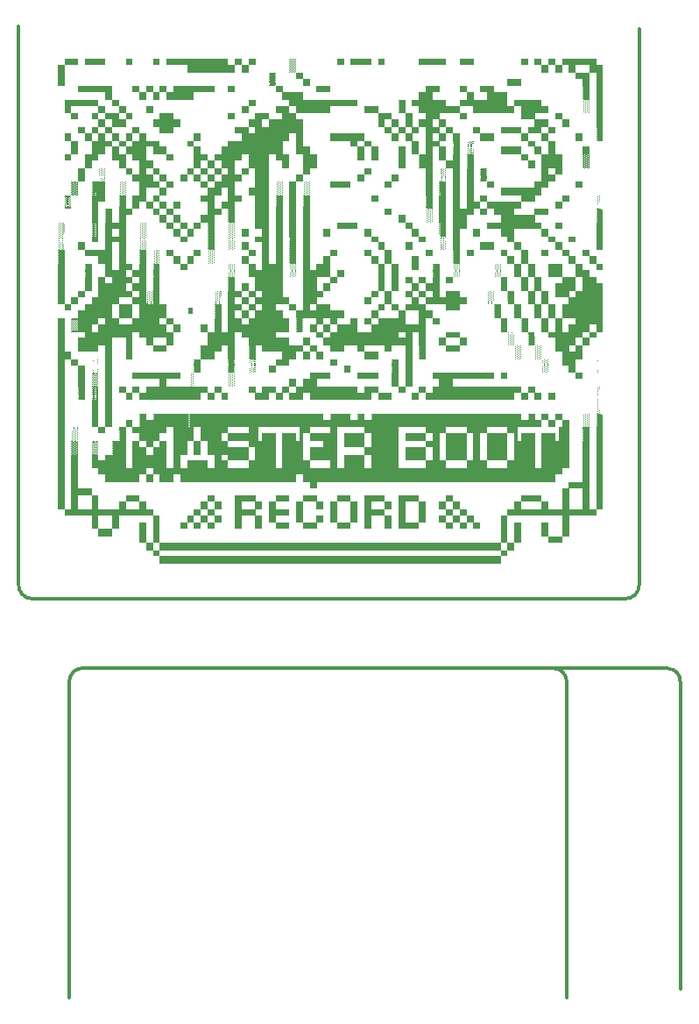
<source format=gto>
%TF.GenerationSoftware,KiCad,Pcbnew,7.0.7*%
%TF.CreationDate,2023-11-03T00:36:18+00:00*%
%TF.ProjectId,mod-badge-mbr,6d6f642d-6261-4646-9765-2d6d62722e6b,rev?*%
%TF.SameCoordinates,Original*%
%TF.FileFunction,Legend,Top*%
%TF.FilePolarity,Positive*%
%FSLAX46Y46*%
G04 Gerber Fmt 4.6, Leading zero omitted, Abs format (unit mm)*
G04 Created by KiCad (PCBNEW 7.0.7) date 2023-11-03 00:36:18*
%MOMM*%
%LPD*%
G01*
G04 APERTURE LIST*
%ADD10C,0.350000*%
G04 APERTURE END LIST*
D10*
X16316700Y-55302105D02*
X73622100Y-55309081D01*
X19916498Y-63296801D02*
X19916500Y-93827600D01*
X77668695Y-62023839D02*
X21275169Y-62005993D01*
X67995801Y-63322200D02*
X67995799Y-93852999D01*
X78997176Y-63377744D02*
X79000000Y-93000000D01*
X78978867Y-63376805D02*
G75*
G03*
X77688095Y-62018136I-1290767J66205D01*
G01*
X67995802Y-63322200D02*
G75*
G03*
X66637130Y-62031393I-1292502J0D01*
G01*
X15011414Y-53924201D02*
G75*
G03*
X16320481Y-55302105I1309086J-67099D01*
G01*
X21275169Y-62005993D02*
G75*
G03*
X19916498Y-63296801I-66169J-1290807D01*
G01*
X73618295Y-55309081D02*
G75*
G03*
X74996200Y-54000000I67105J1309081D01*
G01*
X75000000Y-254000D02*
X75000000Y-54000000D01*
X15000000Y0D02*
X15000000Y-54000000D01*
%TO.C,REF\u002A\u002A*%
G36*
X18945097Y-19124731D02*
G01*
X18945097Y-19168600D01*
X18901228Y-19168600D01*
X18857359Y-19168600D01*
X18857359Y-19124731D01*
X18857359Y-19080863D01*
X18901228Y-19080863D01*
X18945097Y-19080863D01*
X18945097Y-19124731D01*
G37*
G36*
X18945097Y-19289239D02*
G01*
X18945097Y-19333108D01*
X18901228Y-19333108D01*
X18857359Y-19333108D01*
X18857359Y-19289239D01*
X18857359Y-19245370D01*
X18901228Y-19245370D01*
X18945097Y-19245370D01*
X18945097Y-19289239D01*
G37*
G36*
X18945097Y-19453747D02*
G01*
X18945097Y-19497616D01*
X18901228Y-19497616D01*
X18857359Y-19497616D01*
X18857359Y-19453747D01*
X18857359Y-19409878D01*
X18901228Y-19409878D01*
X18945097Y-19409878D01*
X18945097Y-19453747D01*
G37*
G36*
X18945097Y-19618255D02*
G01*
X18945097Y-19662124D01*
X18901228Y-19662124D01*
X18857359Y-19662124D01*
X18857359Y-19618255D01*
X18857359Y-19574386D01*
X18901228Y-19574386D01*
X18945097Y-19574386D01*
X18945097Y-19618255D01*
G37*
G36*
X18945097Y-19782763D02*
G01*
X18945097Y-19826631D01*
X18901228Y-19826631D01*
X18857359Y-19826631D01*
X18857359Y-19782763D01*
X18857359Y-19738894D01*
X18901228Y-19738894D01*
X18945097Y-19738894D01*
X18945097Y-19782763D01*
G37*
G36*
X18945097Y-19947270D02*
G01*
X18945097Y-19991139D01*
X18901228Y-19991139D01*
X18857359Y-19991139D01*
X18857359Y-19947270D01*
X18857359Y-19903402D01*
X18901228Y-19903402D01*
X18945097Y-19903402D01*
X18945097Y-19947270D01*
G37*
G36*
X18945097Y-20111778D02*
G01*
X18945097Y-20155647D01*
X18901228Y-20155647D01*
X18857359Y-20155647D01*
X18857359Y-20111778D01*
X18857359Y-20067909D01*
X18901228Y-20067909D01*
X18945097Y-20067909D01*
X18945097Y-20111778D01*
G37*
G36*
X18945097Y-20276286D02*
G01*
X18945097Y-20320155D01*
X18901228Y-20320155D01*
X18857359Y-20320155D01*
X18857359Y-20276286D01*
X18857359Y-20232417D01*
X18901228Y-20232417D01*
X18945097Y-20232417D01*
X18945097Y-20276286D01*
G37*
G36*
X18945097Y-20440794D02*
G01*
X18945097Y-20484662D01*
X18901228Y-20484662D01*
X18857359Y-20484662D01*
X18857359Y-20440794D01*
X18857359Y-20396925D01*
X18901228Y-20396925D01*
X18945097Y-20396925D01*
X18945097Y-20440794D01*
G37*
G36*
X18945097Y-20605301D02*
G01*
X18945097Y-20649170D01*
X18901228Y-20649170D01*
X18857359Y-20649170D01*
X18857359Y-20605301D01*
X18857359Y-20561433D01*
X18901228Y-20561433D01*
X18945097Y-20561433D01*
X18945097Y-20605301D01*
G37*
G36*
X18945097Y-20769809D02*
G01*
X18945097Y-20813678D01*
X18901228Y-20813678D01*
X18857359Y-20813678D01*
X18857359Y-20769809D01*
X18857359Y-20725940D01*
X18901228Y-20725940D01*
X18945097Y-20725940D01*
X18945097Y-20769809D01*
G37*
G36*
X18945097Y-20934317D02*
G01*
X18945097Y-20978186D01*
X18901228Y-20978186D01*
X18857359Y-20978186D01*
X18857359Y-20934317D01*
X18857359Y-20890448D01*
X18901228Y-20890448D01*
X18945097Y-20890448D01*
X18945097Y-20934317D01*
G37*
G36*
X18945097Y-21098825D02*
G01*
X18945097Y-21142693D01*
X18901228Y-21142693D01*
X18857359Y-21142693D01*
X18857359Y-21098825D01*
X18857359Y-21054956D01*
X18901228Y-21054956D01*
X18945097Y-21054956D01*
X18945097Y-21098825D01*
G37*
G36*
X18945097Y-21263332D02*
G01*
X18945097Y-21307201D01*
X18901228Y-21307201D01*
X18857359Y-21307201D01*
X18857359Y-21263332D01*
X18857359Y-21219464D01*
X18901228Y-21219464D01*
X18945097Y-21219464D01*
X18945097Y-21263332D01*
G37*
G36*
X18945097Y-21427840D02*
G01*
X18945097Y-21471709D01*
X18901228Y-21471709D01*
X18857359Y-21471709D01*
X18857359Y-21427840D01*
X18857359Y-21383972D01*
X18901228Y-21383972D01*
X18945097Y-21383972D01*
X18945097Y-21427840D01*
G37*
G36*
X19274112Y-19124731D02*
G01*
X19274112Y-19168600D01*
X19230244Y-19168600D01*
X19186375Y-19168600D01*
X19186375Y-19124731D01*
X19186375Y-19080863D01*
X19230244Y-19080863D01*
X19274112Y-19080863D01*
X19274112Y-19124731D01*
G37*
G36*
X19274112Y-19289239D02*
G01*
X19274112Y-19333108D01*
X19230244Y-19333108D01*
X19186375Y-19333108D01*
X19186375Y-19289239D01*
X19186375Y-19245370D01*
X19230244Y-19245370D01*
X19274112Y-19245370D01*
X19274112Y-19289239D01*
G37*
G36*
X19274112Y-19453747D02*
G01*
X19274112Y-19497616D01*
X19230244Y-19497616D01*
X19186375Y-19497616D01*
X19186375Y-19453747D01*
X19186375Y-19409878D01*
X19230244Y-19409878D01*
X19274112Y-19409878D01*
X19274112Y-19453747D01*
G37*
G36*
X19274112Y-19618255D02*
G01*
X19274112Y-19662124D01*
X19230244Y-19662124D01*
X19186375Y-19662124D01*
X19186375Y-19618255D01*
X19186375Y-19574386D01*
X19230244Y-19574386D01*
X19274112Y-19574386D01*
X19274112Y-19618255D01*
G37*
G36*
X19274112Y-19782763D02*
G01*
X19274112Y-19826631D01*
X19230244Y-19826631D01*
X19186375Y-19826631D01*
X19186375Y-19782763D01*
X19186375Y-19738894D01*
X19230244Y-19738894D01*
X19274112Y-19738894D01*
X19274112Y-19782763D01*
G37*
G36*
X19274112Y-19947270D02*
G01*
X19274112Y-19991139D01*
X19230244Y-19991139D01*
X19186375Y-19991139D01*
X19186375Y-19947270D01*
X19186375Y-19903402D01*
X19230244Y-19903402D01*
X19274112Y-19903402D01*
X19274112Y-19947270D01*
G37*
G36*
X19274112Y-20111778D02*
G01*
X19274112Y-20155647D01*
X19230244Y-20155647D01*
X19186375Y-20155647D01*
X19186375Y-20111778D01*
X19186375Y-20067909D01*
X19230244Y-20067909D01*
X19274112Y-20067909D01*
X19274112Y-20111778D01*
G37*
G36*
X19274112Y-20276286D02*
G01*
X19274112Y-20320155D01*
X19230244Y-20320155D01*
X19186375Y-20320155D01*
X19186375Y-20276286D01*
X19186375Y-20232417D01*
X19230244Y-20232417D01*
X19274112Y-20232417D01*
X19274112Y-20276286D01*
G37*
G36*
X19274112Y-20440794D02*
G01*
X19274112Y-20484662D01*
X19230244Y-20484662D01*
X19186375Y-20484662D01*
X19186375Y-20440794D01*
X19186375Y-20396925D01*
X19230244Y-20396925D01*
X19274112Y-20396925D01*
X19274112Y-20440794D01*
G37*
G36*
X19274112Y-20605301D02*
G01*
X19274112Y-20649170D01*
X19230244Y-20649170D01*
X19186375Y-20649170D01*
X19186375Y-20605301D01*
X19186375Y-20561433D01*
X19230244Y-20561433D01*
X19274112Y-20561433D01*
X19274112Y-20605301D01*
G37*
G36*
X19274112Y-20769809D02*
G01*
X19274112Y-20813678D01*
X19230244Y-20813678D01*
X19186375Y-20813678D01*
X19186375Y-20769809D01*
X19186375Y-20725940D01*
X19230244Y-20725940D01*
X19274112Y-20725940D01*
X19274112Y-20769809D01*
G37*
G36*
X19274112Y-20934317D02*
G01*
X19274112Y-20978186D01*
X19230244Y-20978186D01*
X19186375Y-20978186D01*
X19186375Y-20934317D01*
X19186375Y-20890448D01*
X19230244Y-20890448D01*
X19274112Y-20890448D01*
X19274112Y-20934317D01*
G37*
G36*
X19274112Y-21098825D02*
G01*
X19274112Y-21142693D01*
X19230244Y-21142693D01*
X19186375Y-21142693D01*
X19186375Y-21098825D01*
X19186375Y-21054956D01*
X19230244Y-21054956D01*
X19274112Y-21054956D01*
X19274112Y-21098825D01*
G37*
G36*
X19274112Y-21263332D02*
G01*
X19274112Y-21307201D01*
X19230244Y-21307201D01*
X19186375Y-21307201D01*
X19186375Y-21263332D01*
X19186375Y-21219464D01*
X19230244Y-21219464D01*
X19274112Y-21219464D01*
X19274112Y-21263332D01*
G37*
G36*
X19274112Y-21427840D02*
G01*
X19274112Y-21471709D01*
X19230244Y-21471709D01*
X19186375Y-21471709D01*
X19186375Y-21427840D01*
X19186375Y-21383972D01*
X19230244Y-21383972D01*
X19274112Y-21383972D01*
X19274112Y-21427840D01*
G37*
G36*
X20096651Y-10723868D02*
G01*
X20096651Y-11096752D01*
X19767636Y-11096752D01*
X19438620Y-11096752D01*
X19438620Y-10723868D01*
X19438620Y-10350984D01*
X19767636Y-10350984D01*
X20096651Y-10350984D01*
X20096651Y-10723868D01*
G37*
G36*
X20425667Y-38810828D02*
G01*
X20425667Y-38854697D01*
X20381798Y-38854697D01*
X20337929Y-38854697D01*
X20337929Y-38810828D01*
X20337929Y-38766959D01*
X20381798Y-38766959D01*
X20425667Y-38766959D01*
X20425667Y-38810828D01*
G37*
G36*
X20425667Y-38975336D02*
G01*
X20425667Y-39019205D01*
X20381798Y-39019205D01*
X20337929Y-39019205D01*
X20337929Y-38975336D01*
X20337929Y-38931467D01*
X20381798Y-38931467D01*
X20425667Y-38931467D01*
X20425667Y-38975336D01*
G37*
G36*
X20425667Y-39139844D02*
G01*
X20425667Y-39183712D01*
X20381798Y-39183712D01*
X20337929Y-39183712D01*
X20337929Y-39139844D01*
X20337929Y-39095975D01*
X20381798Y-39095975D01*
X20425667Y-39095975D01*
X20425667Y-39139844D01*
G37*
G36*
X20425667Y-39304351D02*
G01*
X20425667Y-39348220D01*
X20381798Y-39348220D01*
X20337929Y-39348220D01*
X20337929Y-39304351D01*
X20337929Y-39260483D01*
X20381798Y-39260483D01*
X20425667Y-39260483D01*
X20425667Y-39304351D01*
G37*
G36*
X20425667Y-39468859D02*
G01*
X20425667Y-39512728D01*
X20381798Y-39512728D01*
X20337929Y-39512728D01*
X20337929Y-39468859D01*
X20337929Y-39424991D01*
X20381798Y-39424991D01*
X20425667Y-39424991D01*
X20425667Y-39468859D01*
G37*
G36*
X20425667Y-39633367D02*
G01*
X20425667Y-39677236D01*
X20381798Y-39677236D01*
X20337929Y-39677236D01*
X20337929Y-39633367D01*
X20337929Y-39589498D01*
X20381798Y-39589498D01*
X20425667Y-39589498D01*
X20425667Y-39633367D01*
G37*
G36*
X20425667Y-39797875D02*
G01*
X20425667Y-39841744D01*
X20381798Y-39841744D01*
X20337929Y-39841744D01*
X20337929Y-39797875D01*
X20337929Y-39754006D01*
X20381798Y-39754006D01*
X20425667Y-39754006D01*
X20425667Y-39797875D01*
G37*
G36*
X20425667Y-39962383D02*
G01*
X20425667Y-40006251D01*
X20381798Y-40006251D01*
X20337929Y-40006251D01*
X20337929Y-39962383D01*
X20337929Y-39918514D01*
X20381798Y-39918514D01*
X20425667Y-39918514D01*
X20425667Y-39962383D01*
G37*
G36*
X20754682Y-8744291D02*
G01*
X20754682Y-9034921D01*
X20425667Y-9034921D01*
X20096651Y-9034921D01*
X20096651Y-8744291D01*
X20096651Y-8453661D01*
X20425667Y-8453661D01*
X20754682Y-8453661D01*
X20754682Y-8744291D01*
G37*
G36*
X20754682Y-32466312D02*
G01*
X20754682Y-32756942D01*
X20425667Y-32756942D01*
X20096651Y-32756942D01*
X20096651Y-32466312D01*
X20096651Y-32175681D01*
X20425667Y-32175681D01*
X20754682Y-32175681D01*
X20754682Y-32466312D01*
G37*
G36*
X20754682Y-38810828D02*
G01*
X20754682Y-38854697D01*
X20710814Y-38854697D01*
X20666945Y-38854697D01*
X20666945Y-38810828D01*
X20666945Y-38766959D01*
X20710814Y-38766959D01*
X20754682Y-38766959D01*
X20754682Y-38810828D01*
G37*
G36*
X20754682Y-38975336D02*
G01*
X20754682Y-39019205D01*
X20710814Y-39019205D01*
X20666945Y-39019205D01*
X20666945Y-38975336D01*
X20666945Y-38931467D01*
X20710814Y-38931467D01*
X20754682Y-38931467D01*
X20754682Y-38975336D01*
G37*
G36*
X20754682Y-39139844D02*
G01*
X20754682Y-39183712D01*
X20710814Y-39183712D01*
X20666945Y-39183712D01*
X20666945Y-39139844D01*
X20666945Y-39095975D01*
X20710814Y-39095975D01*
X20754682Y-39095975D01*
X20754682Y-39139844D01*
G37*
G36*
X20754682Y-39304351D02*
G01*
X20754682Y-39348220D01*
X20710814Y-39348220D01*
X20666945Y-39348220D01*
X20666945Y-39304351D01*
X20666945Y-39260483D01*
X20710814Y-39260483D01*
X20754682Y-39260483D01*
X20754682Y-39304351D01*
G37*
G36*
X20754682Y-39468859D02*
G01*
X20754682Y-39512728D01*
X20710814Y-39512728D01*
X20666945Y-39512728D01*
X20666945Y-39468859D01*
X20666945Y-39424991D01*
X20710814Y-39424991D01*
X20754682Y-39424991D01*
X20754682Y-39468859D01*
G37*
G36*
X20754682Y-39633367D02*
G01*
X20754682Y-39677236D01*
X20710814Y-39677236D01*
X20666945Y-39677236D01*
X20666945Y-39633367D01*
X20666945Y-39589498D01*
X20710814Y-39589498D01*
X20754682Y-39589498D01*
X20754682Y-39633367D01*
G37*
G36*
X20754682Y-39797875D02*
G01*
X20754682Y-39841744D01*
X20710814Y-39841744D01*
X20666945Y-39841744D01*
X20666945Y-39797875D01*
X20666945Y-39754006D01*
X20710814Y-39754006D01*
X20754682Y-39754006D01*
X20754682Y-39797875D01*
G37*
G36*
X20754682Y-39962383D02*
G01*
X20754682Y-40006251D01*
X20710814Y-40006251D01*
X20666945Y-40006251D01*
X20666945Y-39962383D01*
X20666945Y-39918514D01*
X20710814Y-39918514D01*
X20754682Y-39918514D01*
X20754682Y-39962383D01*
G37*
G36*
X23386807Y-3474559D02*
G01*
X23386807Y-3759706D01*
X22399760Y-3759706D01*
X21412713Y-3759706D01*
X21412713Y-3474559D01*
X21412713Y-3189412D01*
X22399760Y-3189412D01*
X23386807Y-3189412D01*
X23386807Y-3474559D01*
G37*
G36*
X24702869Y-7428229D02*
G01*
X24702869Y-7718859D01*
X24373853Y-7718859D01*
X24044838Y-7718859D01*
X24044838Y-7428229D01*
X24044838Y-7137598D01*
X24373853Y-7137598D01*
X24702869Y-7137598D01*
X24702869Y-7428229D01*
G37*
G36*
X25042852Y-15088807D02*
G01*
X25042852Y-15132676D01*
X24998983Y-15132676D01*
X24955114Y-15132676D01*
X24955114Y-15088807D01*
X24955114Y-15044939D01*
X24998983Y-15044939D01*
X25042852Y-15044939D01*
X25042852Y-15088807D01*
G37*
G36*
X25042852Y-15253315D02*
G01*
X25042852Y-15297184D01*
X24998983Y-15297184D01*
X24955114Y-15297184D01*
X24955114Y-15253315D01*
X24955114Y-15209446D01*
X24998983Y-15209446D01*
X25042852Y-15209446D01*
X25042852Y-15253315D01*
G37*
G36*
X25042852Y-15417823D02*
G01*
X25042852Y-15461692D01*
X24998983Y-15461692D01*
X24955114Y-15461692D01*
X24955114Y-15417823D01*
X24955114Y-15373954D01*
X24998983Y-15373954D01*
X25042852Y-15373954D01*
X25042852Y-15417823D01*
G37*
G36*
X25042852Y-15582331D02*
G01*
X25042852Y-15626200D01*
X24998983Y-15626200D01*
X24955114Y-15626200D01*
X24955114Y-15582331D01*
X24955114Y-15538462D01*
X24998983Y-15538462D01*
X25042852Y-15538462D01*
X25042852Y-15582331D01*
G37*
G36*
X25042852Y-15746839D02*
G01*
X25042852Y-15790707D01*
X24998983Y-15790707D01*
X24955114Y-15790707D01*
X24955114Y-15746839D01*
X24955114Y-15702970D01*
X24998983Y-15702970D01*
X25042852Y-15702970D01*
X25042852Y-15746839D01*
G37*
G36*
X25042852Y-15911346D02*
G01*
X25042852Y-15955215D01*
X24998983Y-15955215D01*
X24955114Y-15955215D01*
X24955114Y-15911346D01*
X24955114Y-15867478D01*
X24998983Y-15867478D01*
X25042852Y-15867478D01*
X25042852Y-15911346D01*
G37*
G36*
X25042852Y-16075854D02*
G01*
X25042852Y-16119723D01*
X24998983Y-16119723D01*
X24955114Y-16119723D01*
X24955114Y-16075854D01*
X24955114Y-16031985D01*
X24998983Y-16031985D01*
X25042852Y-16031985D01*
X25042852Y-16075854D01*
G37*
G36*
X25042852Y-16240362D02*
G01*
X25042852Y-16284231D01*
X24998983Y-16284231D01*
X24955114Y-16284231D01*
X24955114Y-16240362D01*
X24955114Y-16196493D01*
X24998983Y-16196493D01*
X25042852Y-16196493D01*
X25042852Y-16240362D01*
G37*
G36*
X25371867Y-15088807D02*
G01*
X25371867Y-15132676D01*
X25327998Y-15132676D01*
X25284130Y-15132676D01*
X25284130Y-15088807D01*
X25284130Y-15044939D01*
X25327998Y-15044939D01*
X25371867Y-15044939D01*
X25371867Y-15088807D01*
G37*
G36*
X25371867Y-15253315D02*
G01*
X25371867Y-15297184D01*
X25327998Y-15297184D01*
X25284130Y-15297184D01*
X25284130Y-15253315D01*
X25284130Y-15209446D01*
X25327998Y-15209446D01*
X25371867Y-15209446D01*
X25371867Y-15253315D01*
G37*
G36*
X25371867Y-15417823D02*
G01*
X25371867Y-15461692D01*
X25327998Y-15461692D01*
X25284130Y-15461692D01*
X25284130Y-15417823D01*
X25284130Y-15373954D01*
X25327998Y-15373954D01*
X25371867Y-15373954D01*
X25371867Y-15417823D01*
G37*
G36*
X25371867Y-15582331D02*
G01*
X25371867Y-15626200D01*
X25327998Y-15626200D01*
X25284130Y-15626200D01*
X25284130Y-15582331D01*
X25284130Y-15538462D01*
X25327998Y-15538462D01*
X25371867Y-15538462D01*
X25371867Y-15582331D01*
G37*
G36*
X25371867Y-15746839D02*
G01*
X25371867Y-15790707D01*
X25327998Y-15790707D01*
X25284130Y-15790707D01*
X25284130Y-15746839D01*
X25284130Y-15702970D01*
X25327998Y-15702970D01*
X25371867Y-15702970D01*
X25371867Y-15746839D01*
G37*
G36*
X25371867Y-15911346D02*
G01*
X25371867Y-15955215D01*
X25327998Y-15955215D01*
X25284130Y-15955215D01*
X25284130Y-15911346D01*
X25284130Y-15867478D01*
X25327998Y-15867478D01*
X25371867Y-15867478D01*
X25371867Y-15911346D01*
G37*
G36*
X25371867Y-16075854D02*
G01*
X25371867Y-16119723D01*
X25327998Y-16119723D01*
X25284130Y-16119723D01*
X25284130Y-16075854D01*
X25284130Y-16031985D01*
X25327998Y-16031985D01*
X25371867Y-16031985D01*
X25371867Y-16075854D01*
G37*
G36*
X25371867Y-16240362D02*
G01*
X25371867Y-16284231D01*
X25327998Y-16284231D01*
X25284130Y-16284231D01*
X25284130Y-16240362D01*
X25284130Y-16196493D01*
X25327998Y-16196493D01*
X25371867Y-16196493D01*
X25371867Y-16240362D01*
G37*
G36*
X26029898Y-3474559D02*
G01*
X26029898Y-3759706D01*
X25700883Y-3759706D01*
X25371867Y-3759706D01*
X25371867Y-3474559D01*
X25371867Y-3189412D01*
X25700883Y-3189412D01*
X26029898Y-3189412D01*
X26029898Y-3474559D01*
G37*
G36*
X26029898Y-27569464D02*
G01*
X26029898Y-28227495D01*
X25366384Y-28227495D01*
X24702869Y-28227495D01*
X24702869Y-27569464D01*
X24702869Y-26911433D01*
X25366384Y-26911433D01*
X26029898Y-26911433D01*
X26029898Y-27569464D01*
G37*
G36*
X26852437Y-19124731D02*
G01*
X26852437Y-19168600D01*
X26808568Y-19168600D01*
X26764700Y-19168600D01*
X26764700Y-19124731D01*
X26764700Y-19080863D01*
X26808568Y-19080863D01*
X26852437Y-19080863D01*
X26852437Y-19124731D01*
G37*
G36*
X26852437Y-19289239D02*
G01*
X26852437Y-19333108D01*
X26808568Y-19333108D01*
X26764700Y-19333108D01*
X26764700Y-19289239D01*
X26764700Y-19245370D01*
X26808568Y-19245370D01*
X26852437Y-19245370D01*
X26852437Y-19289239D01*
G37*
G36*
X26852437Y-19453747D02*
G01*
X26852437Y-19497616D01*
X26808568Y-19497616D01*
X26764700Y-19497616D01*
X26764700Y-19453747D01*
X26764700Y-19409878D01*
X26808568Y-19409878D01*
X26852437Y-19409878D01*
X26852437Y-19453747D01*
G37*
G36*
X26852437Y-19618255D02*
G01*
X26852437Y-19662124D01*
X26808568Y-19662124D01*
X26764700Y-19662124D01*
X26764700Y-19618255D01*
X26764700Y-19574386D01*
X26808568Y-19574386D01*
X26852437Y-19574386D01*
X26852437Y-19618255D01*
G37*
G36*
X26852437Y-19782763D02*
G01*
X26852437Y-19826631D01*
X26808568Y-19826631D01*
X26764700Y-19826631D01*
X26764700Y-19782763D01*
X26764700Y-19738894D01*
X26808568Y-19738894D01*
X26852437Y-19738894D01*
X26852437Y-19782763D01*
G37*
G36*
X26852437Y-19947270D02*
G01*
X26852437Y-19991139D01*
X26808568Y-19991139D01*
X26764700Y-19991139D01*
X26764700Y-19947270D01*
X26764700Y-19903402D01*
X26808568Y-19903402D01*
X26852437Y-19903402D01*
X26852437Y-19947270D01*
G37*
G36*
X26852437Y-20111778D02*
G01*
X26852437Y-20155647D01*
X26808568Y-20155647D01*
X26764700Y-20155647D01*
X26764700Y-20111778D01*
X26764700Y-20067909D01*
X26808568Y-20067909D01*
X26852437Y-20067909D01*
X26852437Y-20111778D01*
G37*
G36*
X26852437Y-20276286D02*
G01*
X26852437Y-20320155D01*
X26808568Y-20320155D01*
X26764700Y-20320155D01*
X26764700Y-20276286D01*
X26764700Y-20232417D01*
X26808568Y-20232417D01*
X26852437Y-20232417D01*
X26852437Y-20276286D01*
G37*
G36*
X26852437Y-20440794D02*
G01*
X26852437Y-20484662D01*
X26808568Y-20484662D01*
X26764700Y-20484662D01*
X26764700Y-20440794D01*
X26764700Y-20396925D01*
X26808568Y-20396925D01*
X26852437Y-20396925D01*
X26852437Y-20440794D01*
G37*
G36*
X26852437Y-20605301D02*
G01*
X26852437Y-20649170D01*
X26808568Y-20649170D01*
X26764700Y-20649170D01*
X26764700Y-20605301D01*
X26764700Y-20561433D01*
X26808568Y-20561433D01*
X26852437Y-20561433D01*
X26852437Y-20605301D01*
G37*
G36*
X26852437Y-20769809D02*
G01*
X26852437Y-20813678D01*
X26808568Y-20813678D01*
X26764700Y-20813678D01*
X26764700Y-20769809D01*
X26764700Y-20725940D01*
X26808568Y-20725940D01*
X26852437Y-20725940D01*
X26852437Y-20769809D01*
G37*
G36*
X26852437Y-20934317D02*
G01*
X26852437Y-20978186D01*
X26808568Y-20978186D01*
X26764700Y-20978186D01*
X26764700Y-20934317D01*
X26764700Y-20890448D01*
X26808568Y-20890448D01*
X26852437Y-20890448D01*
X26852437Y-20934317D01*
G37*
G36*
X26852437Y-21098825D02*
G01*
X26852437Y-21142693D01*
X26808568Y-21142693D01*
X26764700Y-21142693D01*
X26764700Y-21098825D01*
X26764700Y-21054956D01*
X26808568Y-21054956D01*
X26852437Y-21054956D01*
X26852437Y-21098825D01*
G37*
G36*
X26852437Y-21263332D02*
G01*
X26852437Y-21307201D01*
X26808568Y-21307201D01*
X26764700Y-21307201D01*
X26764700Y-21263332D01*
X26764700Y-21219464D01*
X26808568Y-21219464D01*
X26852437Y-21219464D01*
X26852437Y-21263332D01*
G37*
G36*
X26852437Y-21427840D02*
G01*
X26852437Y-21471709D01*
X26808568Y-21471709D01*
X26764700Y-21471709D01*
X26764700Y-21427840D01*
X26764700Y-21383972D01*
X26808568Y-21383972D01*
X26852437Y-21383972D01*
X26852437Y-21427840D01*
G37*
G36*
X27181453Y-19124731D02*
G01*
X27181453Y-19168600D01*
X27137584Y-19168600D01*
X27093715Y-19168600D01*
X27093715Y-19124731D01*
X27093715Y-19080863D01*
X27137584Y-19080863D01*
X27181453Y-19080863D01*
X27181453Y-19124731D01*
G37*
G36*
X27181453Y-19289239D02*
G01*
X27181453Y-19333108D01*
X27137584Y-19333108D01*
X27093715Y-19333108D01*
X27093715Y-19289239D01*
X27093715Y-19245370D01*
X27137584Y-19245370D01*
X27181453Y-19245370D01*
X27181453Y-19289239D01*
G37*
G36*
X27181453Y-19453747D02*
G01*
X27181453Y-19497616D01*
X27137584Y-19497616D01*
X27093715Y-19497616D01*
X27093715Y-19453747D01*
X27093715Y-19409878D01*
X27137584Y-19409878D01*
X27181453Y-19409878D01*
X27181453Y-19453747D01*
G37*
G36*
X27181453Y-19618255D02*
G01*
X27181453Y-19662124D01*
X27137584Y-19662124D01*
X27093715Y-19662124D01*
X27093715Y-19618255D01*
X27093715Y-19574386D01*
X27137584Y-19574386D01*
X27181453Y-19574386D01*
X27181453Y-19618255D01*
G37*
G36*
X27181453Y-19782763D02*
G01*
X27181453Y-19826631D01*
X27137584Y-19826631D01*
X27093715Y-19826631D01*
X27093715Y-19782763D01*
X27093715Y-19738894D01*
X27137584Y-19738894D01*
X27181453Y-19738894D01*
X27181453Y-19782763D01*
G37*
G36*
X27181453Y-19947270D02*
G01*
X27181453Y-19991139D01*
X27137584Y-19991139D01*
X27093715Y-19991139D01*
X27093715Y-19947270D01*
X27093715Y-19903402D01*
X27137584Y-19903402D01*
X27181453Y-19903402D01*
X27181453Y-19947270D01*
G37*
G36*
X27181453Y-20111778D02*
G01*
X27181453Y-20155647D01*
X27137584Y-20155647D01*
X27093715Y-20155647D01*
X27093715Y-20111778D01*
X27093715Y-20067909D01*
X27137584Y-20067909D01*
X27181453Y-20067909D01*
X27181453Y-20111778D01*
G37*
G36*
X27181453Y-20276286D02*
G01*
X27181453Y-20320155D01*
X27137584Y-20320155D01*
X27093715Y-20320155D01*
X27093715Y-20276286D01*
X27093715Y-20232417D01*
X27137584Y-20232417D01*
X27181453Y-20232417D01*
X27181453Y-20276286D01*
G37*
G36*
X27181453Y-20440794D02*
G01*
X27181453Y-20484662D01*
X27137584Y-20484662D01*
X27093715Y-20484662D01*
X27093715Y-20440794D01*
X27093715Y-20396925D01*
X27137584Y-20396925D01*
X27181453Y-20396925D01*
X27181453Y-20440794D01*
G37*
G36*
X27181453Y-20605301D02*
G01*
X27181453Y-20649170D01*
X27137584Y-20649170D01*
X27093715Y-20649170D01*
X27093715Y-20605301D01*
X27093715Y-20561433D01*
X27137584Y-20561433D01*
X27181453Y-20561433D01*
X27181453Y-20605301D01*
G37*
G36*
X27181453Y-20769809D02*
G01*
X27181453Y-20813678D01*
X27137584Y-20813678D01*
X27093715Y-20813678D01*
X27093715Y-20769809D01*
X27093715Y-20725940D01*
X27137584Y-20725940D01*
X27181453Y-20725940D01*
X27181453Y-20769809D01*
G37*
G36*
X27181453Y-20934317D02*
G01*
X27181453Y-20978186D01*
X27137584Y-20978186D01*
X27093715Y-20978186D01*
X27093715Y-20934317D01*
X27093715Y-20890448D01*
X27137584Y-20890448D01*
X27181453Y-20890448D01*
X27181453Y-20934317D01*
G37*
G36*
X27181453Y-21098825D02*
G01*
X27181453Y-21142693D01*
X27137584Y-21142693D01*
X27093715Y-21142693D01*
X27093715Y-21098825D01*
X27093715Y-21054956D01*
X27137584Y-21054956D01*
X27181453Y-21054956D01*
X27181453Y-21098825D01*
G37*
G36*
X27181453Y-21263332D02*
G01*
X27181453Y-21307201D01*
X27137584Y-21307201D01*
X27093715Y-21307201D01*
X27093715Y-21263332D01*
X27093715Y-21219464D01*
X27137584Y-21219464D01*
X27181453Y-21219464D01*
X27181453Y-21263332D01*
G37*
G36*
X27181453Y-21427840D02*
G01*
X27181453Y-21471709D01*
X27137584Y-21471709D01*
X27093715Y-21471709D01*
X27093715Y-21427840D01*
X27093715Y-21383972D01*
X27137584Y-21383972D01*
X27181453Y-21383972D01*
X27181453Y-21427840D01*
G37*
G36*
X27510468Y-26045025D02*
G01*
X27510468Y-26088894D01*
X27466599Y-26088894D01*
X27422731Y-26088894D01*
X27422731Y-26045025D01*
X27422731Y-26001156D01*
X27466599Y-26001156D01*
X27510468Y-26001156D01*
X27510468Y-26045025D01*
G37*
G36*
X27510468Y-26209533D02*
G01*
X27510468Y-26253402D01*
X27466599Y-26253402D01*
X27422731Y-26253402D01*
X27422731Y-26209533D01*
X27422731Y-26165664D01*
X27466599Y-26165664D01*
X27510468Y-26165664D01*
X27510468Y-26209533D01*
G37*
G36*
X27510468Y-26374041D02*
G01*
X27510468Y-26417909D01*
X27466599Y-26417909D01*
X27422731Y-26417909D01*
X27422731Y-26374041D01*
X27422731Y-26330172D01*
X27466599Y-26330172D01*
X27510468Y-26330172D01*
X27510468Y-26374041D01*
G37*
G36*
X27510468Y-26538548D02*
G01*
X27510468Y-26582417D01*
X27466599Y-26582417D01*
X27422731Y-26582417D01*
X27422731Y-26538548D01*
X27422731Y-26494680D01*
X27466599Y-26494680D01*
X27510468Y-26494680D01*
X27510468Y-26538548D01*
G37*
G36*
X27510468Y-26703056D02*
G01*
X27510468Y-26746925D01*
X27466599Y-26746925D01*
X27422731Y-26746925D01*
X27422731Y-26703056D01*
X27422731Y-26659187D01*
X27466599Y-26659187D01*
X27510468Y-26659187D01*
X27510468Y-26703056D01*
G37*
G36*
X27674976Y-25628272D02*
G01*
X27674976Y-25672141D01*
X27631107Y-25672141D01*
X27587239Y-25672141D01*
X27587239Y-25628272D01*
X27587239Y-25584403D01*
X27631107Y-25584403D01*
X27674976Y-25584403D01*
X27674976Y-25628272D01*
G37*
G36*
X27674976Y-25792780D02*
G01*
X27674976Y-25836649D01*
X27631107Y-25836649D01*
X27587239Y-25836649D01*
X27587239Y-25792780D01*
X27587239Y-25748911D01*
X27631107Y-25748911D01*
X27674976Y-25748911D01*
X27674976Y-25792780D01*
G37*
G36*
X27674976Y-25957288D02*
G01*
X27674976Y-26001156D01*
X27631107Y-26001156D01*
X27587239Y-26001156D01*
X27587239Y-25957288D01*
X27587239Y-25913419D01*
X27631107Y-25913419D01*
X27674976Y-25913419D01*
X27674976Y-25957288D01*
G37*
G36*
X27839484Y-26045025D02*
G01*
X27839484Y-26088894D01*
X27795615Y-26088894D01*
X27751746Y-26088894D01*
X27751746Y-26045025D01*
X27751746Y-26001156D01*
X27795615Y-26001156D01*
X27839484Y-26001156D01*
X27839484Y-26045025D01*
G37*
G36*
X27839484Y-26209533D02*
G01*
X27839484Y-26253402D01*
X27795615Y-26253402D01*
X27751746Y-26253402D01*
X27751746Y-26209533D01*
X27751746Y-26165664D01*
X27795615Y-26165664D01*
X27839484Y-26165664D01*
X27839484Y-26209533D01*
G37*
G36*
X27839484Y-26374041D02*
G01*
X27839484Y-26417909D01*
X27795615Y-26417909D01*
X27751746Y-26417909D01*
X27751746Y-26374041D01*
X27751746Y-26330172D01*
X27795615Y-26330172D01*
X27839484Y-26330172D01*
X27839484Y-26374041D01*
G37*
G36*
X27839484Y-26538548D02*
G01*
X27839484Y-26582417D01*
X27795615Y-26582417D01*
X27751746Y-26582417D01*
X27751746Y-26538548D01*
X27751746Y-26494680D01*
X27795615Y-26494680D01*
X27839484Y-26494680D01*
X27839484Y-26538548D01*
G37*
G36*
X27839484Y-26703056D02*
G01*
X27839484Y-26746925D01*
X27795615Y-26746925D01*
X27751746Y-26746925D01*
X27751746Y-26703056D01*
X27751746Y-26659187D01*
X27795615Y-26659187D01*
X27839484Y-26659187D01*
X27839484Y-26703056D01*
G37*
G36*
X28003992Y-8086260D02*
G01*
X28003992Y-8453661D01*
X27674976Y-8453661D01*
X27345960Y-8453661D01*
X27345960Y-8086260D01*
X27345960Y-7718859D01*
X27674976Y-7718859D01*
X28003992Y-7718859D01*
X28003992Y-8086260D01*
G37*
G36*
X28168499Y-21756856D02*
G01*
X28168499Y-21800725D01*
X28124631Y-21800725D01*
X28080762Y-21800725D01*
X28080762Y-21756856D01*
X28080762Y-21712987D01*
X28124631Y-21712987D01*
X28168499Y-21712987D01*
X28168499Y-21756856D01*
G37*
G36*
X28168499Y-21921364D02*
G01*
X28168499Y-21965232D01*
X28124631Y-21965232D01*
X28080762Y-21965232D01*
X28080762Y-21921364D01*
X28080762Y-21877495D01*
X28124631Y-21877495D01*
X28168499Y-21877495D01*
X28168499Y-21921364D01*
G37*
G36*
X28333007Y-22009101D02*
G01*
X28333007Y-22052970D01*
X28289138Y-22052970D01*
X28245270Y-22052970D01*
X28245270Y-22009101D01*
X28245270Y-21965232D01*
X28289138Y-21965232D01*
X28333007Y-21965232D01*
X28333007Y-22009101D01*
G37*
G36*
X28333007Y-22173609D02*
G01*
X28333007Y-22217478D01*
X28289138Y-22217478D01*
X28245270Y-22217478D01*
X28245270Y-22173609D01*
X28245270Y-22129740D01*
X28289138Y-22129740D01*
X28333007Y-22129740D01*
X28333007Y-22173609D01*
G37*
G36*
X28333007Y-22338117D02*
G01*
X28333007Y-22381985D01*
X28289138Y-22381985D01*
X28245270Y-22381985D01*
X28245270Y-22338117D01*
X28245270Y-22294248D01*
X28289138Y-22294248D01*
X28333007Y-22294248D01*
X28333007Y-22338117D01*
G37*
G36*
X28333007Y-22502624D02*
G01*
X28333007Y-22546493D01*
X28289138Y-22546493D01*
X28245270Y-22546493D01*
X28245270Y-22502624D01*
X28245270Y-22458756D01*
X28289138Y-22458756D01*
X28333007Y-22458756D01*
X28333007Y-22502624D01*
G37*
G36*
X28333007Y-22667132D02*
G01*
X28333007Y-22711001D01*
X28289138Y-22711001D01*
X28245270Y-22711001D01*
X28245270Y-22667132D01*
X28245270Y-22623263D01*
X28289138Y-22623263D01*
X28333007Y-22623263D01*
X28333007Y-22667132D01*
G37*
G36*
X28333007Y-22831640D02*
G01*
X28333007Y-22875509D01*
X28289138Y-22875509D01*
X28245270Y-22875509D01*
X28245270Y-22831640D01*
X28245270Y-22787771D01*
X28289138Y-22787771D01*
X28333007Y-22787771D01*
X28333007Y-22831640D01*
G37*
G36*
X28497515Y-21756856D02*
G01*
X28497515Y-21800725D01*
X28453646Y-21800725D01*
X28409777Y-21800725D01*
X28409777Y-21756856D01*
X28409777Y-21712987D01*
X28453646Y-21712987D01*
X28497515Y-21712987D01*
X28497515Y-21756856D01*
G37*
G36*
X28497515Y-21921364D02*
G01*
X28497515Y-21965232D01*
X28453646Y-21965232D01*
X28409777Y-21965232D01*
X28409777Y-21921364D01*
X28409777Y-21877495D01*
X28453646Y-21877495D01*
X28497515Y-21877495D01*
X28497515Y-21921364D01*
G37*
G36*
X28662023Y-3474559D02*
G01*
X28662023Y-3759706D01*
X28333007Y-3759706D01*
X28003992Y-3759706D01*
X28003992Y-3474559D01*
X28003992Y-3189412D01*
X28333007Y-3189412D01*
X28662023Y-3189412D01*
X28662023Y-3474559D01*
G37*
G36*
X28662023Y-22009101D02*
G01*
X28662023Y-22052970D01*
X28618154Y-22052970D01*
X28574285Y-22052970D01*
X28574285Y-22009101D01*
X28574285Y-21965232D01*
X28618154Y-21965232D01*
X28662023Y-21965232D01*
X28662023Y-22009101D01*
G37*
G36*
X28662023Y-22173609D02*
G01*
X28662023Y-22217478D01*
X28618154Y-22217478D01*
X28574285Y-22217478D01*
X28574285Y-22173609D01*
X28574285Y-22129740D01*
X28618154Y-22129740D01*
X28662023Y-22129740D01*
X28662023Y-22173609D01*
G37*
G36*
X28662023Y-22338117D02*
G01*
X28662023Y-22381985D01*
X28618154Y-22381985D01*
X28574285Y-22381985D01*
X28574285Y-22338117D01*
X28574285Y-22294248D01*
X28618154Y-22294248D01*
X28662023Y-22294248D01*
X28662023Y-22338117D01*
G37*
G36*
X28662023Y-22502624D02*
G01*
X28662023Y-22546493D01*
X28618154Y-22546493D01*
X28574285Y-22546493D01*
X28574285Y-22502624D01*
X28574285Y-22458756D01*
X28618154Y-22458756D01*
X28662023Y-22458756D01*
X28662023Y-22502624D01*
G37*
G36*
X28662023Y-22667132D02*
G01*
X28662023Y-22711001D01*
X28618154Y-22711001D01*
X28574285Y-22711001D01*
X28574285Y-22667132D01*
X28574285Y-22623263D01*
X28618154Y-22623263D01*
X28662023Y-22623263D01*
X28662023Y-22667132D01*
G37*
G36*
X28662023Y-22831640D02*
G01*
X28662023Y-22875509D01*
X28618154Y-22875509D01*
X28574285Y-22875509D01*
X28574285Y-22831640D01*
X28574285Y-22787771D01*
X28618154Y-22787771D01*
X28662023Y-22787771D01*
X28662023Y-22831640D01*
G37*
G36*
X29978085Y-12697961D02*
G01*
X29978085Y-12983108D01*
X29649069Y-12983108D01*
X29320054Y-12983108D01*
X29320054Y-12697961D01*
X29320054Y-12412814D01*
X29649069Y-12412814D01*
X29978085Y-12412814D01*
X29978085Y-12697961D01*
G37*
G36*
X29978085Y-21926847D02*
G01*
X29978085Y-22217478D01*
X29649069Y-22217478D01*
X29320054Y-22217478D01*
X29320054Y-21926847D01*
X29320054Y-21636217D01*
X29649069Y-21636217D01*
X29978085Y-21636217D01*
X29978085Y-21926847D01*
G37*
G36*
X31875408Y-27525595D02*
G01*
X31875408Y-27810742D01*
X31628646Y-27810742D01*
X31381884Y-27810742D01*
X31381884Y-27525595D01*
X31381884Y-27240448D01*
X31628646Y-27240448D01*
X31875408Y-27240448D01*
X31875408Y-27525595D01*
G37*
G36*
X32610209Y-14677538D02*
G01*
X32610209Y-15044939D01*
X32281194Y-15044939D01*
X31952178Y-15044939D01*
X31952178Y-14677538D01*
X31952178Y-14310137D01*
X32281194Y-14310137D01*
X32610209Y-14310137D01*
X32610209Y-14677538D01*
G37*
G36*
X32610209Y-40741053D02*
G01*
X32610209Y-41399084D01*
X32281194Y-41399084D01*
X31952178Y-41399084D01*
X31952178Y-40741053D01*
X31952178Y-40083022D01*
X32281194Y-40083022D01*
X32610209Y-40083022D01*
X32610209Y-40741053D01*
G37*
G36*
X33443715Y-21756856D02*
G01*
X33443715Y-21800725D01*
X33399846Y-21800725D01*
X33355978Y-21800725D01*
X33355978Y-21756856D01*
X33355978Y-21712987D01*
X33399846Y-21712987D01*
X33443715Y-21712987D01*
X33443715Y-21756856D01*
G37*
G36*
X33443715Y-21921364D02*
G01*
X33443715Y-21965232D01*
X33399846Y-21965232D01*
X33355978Y-21965232D01*
X33355978Y-21921364D01*
X33355978Y-21877495D01*
X33399846Y-21877495D01*
X33443715Y-21877495D01*
X33443715Y-21921364D01*
G37*
G36*
X33608223Y-22009101D02*
G01*
X33608223Y-22052970D01*
X33564354Y-22052970D01*
X33520486Y-22052970D01*
X33520486Y-22009101D01*
X33520486Y-21965232D01*
X33564354Y-21965232D01*
X33608223Y-21965232D01*
X33608223Y-22009101D01*
G37*
G36*
X33608223Y-22173609D02*
G01*
X33608223Y-22217478D01*
X33564354Y-22217478D01*
X33520486Y-22217478D01*
X33520486Y-22173609D01*
X33520486Y-22129740D01*
X33564354Y-22129740D01*
X33608223Y-22129740D01*
X33608223Y-22173609D01*
G37*
G36*
X33608223Y-22338117D02*
G01*
X33608223Y-22381985D01*
X33564354Y-22381985D01*
X33520486Y-22381985D01*
X33520486Y-22338117D01*
X33520486Y-22294248D01*
X33564354Y-22294248D01*
X33608223Y-22294248D01*
X33608223Y-22338117D01*
G37*
G36*
X33608223Y-22502624D02*
G01*
X33608223Y-22546493D01*
X33564354Y-22546493D01*
X33520486Y-22546493D01*
X33520486Y-22502624D01*
X33520486Y-22458756D01*
X33564354Y-22458756D01*
X33608223Y-22458756D01*
X33608223Y-22502624D01*
G37*
G36*
X33608223Y-22667132D02*
G01*
X33608223Y-22711001D01*
X33564354Y-22711001D01*
X33520486Y-22711001D01*
X33520486Y-22667132D01*
X33520486Y-22623263D01*
X33564354Y-22623263D01*
X33608223Y-22623263D01*
X33608223Y-22667132D01*
G37*
G36*
X33608223Y-22831640D02*
G01*
X33608223Y-22875509D01*
X33564354Y-22875509D01*
X33520486Y-22875509D01*
X33520486Y-22831640D01*
X33520486Y-22787771D01*
X33564354Y-22787771D01*
X33608223Y-22787771D01*
X33608223Y-22831640D01*
G37*
G36*
X33772731Y-21756856D02*
G01*
X33772731Y-21800725D01*
X33728862Y-21800725D01*
X33684993Y-21800725D01*
X33684993Y-21756856D01*
X33684993Y-21712987D01*
X33728862Y-21712987D01*
X33772731Y-21712987D01*
X33772731Y-21756856D01*
G37*
G36*
X33772731Y-21921364D02*
G01*
X33772731Y-21965232D01*
X33728862Y-21965232D01*
X33684993Y-21965232D01*
X33684993Y-21921364D01*
X33684993Y-21877495D01*
X33728862Y-21877495D01*
X33772731Y-21877495D01*
X33772731Y-21921364D01*
G37*
G36*
X33937239Y-22009101D02*
G01*
X33937239Y-22052970D01*
X33893370Y-22052970D01*
X33849501Y-22052970D01*
X33849501Y-22009101D01*
X33849501Y-21965232D01*
X33893370Y-21965232D01*
X33937239Y-21965232D01*
X33937239Y-22009101D01*
G37*
G36*
X33937239Y-22173609D02*
G01*
X33937239Y-22217478D01*
X33893370Y-22217478D01*
X33849501Y-22217478D01*
X33849501Y-22173609D01*
X33849501Y-22129740D01*
X33893370Y-22129740D01*
X33937239Y-22129740D01*
X33937239Y-22173609D01*
G37*
G36*
X33937239Y-22338117D02*
G01*
X33937239Y-22381985D01*
X33893370Y-22381985D01*
X33849501Y-22381985D01*
X33849501Y-22338117D01*
X33849501Y-22294248D01*
X33893370Y-22294248D01*
X33937239Y-22294248D01*
X33937239Y-22338117D01*
G37*
G36*
X33937239Y-22502624D02*
G01*
X33937239Y-22546493D01*
X33893370Y-22546493D01*
X33849501Y-22546493D01*
X33849501Y-22502624D01*
X33849501Y-22458756D01*
X33893370Y-22458756D01*
X33937239Y-22458756D01*
X33937239Y-22502624D01*
G37*
G36*
X33937239Y-22667132D02*
G01*
X33937239Y-22711001D01*
X33893370Y-22711001D01*
X33849501Y-22711001D01*
X33849501Y-22667132D01*
X33849501Y-22623263D01*
X33893370Y-22623263D01*
X33937239Y-22623263D01*
X33937239Y-22667132D01*
G37*
G36*
X33937239Y-22831640D02*
G01*
X33937239Y-22875509D01*
X33893370Y-22875509D01*
X33849501Y-22875509D01*
X33849501Y-22831640D01*
X33849501Y-22787771D01*
X33893370Y-22787771D01*
X33937239Y-22787771D01*
X33937239Y-22831640D01*
G37*
G36*
X34101746Y-26045025D02*
G01*
X34101746Y-26088894D01*
X34057878Y-26088894D01*
X34014009Y-26088894D01*
X34014009Y-26045025D01*
X34014009Y-26001156D01*
X34057878Y-26001156D01*
X34101746Y-26001156D01*
X34101746Y-26045025D01*
G37*
G36*
X34101746Y-26209533D02*
G01*
X34101746Y-26253402D01*
X34057878Y-26253402D01*
X34014009Y-26253402D01*
X34014009Y-26209533D01*
X34014009Y-26165664D01*
X34057878Y-26165664D01*
X34101746Y-26165664D01*
X34101746Y-26209533D01*
G37*
G36*
X34101746Y-26374041D02*
G01*
X34101746Y-26417909D01*
X34057878Y-26417909D01*
X34014009Y-26417909D01*
X34014009Y-26374041D01*
X34014009Y-26330172D01*
X34057878Y-26330172D01*
X34101746Y-26330172D01*
X34101746Y-26374041D01*
G37*
G36*
X34101746Y-26538548D02*
G01*
X34101746Y-26582417D01*
X34057878Y-26582417D01*
X34014009Y-26582417D01*
X34014009Y-26538548D01*
X34014009Y-26494680D01*
X34057878Y-26494680D01*
X34101746Y-26494680D01*
X34101746Y-26538548D01*
G37*
G36*
X34101746Y-26703056D02*
G01*
X34101746Y-26746925D01*
X34057878Y-26746925D01*
X34014009Y-26746925D01*
X34014009Y-26703056D01*
X34014009Y-26659187D01*
X34057878Y-26659187D01*
X34101746Y-26659187D01*
X34101746Y-26703056D01*
G37*
G36*
X34266254Y-25628272D02*
G01*
X34266254Y-25672141D01*
X34222385Y-25672141D01*
X34178517Y-25672141D01*
X34178517Y-25628272D01*
X34178517Y-25584403D01*
X34222385Y-25584403D01*
X34266254Y-25584403D01*
X34266254Y-25628272D01*
G37*
G36*
X34266254Y-25792780D02*
G01*
X34266254Y-25836649D01*
X34222385Y-25836649D01*
X34178517Y-25836649D01*
X34178517Y-25792780D01*
X34178517Y-25748911D01*
X34222385Y-25748911D01*
X34266254Y-25748911D01*
X34266254Y-25792780D01*
G37*
G36*
X34266254Y-25957288D02*
G01*
X34266254Y-26001156D01*
X34222385Y-26001156D01*
X34178517Y-26001156D01*
X34178517Y-25957288D01*
X34178517Y-25913419D01*
X34222385Y-25913419D01*
X34266254Y-25913419D01*
X34266254Y-25957288D01*
G37*
G36*
X34430762Y-26045025D02*
G01*
X34430762Y-26088894D01*
X34386893Y-26088894D01*
X34343024Y-26088894D01*
X34343024Y-26045025D01*
X34343024Y-26001156D01*
X34386893Y-26001156D01*
X34430762Y-26001156D01*
X34430762Y-26045025D01*
G37*
G36*
X34430762Y-26209533D02*
G01*
X34430762Y-26253402D01*
X34386893Y-26253402D01*
X34343024Y-26253402D01*
X34343024Y-26209533D01*
X34343024Y-26165664D01*
X34386893Y-26165664D01*
X34430762Y-26165664D01*
X34430762Y-26209533D01*
G37*
G36*
X34430762Y-26374041D02*
G01*
X34430762Y-26417909D01*
X34386893Y-26417909D01*
X34343024Y-26417909D01*
X34343024Y-26374041D01*
X34343024Y-26330172D01*
X34386893Y-26330172D01*
X34430762Y-26330172D01*
X34430762Y-26374041D01*
G37*
G36*
X34430762Y-26538548D02*
G01*
X34430762Y-26582417D01*
X34386893Y-26582417D01*
X34343024Y-26582417D01*
X34343024Y-26538548D01*
X34343024Y-26494680D01*
X34386893Y-26494680D01*
X34430762Y-26494680D01*
X34430762Y-26538548D01*
G37*
G36*
X34430762Y-26703056D02*
G01*
X34430762Y-26746925D01*
X34386893Y-26746925D01*
X34343024Y-26746925D01*
X34343024Y-26703056D01*
X34343024Y-26659187D01*
X34386893Y-26659187D01*
X34430762Y-26659187D01*
X34430762Y-26703056D01*
G37*
G36*
X34595270Y-25628272D02*
G01*
X34595270Y-25672141D01*
X34551401Y-25672141D01*
X34507532Y-25672141D01*
X34507532Y-25628272D01*
X34507532Y-25584403D01*
X34551401Y-25584403D01*
X34595270Y-25584403D01*
X34595270Y-25628272D01*
G37*
G36*
X34595270Y-25792780D02*
G01*
X34595270Y-25836649D01*
X34551401Y-25836649D01*
X34507532Y-25836649D01*
X34507532Y-25792780D01*
X34507532Y-25748911D01*
X34551401Y-25748911D01*
X34595270Y-25748911D01*
X34595270Y-25792780D01*
G37*
G36*
X34595270Y-25957288D02*
G01*
X34595270Y-26001156D01*
X34551401Y-26001156D01*
X34507532Y-26001156D01*
X34507532Y-25957288D01*
X34507532Y-25913419D01*
X34551401Y-25913419D01*
X34595270Y-25913419D01*
X34595270Y-25957288D01*
G37*
G36*
X35253301Y-35761951D02*
G01*
X35253301Y-36134835D01*
X34924285Y-36134835D01*
X34595270Y-36134835D01*
X34595270Y-35761951D01*
X34595270Y-35389067D01*
X34924285Y-35389067D01*
X35253301Y-35389067D01*
X35253301Y-35761951D01*
G37*
G36*
X35417808Y-19124731D02*
G01*
X35417808Y-19168600D01*
X35373940Y-19168600D01*
X35330071Y-19168600D01*
X35330071Y-19124731D01*
X35330071Y-19080863D01*
X35373940Y-19080863D01*
X35417808Y-19080863D01*
X35417808Y-19124731D01*
G37*
G36*
X35417808Y-19289239D02*
G01*
X35417808Y-19333108D01*
X35373940Y-19333108D01*
X35330071Y-19333108D01*
X35330071Y-19289239D01*
X35330071Y-19245370D01*
X35373940Y-19245370D01*
X35417808Y-19245370D01*
X35417808Y-19289239D01*
G37*
G36*
X35417808Y-19453747D02*
G01*
X35417808Y-19497616D01*
X35373940Y-19497616D01*
X35330071Y-19497616D01*
X35330071Y-19453747D01*
X35330071Y-19409878D01*
X35373940Y-19409878D01*
X35417808Y-19409878D01*
X35417808Y-19453747D01*
G37*
G36*
X35417808Y-19618255D02*
G01*
X35417808Y-19662124D01*
X35373940Y-19662124D01*
X35330071Y-19662124D01*
X35330071Y-19618255D01*
X35330071Y-19574386D01*
X35373940Y-19574386D01*
X35417808Y-19574386D01*
X35417808Y-19618255D01*
G37*
G36*
X35417808Y-19782763D02*
G01*
X35417808Y-19826631D01*
X35373940Y-19826631D01*
X35330071Y-19826631D01*
X35330071Y-19782763D01*
X35330071Y-19738894D01*
X35373940Y-19738894D01*
X35417808Y-19738894D01*
X35417808Y-19782763D01*
G37*
G36*
X35417808Y-19947270D02*
G01*
X35417808Y-19991139D01*
X35373940Y-19991139D01*
X35330071Y-19991139D01*
X35330071Y-19947270D01*
X35330071Y-19903402D01*
X35373940Y-19903402D01*
X35417808Y-19903402D01*
X35417808Y-19947270D01*
G37*
G36*
X35417808Y-20111778D02*
G01*
X35417808Y-20155647D01*
X35373940Y-20155647D01*
X35330071Y-20155647D01*
X35330071Y-20111778D01*
X35330071Y-20067909D01*
X35373940Y-20067909D01*
X35417808Y-20067909D01*
X35417808Y-20111778D01*
G37*
G36*
X35417808Y-20276286D02*
G01*
X35417808Y-20320155D01*
X35373940Y-20320155D01*
X35330071Y-20320155D01*
X35330071Y-20276286D01*
X35330071Y-20232417D01*
X35373940Y-20232417D01*
X35417808Y-20232417D01*
X35417808Y-20276286D01*
G37*
G36*
X35417808Y-20440794D02*
G01*
X35417808Y-20484662D01*
X35373940Y-20484662D01*
X35330071Y-20484662D01*
X35330071Y-20440794D01*
X35330071Y-20396925D01*
X35373940Y-20396925D01*
X35417808Y-20396925D01*
X35417808Y-20440794D01*
G37*
G36*
X35417808Y-20605301D02*
G01*
X35417808Y-20649170D01*
X35373940Y-20649170D01*
X35330071Y-20649170D01*
X35330071Y-20605301D01*
X35330071Y-20561433D01*
X35373940Y-20561433D01*
X35417808Y-20561433D01*
X35417808Y-20605301D01*
G37*
G36*
X35417808Y-20769809D02*
G01*
X35417808Y-20813678D01*
X35373940Y-20813678D01*
X35330071Y-20813678D01*
X35330071Y-20769809D01*
X35330071Y-20725940D01*
X35373940Y-20725940D01*
X35417808Y-20725940D01*
X35417808Y-20769809D01*
G37*
G36*
X35417808Y-20934317D02*
G01*
X35417808Y-20978186D01*
X35373940Y-20978186D01*
X35330071Y-20978186D01*
X35330071Y-20934317D01*
X35330071Y-20890448D01*
X35373940Y-20890448D01*
X35417808Y-20890448D01*
X35417808Y-20934317D01*
G37*
G36*
X35417808Y-21098825D02*
G01*
X35417808Y-21142693D01*
X35373940Y-21142693D01*
X35330071Y-21142693D01*
X35330071Y-21098825D01*
X35330071Y-21054956D01*
X35373940Y-21054956D01*
X35417808Y-21054956D01*
X35417808Y-21098825D01*
G37*
G36*
X35417808Y-21263332D02*
G01*
X35417808Y-21307201D01*
X35373940Y-21307201D01*
X35330071Y-21307201D01*
X35330071Y-21263332D01*
X35330071Y-21219464D01*
X35373940Y-21219464D01*
X35417808Y-21219464D01*
X35417808Y-21263332D01*
G37*
G36*
X35417808Y-21427840D02*
G01*
X35417808Y-21471709D01*
X35373940Y-21471709D01*
X35330071Y-21471709D01*
X35330071Y-21427840D01*
X35330071Y-21383972D01*
X35373940Y-21383972D01*
X35417808Y-21383972D01*
X35417808Y-21427840D01*
G37*
G36*
X35417808Y-21592348D02*
G01*
X35417808Y-21636217D01*
X35373940Y-21636217D01*
X35330071Y-21636217D01*
X35330071Y-21592348D01*
X35330071Y-21548479D01*
X35373940Y-21548479D01*
X35417808Y-21548479D01*
X35417808Y-21592348D01*
G37*
G36*
X35417808Y-34281381D02*
G01*
X35417808Y-34325250D01*
X35373940Y-34325250D01*
X35330071Y-34325250D01*
X35330071Y-34281381D01*
X35330071Y-34237512D01*
X35373940Y-34237512D01*
X35417808Y-34237512D01*
X35417808Y-34281381D01*
G37*
G36*
X35417808Y-34445889D02*
G01*
X35417808Y-34489757D01*
X35373940Y-34489757D01*
X35330071Y-34489757D01*
X35330071Y-34445889D01*
X35330071Y-34402020D01*
X35373940Y-34402020D01*
X35417808Y-34402020D01*
X35417808Y-34445889D01*
G37*
G36*
X35417808Y-34610396D02*
G01*
X35417808Y-34654265D01*
X35373940Y-34654265D01*
X35330071Y-34654265D01*
X35330071Y-34610396D01*
X35330071Y-34566528D01*
X35373940Y-34566528D01*
X35417808Y-34566528D01*
X35417808Y-34610396D01*
G37*
G36*
X35417808Y-34774904D02*
G01*
X35417808Y-34818773D01*
X35373940Y-34818773D01*
X35330071Y-34818773D01*
X35330071Y-34774904D01*
X35330071Y-34731035D01*
X35373940Y-34731035D01*
X35417808Y-34731035D01*
X35417808Y-34774904D01*
G37*
G36*
X35593283Y-22996148D02*
G01*
X35593283Y-23040016D01*
X35543931Y-23040016D01*
X35494579Y-23040016D01*
X35494579Y-22996148D01*
X35494579Y-22952279D01*
X35543931Y-22952279D01*
X35593283Y-22952279D01*
X35593283Y-22996148D01*
G37*
G36*
X35593283Y-23160655D02*
G01*
X35593283Y-23204524D01*
X35543931Y-23204524D01*
X35494579Y-23204524D01*
X35494579Y-23160655D01*
X35494579Y-23116787D01*
X35543931Y-23116787D01*
X35593283Y-23116787D01*
X35593283Y-23160655D01*
G37*
G36*
X35593283Y-23325163D02*
G01*
X35593283Y-23369032D01*
X35543931Y-23369032D01*
X35494579Y-23369032D01*
X35494579Y-23325163D01*
X35494579Y-23281294D01*
X35543931Y-23281294D01*
X35593283Y-23281294D01*
X35593283Y-23325163D01*
G37*
G36*
X35593283Y-23489671D02*
G01*
X35593283Y-23533540D01*
X35543931Y-23533540D01*
X35494579Y-23533540D01*
X35494579Y-23489671D01*
X35494579Y-23445802D01*
X35543931Y-23445802D01*
X35593283Y-23445802D01*
X35593283Y-23489671D01*
G37*
G36*
X35593283Y-23654179D02*
G01*
X35593283Y-23698048D01*
X35543931Y-23698048D01*
X35494579Y-23698048D01*
X35494579Y-23654179D01*
X35494579Y-23610310D01*
X35543931Y-23610310D01*
X35593283Y-23610310D01*
X35593283Y-23654179D01*
G37*
G36*
X35593283Y-23818687D02*
G01*
X35593283Y-23862555D01*
X35543931Y-23862555D01*
X35494579Y-23862555D01*
X35494579Y-23818687D01*
X35494579Y-23774818D01*
X35543931Y-23774818D01*
X35593283Y-23774818D01*
X35593283Y-23818687D01*
G37*
G36*
X35593283Y-23983194D02*
G01*
X35593283Y-24027063D01*
X35543931Y-24027063D01*
X35494579Y-24027063D01*
X35494579Y-23983194D01*
X35494579Y-23939326D01*
X35543931Y-23939326D01*
X35593283Y-23939326D01*
X35593283Y-23983194D01*
G37*
G36*
X35593283Y-24147702D02*
G01*
X35593283Y-24191571D01*
X35543931Y-24191571D01*
X35494579Y-24191571D01*
X35494579Y-24147702D01*
X35494579Y-24103833D01*
X35543931Y-24103833D01*
X35593283Y-24103833D01*
X35593283Y-24147702D01*
G37*
G36*
X35593283Y-33700120D02*
G01*
X35593283Y-33743989D01*
X35543931Y-33743989D01*
X35494579Y-33743989D01*
X35494579Y-33700120D01*
X35494579Y-33656251D01*
X35543931Y-33656251D01*
X35593283Y-33656251D01*
X35593283Y-33700120D01*
G37*
G36*
X35593283Y-33864628D02*
G01*
X35593283Y-33908497D01*
X35543931Y-33908497D01*
X35494579Y-33908497D01*
X35494579Y-33864628D01*
X35494579Y-33820759D01*
X35543931Y-33820759D01*
X35593283Y-33820759D01*
X35593283Y-33864628D01*
G37*
G36*
X35593283Y-34029136D02*
G01*
X35593283Y-34073004D01*
X35543931Y-34073004D01*
X35494579Y-34073004D01*
X35494579Y-34029136D01*
X35494579Y-33985267D01*
X35543931Y-33985267D01*
X35593283Y-33985267D01*
X35593283Y-34029136D01*
G37*
G36*
X35593283Y-34193643D02*
G01*
X35593283Y-34237512D01*
X35543931Y-34237512D01*
X35494579Y-34237512D01*
X35494579Y-34193643D01*
X35494579Y-34149775D01*
X35543931Y-34149775D01*
X35593283Y-34149775D01*
X35593283Y-34193643D01*
G37*
G36*
X35746824Y-19453747D02*
G01*
X35746824Y-19497616D01*
X35702955Y-19497616D01*
X35659087Y-19497616D01*
X35659087Y-19453747D01*
X35659087Y-19409878D01*
X35702955Y-19409878D01*
X35746824Y-19409878D01*
X35746824Y-19453747D01*
G37*
G36*
X35757791Y-19124731D02*
G01*
X35757791Y-19168600D01*
X35708439Y-19168600D01*
X35659087Y-19168600D01*
X35659087Y-19124731D01*
X35659087Y-19080863D01*
X35708439Y-19080863D01*
X35757791Y-19080863D01*
X35757791Y-19124731D01*
G37*
G36*
X35757791Y-19289239D02*
G01*
X35757791Y-19333108D01*
X35708439Y-19333108D01*
X35659087Y-19333108D01*
X35659087Y-19289239D01*
X35659087Y-19245370D01*
X35708439Y-19245370D01*
X35757791Y-19245370D01*
X35757791Y-19289239D01*
G37*
G36*
X35757791Y-19618255D02*
G01*
X35757791Y-19662124D01*
X35708439Y-19662124D01*
X35659087Y-19662124D01*
X35659087Y-19618255D01*
X35659087Y-19574386D01*
X35708439Y-19574386D01*
X35757791Y-19574386D01*
X35757791Y-19618255D01*
G37*
G36*
X35757791Y-19782763D02*
G01*
X35757791Y-19826631D01*
X35708439Y-19826631D01*
X35659087Y-19826631D01*
X35659087Y-19782763D01*
X35659087Y-19738894D01*
X35708439Y-19738894D01*
X35757791Y-19738894D01*
X35757791Y-19782763D01*
G37*
G36*
X35757791Y-19947270D02*
G01*
X35757791Y-19991139D01*
X35708439Y-19991139D01*
X35659087Y-19991139D01*
X35659087Y-19947270D01*
X35659087Y-19903402D01*
X35708439Y-19903402D01*
X35757791Y-19903402D01*
X35757791Y-19947270D01*
G37*
G36*
X35757791Y-20111778D02*
G01*
X35757791Y-20155647D01*
X35708439Y-20155647D01*
X35659087Y-20155647D01*
X35659087Y-20111778D01*
X35659087Y-20067909D01*
X35708439Y-20067909D01*
X35757791Y-20067909D01*
X35757791Y-20111778D01*
G37*
G36*
X35757791Y-20276286D02*
G01*
X35757791Y-20320155D01*
X35708439Y-20320155D01*
X35659087Y-20320155D01*
X35659087Y-20276286D01*
X35659087Y-20232417D01*
X35708439Y-20232417D01*
X35757791Y-20232417D01*
X35757791Y-20276286D01*
G37*
G36*
X35757791Y-20440794D02*
G01*
X35757791Y-20484662D01*
X35708439Y-20484662D01*
X35659087Y-20484662D01*
X35659087Y-20440794D01*
X35659087Y-20396925D01*
X35708439Y-20396925D01*
X35757791Y-20396925D01*
X35757791Y-20440794D01*
G37*
G36*
X35757791Y-20605301D02*
G01*
X35757791Y-20649170D01*
X35708439Y-20649170D01*
X35659087Y-20649170D01*
X35659087Y-20605301D01*
X35659087Y-20561433D01*
X35708439Y-20561433D01*
X35757791Y-20561433D01*
X35757791Y-20605301D01*
G37*
G36*
X35757791Y-20769809D02*
G01*
X35757791Y-20813678D01*
X35708439Y-20813678D01*
X35659087Y-20813678D01*
X35659087Y-20769809D01*
X35659087Y-20725940D01*
X35708439Y-20725940D01*
X35757791Y-20725940D01*
X35757791Y-20769809D01*
G37*
G36*
X35757791Y-20934317D02*
G01*
X35757791Y-20978186D01*
X35708439Y-20978186D01*
X35659087Y-20978186D01*
X35659087Y-20934317D01*
X35659087Y-20890448D01*
X35708439Y-20890448D01*
X35757791Y-20890448D01*
X35757791Y-20934317D01*
G37*
G36*
X35757791Y-21098825D02*
G01*
X35757791Y-21142693D01*
X35708439Y-21142693D01*
X35659087Y-21142693D01*
X35659087Y-21098825D01*
X35659087Y-21054956D01*
X35708439Y-21054956D01*
X35757791Y-21054956D01*
X35757791Y-21098825D01*
G37*
G36*
X35757791Y-21263332D02*
G01*
X35757791Y-21307201D01*
X35708439Y-21307201D01*
X35659087Y-21307201D01*
X35659087Y-21263332D01*
X35659087Y-21219464D01*
X35708439Y-21219464D01*
X35757791Y-21219464D01*
X35757791Y-21263332D01*
G37*
G36*
X35757791Y-21427840D02*
G01*
X35757791Y-21471709D01*
X35708439Y-21471709D01*
X35659087Y-21471709D01*
X35659087Y-21427840D01*
X35659087Y-21383972D01*
X35708439Y-21383972D01*
X35757791Y-21383972D01*
X35757791Y-21427840D01*
G37*
G36*
X35757791Y-21592348D02*
G01*
X35757791Y-21636217D01*
X35708439Y-21636217D01*
X35659087Y-21636217D01*
X35659087Y-21592348D01*
X35659087Y-21548479D01*
X35708439Y-21548479D01*
X35757791Y-21548479D01*
X35757791Y-21592348D01*
G37*
G36*
X35757791Y-34281381D02*
G01*
X35757791Y-34325250D01*
X35708439Y-34325250D01*
X35659087Y-34325250D01*
X35659087Y-34281381D01*
X35659087Y-34237512D01*
X35708439Y-34237512D01*
X35757791Y-34237512D01*
X35757791Y-34281381D01*
G37*
G36*
X35757791Y-34445889D02*
G01*
X35757791Y-34489757D01*
X35708439Y-34489757D01*
X35659087Y-34489757D01*
X35659087Y-34445889D01*
X35659087Y-34402020D01*
X35708439Y-34402020D01*
X35757791Y-34402020D01*
X35757791Y-34445889D01*
G37*
G36*
X35757791Y-34610396D02*
G01*
X35757791Y-34654265D01*
X35708439Y-34654265D01*
X35659087Y-34654265D01*
X35659087Y-34610396D01*
X35659087Y-34566528D01*
X35708439Y-34566528D01*
X35757791Y-34566528D01*
X35757791Y-34610396D01*
G37*
G36*
X35757791Y-34774904D02*
G01*
X35757791Y-34818773D01*
X35708439Y-34818773D01*
X35659087Y-34818773D01*
X35659087Y-34774904D01*
X35659087Y-34731035D01*
X35708439Y-34731035D01*
X35757791Y-34731035D01*
X35757791Y-34774904D01*
G37*
G36*
X35922299Y-6112167D02*
G01*
X35922299Y-6402797D01*
X35587800Y-6402797D01*
X35253301Y-6402797D01*
X35253301Y-6112167D01*
X35253301Y-5821536D01*
X35587800Y-5821536D01*
X35922299Y-5821536D01*
X35922299Y-6112167D01*
G37*
G36*
X35922299Y-8744291D02*
G01*
X35922299Y-9034921D01*
X35587800Y-9034921D01*
X35253301Y-9034921D01*
X35253301Y-8744291D01*
X35253301Y-8453661D01*
X35587800Y-8453661D01*
X35922299Y-8453661D01*
X35922299Y-8744291D01*
G37*
G36*
X35922299Y-22996148D02*
G01*
X35922299Y-23040016D01*
X35872947Y-23040016D01*
X35823594Y-23040016D01*
X35823594Y-22996148D01*
X35823594Y-22952279D01*
X35872947Y-22952279D01*
X35922299Y-22952279D01*
X35922299Y-22996148D01*
G37*
G36*
X35922299Y-23160655D02*
G01*
X35922299Y-23204524D01*
X35872947Y-23204524D01*
X35823594Y-23204524D01*
X35823594Y-23160655D01*
X35823594Y-23116787D01*
X35872947Y-23116787D01*
X35922299Y-23116787D01*
X35922299Y-23160655D01*
G37*
G36*
X35922299Y-23325163D02*
G01*
X35922299Y-23369032D01*
X35872947Y-23369032D01*
X35823594Y-23369032D01*
X35823594Y-23325163D01*
X35823594Y-23281294D01*
X35872947Y-23281294D01*
X35922299Y-23281294D01*
X35922299Y-23325163D01*
G37*
G36*
X35922299Y-23489671D02*
G01*
X35922299Y-23533540D01*
X35872947Y-23533540D01*
X35823594Y-23533540D01*
X35823594Y-23489671D01*
X35823594Y-23445802D01*
X35872947Y-23445802D01*
X35922299Y-23445802D01*
X35922299Y-23489671D01*
G37*
G36*
X35922299Y-23654179D02*
G01*
X35922299Y-23698048D01*
X35872947Y-23698048D01*
X35823594Y-23698048D01*
X35823594Y-23654179D01*
X35823594Y-23610310D01*
X35872947Y-23610310D01*
X35922299Y-23610310D01*
X35922299Y-23654179D01*
G37*
G36*
X35922299Y-23818687D02*
G01*
X35922299Y-23862555D01*
X35872947Y-23862555D01*
X35823594Y-23862555D01*
X35823594Y-23818687D01*
X35823594Y-23774818D01*
X35872947Y-23774818D01*
X35922299Y-23774818D01*
X35922299Y-23818687D01*
G37*
G36*
X35922299Y-23983194D02*
G01*
X35922299Y-24027063D01*
X35872947Y-24027063D01*
X35823594Y-24027063D01*
X35823594Y-23983194D01*
X35823594Y-23939326D01*
X35872947Y-23939326D01*
X35922299Y-23939326D01*
X35922299Y-23983194D01*
G37*
G36*
X35922299Y-24147702D02*
G01*
X35922299Y-24191571D01*
X35872947Y-24191571D01*
X35823594Y-24191571D01*
X35823594Y-24147702D01*
X35823594Y-24103833D01*
X35872947Y-24103833D01*
X35922299Y-24103833D01*
X35922299Y-24147702D01*
G37*
G36*
X35922299Y-33700120D02*
G01*
X35922299Y-33743989D01*
X35872947Y-33743989D01*
X35823594Y-33743989D01*
X35823594Y-33700120D01*
X35823594Y-33656251D01*
X35872947Y-33656251D01*
X35922299Y-33656251D01*
X35922299Y-33700120D01*
G37*
G36*
X35922299Y-33864628D02*
G01*
X35922299Y-33908497D01*
X35872947Y-33908497D01*
X35823594Y-33908497D01*
X35823594Y-33864628D01*
X35823594Y-33820759D01*
X35872947Y-33820759D01*
X35922299Y-33820759D01*
X35922299Y-33864628D01*
G37*
G36*
X35922299Y-34029136D02*
G01*
X35922299Y-34073004D01*
X35872947Y-34073004D01*
X35823594Y-34073004D01*
X35823594Y-34029136D01*
X35823594Y-33985267D01*
X35872947Y-33985267D01*
X35922299Y-33985267D01*
X35922299Y-34029136D01*
G37*
G36*
X35922299Y-34193643D02*
G01*
X35922299Y-34237512D01*
X35872947Y-34237512D01*
X35823594Y-34237512D01*
X35823594Y-34193643D01*
X35823594Y-34149775D01*
X35872947Y-34149775D01*
X35922299Y-34149775D01*
X35922299Y-34193643D01*
G37*
G36*
X37238361Y-19947270D02*
G01*
X37238361Y-20320155D01*
X36903862Y-20320155D01*
X36569363Y-20320155D01*
X36569363Y-19947270D01*
X36569363Y-19574386D01*
X36903862Y-19574386D01*
X37238361Y-19574386D01*
X37238361Y-19947270D01*
G37*
G36*
X37567377Y-32384058D02*
G01*
X37567377Y-32427927D01*
X37523508Y-32427927D01*
X37479639Y-32427927D01*
X37479639Y-32384058D01*
X37479639Y-32340189D01*
X37523508Y-32340189D01*
X37567377Y-32340189D01*
X37567377Y-32384058D01*
G37*
G36*
X37567377Y-32548566D02*
G01*
X37567377Y-32592434D01*
X37523508Y-32592434D01*
X37479639Y-32592434D01*
X37479639Y-32548566D01*
X37479639Y-32504697D01*
X37523508Y-32504697D01*
X37567377Y-32504697D01*
X37567377Y-32548566D01*
G37*
G36*
X37567377Y-32713073D02*
G01*
X37567377Y-32756942D01*
X37523508Y-32756942D01*
X37479639Y-32756942D01*
X37479639Y-32713073D01*
X37479639Y-32669205D01*
X37523508Y-32669205D01*
X37567377Y-32669205D01*
X37567377Y-32713073D01*
G37*
G36*
X37567377Y-32877581D02*
G01*
X37567377Y-32921450D01*
X37523508Y-32921450D01*
X37479639Y-32921450D01*
X37479639Y-32877581D01*
X37479639Y-32833712D01*
X37523508Y-32833712D01*
X37567377Y-32833712D01*
X37567377Y-32877581D01*
G37*
G36*
X37567377Y-33042089D02*
G01*
X37567377Y-33085958D01*
X37523508Y-33085958D01*
X37479639Y-33085958D01*
X37479639Y-33042089D01*
X37479639Y-32998220D01*
X37523508Y-32998220D01*
X37567377Y-32998220D01*
X37567377Y-33042089D01*
G37*
G36*
X37567377Y-33206597D02*
G01*
X37567377Y-33250465D01*
X37523508Y-33250465D01*
X37479639Y-33250465D01*
X37479639Y-33206597D01*
X37479639Y-33162728D01*
X37523508Y-33162728D01*
X37567377Y-33162728D01*
X37567377Y-33206597D01*
G37*
G36*
X37567377Y-33371105D02*
G01*
X37567377Y-33414973D01*
X37523508Y-33414973D01*
X37479639Y-33414973D01*
X37479639Y-33371105D01*
X37479639Y-33327236D01*
X37523508Y-33327236D01*
X37567377Y-33327236D01*
X37567377Y-33371105D01*
G37*
G36*
X37896392Y-32384058D02*
G01*
X37896392Y-32427927D01*
X37852524Y-32427927D01*
X37808655Y-32427927D01*
X37808655Y-32384058D01*
X37808655Y-32340189D01*
X37852524Y-32340189D01*
X37896392Y-32340189D01*
X37896392Y-32384058D01*
G37*
G36*
X37896392Y-32548566D02*
G01*
X37896392Y-32592434D01*
X37852524Y-32592434D01*
X37808655Y-32592434D01*
X37808655Y-32548566D01*
X37808655Y-32504697D01*
X37852524Y-32504697D01*
X37896392Y-32504697D01*
X37896392Y-32548566D01*
G37*
G36*
X37896392Y-32713073D02*
G01*
X37896392Y-32756942D01*
X37852524Y-32756942D01*
X37808655Y-32756942D01*
X37808655Y-32713073D01*
X37808655Y-32669205D01*
X37852524Y-32669205D01*
X37896392Y-32669205D01*
X37896392Y-32713073D01*
G37*
G36*
X37896392Y-32877581D02*
G01*
X37896392Y-32921450D01*
X37852524Y-32921450D01*
X37808655Y-32921450D01*
X37808655Y-32877581D01*
X37808655Y-32833712D01*
X37852524Y-32833712D01*
X37896392Y-32833712D01*
X37896392Y-32877581D01*
G37*
G36*
X37896392Y-33042089D02*
G01*
X37896392Y-33085958D01*
X37852524Y-33085958D01*
X37808655Y-33085958D01*
X37808655Y-33042089D01*
X37808655Y-32998220D01*
X37852524Y-32998220D01*
X37896392Y-32998220D01*
X37896392Y-33042089D01*
G37*
G36*
X37896392Y-33206597D02*
G01*
X37896392Y-33250465D01*
X37852524Y-33250465D01*
X37808655Y-33250465D01*
X37808655Y-33206597D01*
X37808655Y-33162728D01*
X37852524Y-33162728D01*
X37896392Y-33162728D01*
X37896392Y-33206597D01*
G37*
G36*
X37896392Y-33371105D02*
G01*
X37896392Y-33414973D01*
X37852524Y-33414973D01*
X37808655Y-33414973D01*
X37808655Y-33371105D01*
X37808655Y-33327236D01*
X37852524Y-33327236D01*
X37896392Y-33327236D01*
X37896392Y-33371105D01*
G37*
G36*
X40199501Y-15088807D02*
G01*
X40199501Y-15132676D01*
X40155632Y-15132676D01*
X40111764Y-15132676D01*
X40111764Y-15088807D01*
X40111764Y-15044939D01*
X40155632Y-15044939D01*
X40199501Y-15044939D01*
X40199501Y-15088807D01*
G37*
G36*
X40199501Y-15253315D02*
G01*
X40199501Y-15297184D01*
X40155632Y-15297184D01*
X40111764Y-15297184D01*
X40111764Y-15253315D01*
X40111764Y-15209446D01*
X40155632Y-15209446D01*
X40199501Y-15209446D01*
X40199501Y-15253315D01*
G37*
G36*
X40199501Y-15417823D02*
G01*
X40199501Y-15461692D01*
X40155632Y-15461692D01*
X40111764Y-15461692D01*
X40111764Y-15417823D01*
X40111764Y-15373954D01*
X40155632Y-15373954D01*
X40199501Y-15373954D01*
X40199501Y-15417823D01*
G37*
G36*
X40199501Y-15582331D02*
G01*
X40199501Y-15626200D01*
X40155632Y-15626200D01*
X40111764Y-15626200D01*
X40111764Y-15582331D01*
X40111764Y-15538462D01*
X40155632Y-15538462D01*
X40199501Y-15538462D01*
X40199501Y-15582331D01*
G37*
G36*
X40199501Y-15746839D02*
G01*
X40199501Y-15790707D01*
X40155632Y-15790707D01*
X40111764Y-15790707D01*
X40111764Y-15746839D01*
X40111764Y-15702970D01*
X40155632Y-15702970D01*
X40199501Y-15702970D01*
X40199501Y-15746839D01*
G37*
G36*
X40199501Y-15911346D02*
G01*
X40199501Y-15955215D01*
X40155632Y-15955215D01*
X40111764Y-15955215D01*
X40111764Y-15911346D01*
X40111764Y-15867478D01*
X40155632Y-15867478D01*
X40199501Y-15867478D01*
X40199501Y-15911346D01*
G37*
G36*
X40199501Y-16075854D02*
G01*
X40199501Y-16119723D01*
X40155632Y-16119723D01*
X40111764Y-16119723D01*
X40111764Y-16075854D01*
X40111764Y-16031985D01*
X40155632Y-16031985D01*
X40199501Y-16031985D01*
X40199501Y-16075854D01*
G37*
G36*
X40199501Y-16240362D02*
G01*
X40199501Y-16284231D01*
X40155632Y-16284231D01*
X40111764Y-16284231D01*
X40111764Y-16240362D01*
X40111764Y-16196493D01*
X40155632Y-16196493D01*
X40199501Y-16196493D01*
X40199501Y-16240362D01*
G37*
G36*
X40528517Y-15088807D02*
G01*
X40528517Y-15132676D01*
X40484648Y-15132676D01*
X40440779Y-15132676D01*
X40440779Y-15088807D01*
X40440779Y-15044939D01*
X40484648Y-15044939D01*
X40528517Y-15044939D01*
X40528517Y-15088807D01*
G37*
G36*
X40528517Y-15253315D02*
G01*
X40528517Y-15297184D01*
X40484648Y-15297184D01*
X40440779Y-15297184D01*
X40440779Y-15253315D01*
X40440779Y-15209446D01*
X40484648Y-15209446D01*
X40528517Y-15209446D01*
X40528517Y-15253315D01*
G37*
G36*
X40528517Y-15417823D02*
G01*
X40528517Y-15461692D01*
X40484648Y-15461692D01*
X40440779Y-15461692D01*
X40440779Y-15417823D01*
X40440779Y-15373954D01*
X40484648Y-15373954D01*
X40528517Y-15373954D01*
X40528517Y-15417823D01*
G37*
G36*
X40528517Y-15582331D02*
G01*
X40528517Y-15626200D01*
X40484648Y-15626200D01*
X40440779Y-15626200D01*
X40440779Y-15582331D01*
X40440779Y-15538462D01*
X40484648Y-15538462D01*
X40528517Y-15538462D01*
X40528517Y-15582331D01*
G37*
G36*
X40528517Y-15746839D02*
G01*
X40528517Y-15790707D01*
X40484648Y-15790707D01*
X40440779Y-15790707D01*
X40440779Y-15746839D01*
X40440779Y-15702970D01*
X40484648Y-15702970D01*
X40528517Y-15702970D01*
X40528517Y-15746839D01*
G37*
G36*
X40528517Y-15911346D02*
G01*
X40528517Y-15955215D01*
X40484648Y-15955215D01*
X40440779Y-15955215D01*
X40440779Y-15911346D01*
X40440779Y-15867478D01*
X40484648Y-15867478D01*
X40528517Y-15867478D01*
X40528517Y-15911346D01*
G37*
G36*
X40528517Y-16075854D02*
G01*
X40528517Y-16119723D01*
X40484648Y-16119723D01*
X40440779Y-16119723D01*
X40440779Y-16075854D01*
X40440779Y-16031985D01*
X40484648Y-16031985D01*
X40528517Y-16031985D01*
X40528517Y-16075854D01*
G37*
G36*
X40528517Y-16240362D02*
G01*
X40528517Y-16284231D01*
X40484648Y-16284231D01*
X40440779Y-16284231D01*
X40440779Y-16240362D01*
X40440779Y-16196493D01*
X40484648Y-16196493D01*
X40528517Y-16196493D01*
X40528517Y-16240362D01*
G37*
G36*
X41526530Y-23160655D02*
G01*
X41526530Y-23204524D01*
X41477178Y-23204524D01*
X41427826Y-23204524D01*
X41427826Y-23160655D01*
X41427826Y-23116787D01*
X41477178Y-23116787D01*
X41526530Y-23116787D01*
X41526530Y-23160655D01*
G37*
G36*
X41526530Y-23325163D02*
G01*
X41526530Y-23369032D01*
X41477178Y-23369032D01*
X41427826Y-23369032D01*
X41427826Y-23325163D01*
X41427826Y-23281294D01*
X41477178Y-23281294D01*
X41526530Y-23281294D01*
X41526530Y-23325163D01*
G37*
G36*
X41526530Y-23489671D02*
G01*
X41526530Y-23533540D01*
X41477178Y-23533540D01*
X41427826Y-23533540D01*
X41427826Y-23489671D01*
X41427826Y-23445802D01*
X41477178Y-23445802D01*
X41526530Y-23445802D01*
X41526530Y-23489671D01*
G37*
G36*
X41526530Y-23654179D02*
G01*
X41526530Y-23698048D01*
X41477178Y-23698048D01*
X41427826Y-23698048D01*
X41427826Y-23654179D01*
X41427826Y-23610310D01*
X41477178Y-23610310D01*
X41526530Y-23610310D01*
X41526530Y-23654179D01*
G37*
G36*
X41526530Y-23818687D02*
G01*
X41526530Y-23862555D01*
X41477178Y-23862555D01*
X41427826Y-23862555D01*
X41427826Y-23818687D01*
X41427826Y-23774818D01*
X41477178Y-23774818D01*
X41526530Y-23774818D01*
X41526530Y-23818687D01*
G37*
G36*
X41526530Y-23983194D02*
G01*
X41526530Y-24027063D01*
X41477178Y-24027063D01*
X41427826Y-24027063D01*
X41427826Y-23983194D01*
X41427826Y-23939326D01*
X41477178Y-23939326D01*
X41526530Y-23939326D01*
X41526530Y-23983194D01*
G37*
G36*
X41526530Y-24147702D02*
G01*
X41526530Y-24191571D01*
X41477178Y-24191571D01*
X41427826Y-24191571D01*
X41427826Y-24147702D01*
X41427826Y-24103833D01*
X41477178Y-24103833D01*
X41526530Y-24103833D01*
X41526530Y-24147702D01*
G37*
G36*
X41855546Y-23160655D02*
G01*
X41855546Y-23204524D01*
X41806194Y-23204524D01*
X41756841Y-23204524D01*
X41756841Y-23160655D01*
X41756841Y-23116787D01*
X41806194Y-23116787D01*
X41855546Y-23116787D01*
X41855546Y-23160655D01*
G37*
G36*
X41855546Y-23325163D02*
G01*
X41855546Y-23369032D01*
X41806194Y-23369032D01*
X41756841Y-23369032D01*
X41756841Y-23325163D01*
X41756841Y-23281294D01*
X41806194Y-23281294D01*
X41855546Y-23281294D01*
X41855546Y-23325163D01*
G37*
G36*
X41855546Y-23489671D02*
G01*
X41855546Y-23533540D01*
X41806194Y-23533540D01*
X41756841Y-23533540D01*
X41756841Y-23489671D01*
X41756841Y-23445802D01*
X41806194Y-23445802D01*
X41855546Y-23445802D01*
X41855546Y-23489671D01*
G37*
G36*
X41855546Y-23654179D02*
G01*
X41855546Y-23698048D01*
X41806194Y-23698048D01*
X41756841Y-23698048D01*
X41756841Y-23654179D01*
X41756841Y-23610310D01*
X41806194Y-23610310D01*
X41855546Y-23610310D01*
X41855546Y-23654179D01*
G37*
G36*
X41855546Y-23818687D02*
G01*
X41855546Y-23862555D01*
X41806194Y-23862555D01*
X41756841Y-23862555D01*
X41756841Y-23818687D01*
X41756841Y-23774818D01*
X41806194Y-23774818D01*
X41855546Y-23774818D01*
X41855546Y-23818687D01*
G37*
G36*
X41855546Y-23983194D02*
G01*
X41855546Y-24027063D01*
X41806194Y-24027063D01*
X41756841Y-24027063D01*
X41756841Y-23983194D01*
X41756841Y-23939326D01*
X41806194Y-23939326D01*
X41855546Y-23939326D01*
X41855546Y-23983194D01*
G37*
G36*
X41855546Y-24147702D02*
G01*
X41855546Y-24191571D01*
X41806194Y-24191571D01*
X41756841Y-24191571D01*
X41756841Y-24147702D01*
X41756841Y-24103833D01*
X41806194Y-24103833D01*
X41855546Y-24103833D01*
X41855546Y-24147702D01*
G37*
G36*
X42842593Y-15088807D02*
G01*
X42842593Y-15132676D01*
X42793240Y-15132676D01*
X42743888Y-15132676D01*
X42743888Y-15088807D01*
X42743888Y-15044939D01*
X42793240Y-15044939D01*
X42842593Y-15044939D01*
X42842593Y-15088807D01*
G37*
G36*
X42842593Y-15253315D02*
G01*
X42842593Y-15297184D01*
X42793240Y-15297184D01*
X42743888Y-15297184D01*
X42743888Y-15253315D01*
X42743888Y-15209446D01*
X42793240Y-15209446D01*
X42842593Y-15209446D01*
X42842593Y-15253315D01*
G37*
G36*
X42842593Y-15417823D02*
G01*
X42842593Y-15461692D01*
X42793240Y-15461692D01*
X42743888Y-15461692D01*
X42743888Y-15417823D01*
X42743888Y-15373954D01*
X42793240Y-15373954D01*
X42842593Y-15373954D01*
X42842593Y-15417823D01*
G37*
G36*
X42842593Y-15582331D02*
G01*
X42842593Y-15626200D01*
X42793240Y-15626200D01*
X42743888Y-15626200D01*
X42743888Y-15582331D01*
X42743888Y-15538462D01*
X42793240Y-15538462D01*
X42842593Y-15538462D01*
X42842593Y-15582331D01*
G37*
G36*
X42842593Y-15746839D02*
G01*
X42842593Y-15790707D01*
X42793240Y-15790707D01*
X42743888Y-15790707D01*
X42743888Y-15746839D01*
X42743888Y-15702970D01*
X42793240Y-15702970D01*
X42842593Y-15702970D01*
X42842593Y-15746839D01*
G37*
G36*
X42842593Y-15911346D02*
G01*
X42842593Y-15955215D01*
X42793240Y-15955215D01*
X42743888Y-15955215D01*
X42743888Y-15911346D01*
X42743888Y-15867478D01*
X42793240Y-15867478D01*
X42842593Y-15867478D01*
X42842593Y-15911346D01*
G37*
G36*
X42842593Y-16075854D02*
G01*
X42842593Y-16119723D01*
X42793240Y-16119723D01*
X42743888Y-16119723D01*
X42743888Y-16075854D01*
X42743888Y-16031985D01*
X42793240Y-16031985D01*
X42842593Y-16031985D01*
X42842593Y-16075854D01*
G37*
G36*
X42842593Y-16240362D02*
G01*
X42842593Y-16284231D01*
X42793240Y-16284231D01*
X42743888Y-16284231D01*
X42743888Y-16240362D01*
X42743888Y-16196493D01*
X42793240Y-16196493D01*
X42842593Y-16196493D01*
X42842593Y-16240362D01*
G37*
G36*
X43171608Y-15088807D02*
G01*
X43171608Y-15132676D01*
X43122256Y-15132676D01*
X43072903Y-15132676D01*
X43072903Y-15088807D01*
X43072903Y-15044939D01*
X43122256Y-15044939D01*
X43171608Y-15044939D01*
X43171608Y-15088807D01*
G37*
G36*
X43171608Y-15253315D02*
G01*
X43171608Y-15297184D01*
X43122256Y-15297184D01*
X43072903Y-15297184D01*
X43072903Y-15253315D01*
X43072903Y-15209446D01*
X43122256Y-15209446D01*
X43171608Y-15209446D01*
X43171608Y-15253315D01*
G37*
G36*
X43171608Y-15417823D02*
G01*
X43171608Y-15461692D01*
X43122256Y-15461692D01*
X43072903Y-15461692D01*
X43072903Y-15417823D01*
X43072903Y-15373954D01*
X43122256Y-15373954D01*
X43171608Y-15373954D01*
X43171608Y-15417823D01*
G37*
G36*
X43171608Y-15582331D02*
G01*
X43171608Y-15626200D01*
X43122256Y-15626200D01*
X43072903Y-15626200D01*
X43072903Y-15582331D01*
X43072903Y-15538462D01*
X43122256Y-15538462D01*
X43171608Y-15538462D01*
X43171608Y-15582331D01*
G37*
G36*
X43171608Y-15746839D02*
G01*
X43171608Y-15790707D01*
X43122256Y-15790707D01*
X43072903Y-15790707D01*
X43072903Y-15746839D01*
X43072903Y-15702970D01*
X43122256Y-15702970D01*
X43171608Y-15702970D01*
X43171608Y-15746839D01*
G37*
G36*
X43171608Y-15911346D02*
G01*
X43171608Y-15955215D01*
X43122256Y-15955215D01*
X43072903Y-15955215D01*
X43072903Y-15911346D01*
X43072903Y-15867478D01*
X43122256Y-15867478D01*
X43171608Y-15867478D01*
X43171608Y-15911346D01*
G37*
G36*
X43171608Y-16075854D02*
G01*
X43171608Y-16119723D01*
X43122256Y-16119723D01*
X43072903Y-16119723D01*
X43072903Y-16075854D01*
X43072903Y-16031985D01*
X43122256Y-16031985D01*
X43171608Y-16031985D01*
X43171608Y-16075854D01*
G37*
G36*
X43171608Y-16240362D02*
G01*
X43171608Y-16284231D01*
X43122256Y-16284231D01*
X43072903Y-16284231D01*
X43072903Y-16240362D01*
X43072903Y-16196493D01*
X43122256Y-16196493D01*
X43171608Y-16196493D01*
X43171608Y-16240362D01*
G37*
G36*
X45145701Y-6112167D02*
G01*
X45145701Y-6402797D01*
X44482187Y-6402797D01*
X43818672Y-6402797D01*
X43818672Y-6112167D01*
X43818672Y-5821536D01*
X44482187Y-5821536D01*
X45145701Y-5821536D01*
X45145701Y-6112167D01*
G37*
G36*
X45145701Y-19947270D02*
G01*
X45145701Y-20320155D01*
X44811202Y-20320155D01*
X44476703Y-20320155D01*
X44476703Y-19947270D01*
X44476703Y-19574386D01*
X44811202Y-19574386D01*
X45145701Y-19574386D01*
X45145701Y-19947270D01*
G37*
G36*
X45803732Y-32466312D02*
G01*
X45803732Y-32756942D01*
X45469233Y-32756942D01*
X45134734Y-32756942D01*
X45134734Y-32466312D01*
X45134734Y-32175681D01*
X45469233Y-32175681D01*
X45803732Y-32175681D01*
X45803732Y-32466312D01*
G37*
G36*
X46461764Y-3474559D02*
G01*
X46461764Y-3759706D01*
X46127264Y-3759706D01*
X45792765Y-3759706D01*
X45792765Y-3474559D01*
X45792765Y-3189412D01*
X46127264Y-3189412D01*
X46461764Y-3189412D01*
X46461764Y-3474559D01*
G37*
G36*
X47119795Y-15335569D02*
G01*
X47119795Y-15626200D01*
X46127264Y-15626200D01*
X45134734Y-15626200D01*
X45134734Y-15335569D01*
X45134734Y-15044939D01*
X46127264Y-15044939D01*
X47119795Y-15044939D01*
X47119795Y-15335569D01*
G37*
G36*
X47119795Y-33124343D02*
G01*
X47119795Y-33491744D01*
X46785296Y-33491744D01*
X46450796Y-33491744D01*
X46450796Y-33124343D01*
X46450796Y-32756942D01*
X46785296Y-32756942D01*
X47119795Y-32756942D01*
X47119795Y-33124343D01*
G37*
G36*
X47777826Y-19289239D02*
G01*
X47777826Y-19574386D01*
X46785296Y-19574386D01*
X45792765Y-19574386D01*
X45792765Y-19289239D01*
X45792765Y-19004092D01*
X46785296Y-19004092D01*
X47777826Y-19004092D01*
X47777826Y-19289239D01*
G37*
G36*
X49093888Y-3474559D02*
G01*
X49093888Y-3759706D01*
X48101358Y-3759706D01*
X47108827Y-3759706D01*
X47108827Y-3474559D01*
X47108827Y-3189412D01*
X48101358Y-3189412D01*
X49093888Y-3189412D01*
X49093888Y-3474559D01*
G37*
G36*
X49762886Y-16651631D02*
G01*
X49762886Y-16942262D01*
X49422903Y-16942262D01*
X49082921Y-16942262D01*
X49082921Y-16651631D01*
X49082921Y-16361001D01*
X49422903Y-16361001D01*
X49762886Y-16361001D01*
X49762886Y-16651631D01*
G37*
G36*
X49762886Y-33782374D02*
G01*
X49762886Y-34073004D01*
X48764872Y-34073004D01*
X47766859Y-34073004D01*
X47766859Y-33782374D01*
X47766859Y-33491744D01*
X48764872Y-33491744D01*
X49762886Y-33491744D01*
X49762886Y-33782374D01*
G37*
G36*
X50420917Y-3474559D02*
G01*
X50420917Y-3759706D01*
X50086418Y-3759706D01*
X49751919Y-3759706D01*
X49751919Y-3474559D01*
X49751919Y-3189412D01*
X50086418Y-3189412D01*
X50420917Y-3189412D01*
X50420917Y-3474559D01*
G37*
G36*
X51078948Y-17967693D02*
G01*
X51078948Y-18258324D01*
X50744449Y-18258324D01*
X50409950Y-18258324D01*
X50409950Y-17967693D01*
X50409950Y-17677063D01*
X50744449Y-17677063D01*
X51078948Y-17677063D01*
X51078948Y-17967693D01*
G37*
G36*
X52395011Y-12697961D02*
G01*
X52395011Y-13728877D01*
X52060511Y-13728877D01*
X51726012Y-13728877D01*
X51726012Y-12697961D01*
X51726012Y-11667046D01*
X52060511Y-11667046D01*
X52395011Y-11667046D01*
X52395011Y-12697961D01*
G37*
G36*
X53053042Y-21263332D02*
G01*
X53053042Y-21636217D01*
X52718542Y-21636217D01*
X52384043Y-21636217D01*
X52384043Y-21263332D01*
X52384043Y-20890448D01*
X52718542Y-20890448D01*
X53053042Y-20890448D01*
X53053042Y-21263332D01*
G37*
G36*
X53711073Y-22875509D02*
G01*
X53711073Y-23533540D01*
X53376574Y-23533540D01*
X53042074Y-23533540D01*
X53042074Y-22875509D01*
X53042074Y-22217478D01*
X53376574Y-22217478D01*
X53711073Y-22217478D01*
X53711073Y-22875509D01*
G37*
G36*
X54533612Y-17808669D02*
G01*
X54533612Y-17852538D01*
X54489743Y-17852538D01*
X54445874Y-17852538D01*
X54445874Y-17808669D01*
X54445874Y-17764801D01*
X54489743Y-17764801D01*
X54533612Y-17764801D01*
X54533612Y-17808669D01*
G37*
G36*
X54533612Y-17973177D02*
G01*
X54533612Y-18017046D01*
X54489743Y-18017046D01*
X54445874Y-18017046D01*
X54445874Y-17973177D01*
X54445874Y-17929308D01*
X54489743Y-17929308D01*
X54533612Y-17929308D01*
X54533612Y-17973177D01*
G37*
G36*
X54533612Y-18137685D02*
G01*
X54533612Y-18181554D01*
X54489743Y-18181554D01*
X54445874Y-18181554D01*
X54445874Y-18137685D01*
X54445874Y-18093816D01*
X54489743Y-18093816D01*
X54533612Y-18093816D01*
X54533612Y-18137685D01*
G37*
G36*
X54533612Y-18302193D02*
G01*
X54533612Y-18346061D01*
X54489743Y-18346061D01*
X54445874Y-18346061D01*
X54445874Y-18302193D01*
X54445874Y-18258324D01*
X54489743Y-18258324D01*
X54533612Y-18258324D01*
X54533612Y-18302193D01*
G37*
G36*
X54533612Y-18466700D02*
G01*
X54533612Y-18510569D01*
X54489743Y-18510569D01*
X54445874Y-18510569D01*
X54445874Y-18466700D01*
X54445874Y-18422832D01*
X54489743Y-18422832D01*
X54533612Y-18422832D01*
X54533612Y-18466700D01*
G37*
G36*
X54533612Y-18631208D02*
G01*
X54533612Y-18675077D01*
X54489743Y-18675077D01*
X54445874Y-18675077D01*
X54445874Y-18631208D01*
X54445874Y-18587339D01*
X54489743Y-18587339D01*
X54533612Y-18587339D01*
X54533612Y-18631208D01*
G37*
G36*
X54533612Y-18795716D02*
G01*
X54533612Y-18839585D01*
X54489743Y-18839585D01*
X54445874Y-18839585D01*
X54445874Y-18795716D01*
X54445874Y-18751847D01*
X54489743Y-18751847D01*
X54533612Y-18751847D01*
X54533612Y-18795716D01*
G37*
G36*
X54533612Y-18960224D02*
G01*
X54533612Y-19004092D01*
X54489743Y-19004092D01*
X54445874Y-19004092D01*
X54445874Y-18960224D01*
X54445874Y-18916355D01*
X54489743Y-18916355D01*
X54533612Y-18916355D01*
X54533612Y-18960224D01*
G37*
G36*
X54862627Y-17808669D02*
G01*
X54862627Y-17852538D01*
X54818758Y-17852538D01*
X54774890Y-17852538D01*
X54774890Y-17808669D01*
X54774890Y-17764801D01*
X54818758Y-17764801D01*
X54862627Y-17764801D01*
X54862627Y-17808669D01*
G37*
G36*
X54862627Y-17973177D02*
G01*
X54862627Y-18017046D01*
X54818758Y-18017046D01*
X54774890Y-18017046D01*
X54774890Y-17973177D01*
X54774890Y-17929308D01*
X54818758Y-17929308D01*
X54862627Y-17929308D01*
X54862627Y-17973177D01*
G37*
G36*
X54862627Y-18137685D02*
G01*
X54862627Y-18181554D01*
X54818758Y-18181554D01*
X54774890Y-18181554D01*
X54774890Y-18137685D01*
X54774890Y-18093816D01*
X54818758Y-18093816D01*
X54862627Y-18093816D01*
X54862627Y-18137685D01*
G37*
G36*
X54862627Y-18302193D02*
G01*
X54862627Y-18346061D01*
X54818758Y-18346061D01*
X54774890Y-18346061D01*
X54774890Y-18302193D01*
X54774890Y-18258324D01*
X54818758Y-18258324D01*
X54862627Y-18258324D01*
X54862627Y-18302193D01*
G37*
G36*
X54862627Y-18466700D02*
G01*
X54862627Y-18510569D01*
X54818758Y-18510569D01*
X54774890Y-18510569D01*
X54774890Y-18466700D01*
X54774890Y-18422832D01*
X54818758Y-18422832D01*
X54862627Y-18422832D01*
X54862627Y-18466700D01*
G37*
G36*
X54862627Y-18631208D02*
G01*
X54862627Y-18675077D01*
X54818758Y-18675077D01*
X54774890Y-18675077D01*
X54774890Y-18631208D01*
X54774890Y-18587339D01*
X54818758Y-18587339D01*
X54862627Y-18587339D01*
X54862627Y-18631208D01*
G37*
G36*
X54862627Y-18795716D02*
G01*
X54862627Y-18839585D01*
X54818758Y-18839585D01*
X54774890Y-18839585D01*
X54774890Y-18795716D01*
X54774890Y-18751847D01*
X54818758Y-18751847D01*
X54862627Y-18751847D01*
X54862627Y-18795716D01*
G37*
G36*
X54862627Y-18960224D02*
G01*
X54862627Y-19004092D01*
X54818758Y-19004092D01*
X54774890Y-19004092D01*
X54774890Y-18960224D01*
X54774890Y-18916355D01*
X54818758Y-18916355D01*
X54862627Y-18916355D01*
X54862627Y-18960224D01*
G37*
G36*
X55027135Y-21926847D02*
G01*
X55027135Y-22217478D01*
X54692636Y-22217478D01*
X54358137Y-22217478D01*
X54358137Y-21926847D01*
X54358137Y-21636217D01*
X54692636Y-21636217D01*
X55027135Y-21636217D01*
X55027135Y-21926847D01*
G37*
G36*
X55849674Y-20440794D02*
G01*
X55849674Y-20484662D01*
X55805805Y-20484662D01*
X55761936Y-20484662D01*
X55761936Y-20440794D01*
X55761936Y-20396925D01*
X55805805Y-20396925D01*
X55849674Y-20396925D01*
X55849674Y-20440794D01*
G37*
G36*
X55849674Y-20605301D02*
G01*
X55849674Y-20649170D01*
X55805805Y-20649170D01*
X55761936Y-20649170D01*
X55761936Y-20605301D01*
X55761936Y-20561433D01*
X55805805Y-20561433D01*
X55849674Y-20561433D01*
X55849674Y-20605301D01*
G37*
G36*
X55849674Y-20769809D02*
G01*
X55849674Y-20813678D01*
X55805805Y-20813678D01*
X55761936Y-20813678D01*
X55761936Y-20769809D01*
X55761936Y-20725940D01*
X55805805Y-20725940D01*
X55849674Y-20725940D01*
X55849674Y-20769809D01*
G37*
G36*
X55849674Y-20934317D02*
G01*
X55849674Y-20978186D01*
X55805805Y-20978186D01*
X55761936Y-20978186D01*
X55761936Y-20934317D01*
X55761936Y-20890448D01*
X55805805Y-20890448D01*
X55849674Y-20890448D01*
X55849674Y-20934317D01*
G37*
G36*
X55849674Y-21098825D02*
G01*
X55849674Y-21142693D01*
X55805805Y-21142693D01*
X55761936Y-21142693D01*
X55761936Y-21098825D01*
X55761936Y-21054956D01*
X55805805Y-21054956D01*
X55849674Y-21054956D01*
X55849674Y-21098825D01*
G37*
G36*
X55849674Y-21263332D02*
G01*
X55849674Y-21307201D01*
X55805805Y-21307201D01*
X55761936Y-21307201D01*
X55761936Y-21263332D01*
X55761936Y-21219464D01*
X55805805Y-21219464D01*
X55849674Y-21219464D01*
X55849674Y-21263332D01*
G37*
G36*
X55849674Y-21427840D02*
G01*
X55849674Y-21471709D01*
X55805805Y-21471709D01*
X55761936Y-21471709D01*
X55761936Y-21427840D01*
X55761936Y-21383972D01*
X55805805Y-21383972D01*
X55849674Y-21383972D01*
X55849674Y-21427840D01*
G37*
G36*
X55849674Y-21592348D02*
G01*
X55849674Y-21636217D01*
X55805805Y-21636217D01*
X55761936Y-21636217D01*
X55761936Y-21592348D01*
X55761936Y-21548479D01*
X55805805Y-21548479D01*
X55849674Y-21548479D01*
X55849674Y-21592348D01*
G37*
G36*
X56014182Y-13772745D02*
G01*
X56014182Y-13816614D01*
X55970313Y-13816614D01*
X55926444Y-13816614D01*
X55926444Y-13772745D01*
X55926444Y-13728877D01*
X55970313Y-13728877D01*
X56014182Y-13728877D01*
X56014182Y-13772745D01*
G37*
G36*
X56014182Y-13937253D02*
G01*
X56014182Y-13981122D01*
X55970313Y-13981122D01*
X55926444Y-13981122D01*
X55926444Y-13937253D01*
X55926444Y-13893384D01*
X55970313Y-13893384D01*
X56014182Y-13893384D01*
X56014182Y-13937253D01*
G37*
G36*
X56014182Y-14101761D02*
G01*
X56014182Y-14145630D01*
X55970313Y-14145630D01*
X55926444Y-14145630D01*
X55926444Y-14101761D01*
X55926444Y-14057892D01*
X55970313Y-14057892D01*
X56014182Y-14057892D01*
X56014182Y-14101761D01*
G37*
G36*
X56014182Y-14266269D02*
G01*
X56014182Y-14310137D01*
X55970313Y-14310137D01*
X55926444Y-14310137D01*
X55926444Y-14266269D01*
X55926444Y-14222400D01*
X55970313Y-14222400D01*
X56014182Y-14222400D01*
X56014182Y-14266269D01*
G37*
G36*
X56014182Y-14430776D02*
G01*
X56014182Y-14474645D01*
X55970313Y-14474645D01*
X55926444Y-14474645D01*
X55926444Y-14430776D01*
X55926444Y-14386908D01*
X55970313Y-14386908D01*
X56014182Y-14386908D01*
X56014182Y-14430776D01*
G37*
G36*
X56014182Y-14595284D02*
G01*
X56014182Y-14639153D01*
X55970313Y-14639153D01*
X55926444Y-14639153D01*
X55926444Y-14595284D01*
X55926444Y-14551415D01*
X55970313Y-14551415D01*
X56014182Y-14551415D01*
X56014182Y-14595284D01*
G37*
G36*
X56014182Y-14759792D02*
G01*
X56014182Y-14803661D01*
X55970313Y-14803661D01*
X55926444Y-14803661D01*
X55926444Y-14759792D01*
X55926444Y-14715923D01*
X55970313Y-14715923D01*
X56014182Y-14715923D01*
X56014182Y-14759792D01*
G37*
G36*
X56014182Y-14924300D02*
G01*
X56014182Y-14968168D01*
X55970313Y-14968168D01*
X55926444Y-14968168D01*
X55926444Y-14924300D01*
X55926444Y-14880431D01*
X55970313Y-14880431D01*
X56014182Y-14880431D01*
X56014182Y-14924300D01*
G37*
G36*
X56178689Y-20440794D02*
G01*
X56178689Y-20484662D01*
X56134821Y-20484662D01*
X56090952Y-20484662D01*
X56090952Y-20440794D01*
X56090952Y-20396925D01*
X56134821Y-20396925D01*
X56178689Y-20396925D01*
X56178689Y-20440794D01*
G37*
G36*
X56178689Y-20605301D02*
G01*
X56178689Y-20649170D01*
X56134821Y-20649170D01*
X56090952Y-20649170D01*
X56090952Y-20605301D01*
X56090952Y-20561433D01*
X56134821Y-20561433D01*
X56178689Y-20561433D01*
X56178689Y-20605301D01*
G37*
G36*
X56178689Y-20769809D02*
G01*
X56178689Y-20813678D01*
X56134821Y-20813678D01*
X56090952Y-20813678D01*
X56090952Y-20769809D01*
X56090952Y-20725940D01*
X56134821Y-20725940D01*
X56178689Y-20725940D01*
X56178689Y-20769809D01*
G37*
G36*
X56178689Y-20934317D02*
G01*
X56178689Y-20978186D01*
X56134821Y-20978186D01*
X56090952Y-20978186D01*
X56090952Y-20934317D01*
X56090952Y-20890448D01*
X56134821Y-20890448D01*
X56178689Y-20890448D01*
X56178689Y-20934317D01*
G37*
G36*
X56178689Y-21098825D02*
G01*
X56178689Y-21142693D01*
X56134821Y-21142693D01*
X56090952Y-21142693D01*
X56090952Y-21098825D01*
X56090952Y-21054956D01*
X56134821Y-21054956D01*
X56178689Y-21054956D01*
X56178689Y-21098825D01*
G37*
G36*
X56178689Y-21263332D02*
G01*
X56178689Y-21307201D01*
X56134821Y-21307201D01*
X56090952Y-21307201D01*
X56090952Y-21263332D01*
X56090952Y-21219464D01*
X56134821Y-21219464D01*
X56178689Y-21219464D01*
X56178689Y-21263332D01*
G37*
G36*
X56178689Y-21427840D02*
G01*
X56178689Y-21471709D01*
X56134821Y-21471709D01*
X56090952Y-21471709D01*
X56090952Y-21427840D01*
X56090952Y-21383972D01*
X56134821Y-21383972D01*
X56178689Y-21383972D01*
X56178689Y-21427840D01*
G37*
G36*
X56178689Y-21592348D02*
G01*
X56178689Y-21636217D01*
X56134821Y-21636217D01*
X56090952Y-21636217D01*
X56090952Y-21592348D01*
X56090952Y-21548479D01*
X56134821Y-21548479D01*
X56178689Y-21548479D01*
X56178689Y-21592348D01*
G37*
G36*
X56343197Y-3474559D02*
G01*
X56343197Y-3759706D01*
X55021651Y-3759706D01*
X53700106Y-3759706D01*
X53700106Y-3474559D01*
X53700106Y-3189412D01*
X55021651Y-3189412D01*
X56343197Y-3189412D01*
X56343197Y-3474559D01*
G37*
G36*
X56343197Y-13937253D02*
G01*
X56343197Y-13981122D01*
X56299328Y-13981122D01*
X56255460Y-13981122D01*
X56255460Y-13937253D01*
X56255460Y-13893384D01*
X56299328Y-13893384D01*
X56343197Y-13893384D01*
X56343197Y-13937253D01*
G37*
G36*
X56343197Y-14101761D02*
G01*
X56343197Y-14145630D01*
X56299328Y-14145630D01*
X56255460Y-14145630D01*
X56255460Y-14101761D01*
X56255460Y-14057892D01*
X56299328Y-14057892D01*
X56343197Y-14057892D01*
X56343197Y-14101761D01*
G37*
G36*
X56343197Y-14266269D02*
G01*
X56343197Y-14310137D01*
X56299328Y-14310137D01*
X56255460Y-14310137D01*
X56255460Y-14266269D01*
X56255460Y-14222400D01*
X56299328Y-14222400D01*
X56343197Y-14222400D01*
X56343197Y-14266269D01*
G37*
G36*
X56343197Y-14430776D02*
G01*
X56343197Y-14474645D01*
X56299328Y-14474645D01*
X56255460Y-14474645D01*
X56255460Y-14430776D01*
X56255460Y-14386908D01*
X56299328Y-14386908D01*
X56343197Y-14386908D01*
X56343197Y-14430776D01*
G37*
G36*
X56343197Y-14595284D02*
G01*
X56343197Y-14639153D01*
X56299328Y-14639153D01*
X56255460Y-14639153D01*
X56255460Y-14595284D01*
X56255460Y-14551415D01*
X56299328Y-14551415D01*
X56343197Y-14551415D01*
X56343197Y-14595284D01*
G37*
G36*
X56343197Y-14759792D02*
G01*
X56343197Y-14803661D01*
X56299328Y-14803661D01*
X56255460Y-14803661D01*
X56255460Y-14759792D01*
X56255460Y-14715923D01*
X56299328Y-14715923D01*
X56343197Y-14715923D01*
X56343197Y-14759792D01*
G37*
G36*
X56343197Y-14924300D02*
G01*
X56343197Y-14968168D01*
X56299328Y-14968168D01*
X56255460Y-14968168D01*
X56255460Y-14924300D01*
X56255460Y-14880431D01*
X56299328Y-14880431D01*
X56343197Y-14880431D01*
X56343197Y-14924300D01*
G37*
G36*
X57001228Y-24558972D02*
G01*
X57001228Y-24849602D01*
X56666729Y-24849602D01*
X56332230Y-24849602D01*
X56332230Y-24558972D01*
X56332230Y-24268341D01*
X56666729Y-24268341D01*
X57001228Y-24268341D01*
X57001228Y-24558972D01*
G37*
G36*
X57330244Y-23160655D02*
G01*
X57330244Y-23204524D01*
X57286375Y-23204524D01*
X57242506Y-23204524D01*
X57242506Y-23160655D01*
X57242506Y-23116787D01*
X57286375Y-23116787D01*
X57330244Y-23116787D01*
X57330244Y-23160655D01*
G37*
G36*
X57330244Y-23325163D02*
G01*
X57330244Y-23369032D01*
X57286375Y-23369032D01*
X57242506Y-23369032D01*
X57242506Y-23325163D01*
X57242506Y-23281294D01*
X57286375Y-23281294D01*
X57330244Y-23281294D01*
X57330244Y-23325163D01*
G37*
G36*
X57330244Y-23489671D02*
G01*
X57330244Y-23533540D01*
X57286375Y-23533540D01*
X57242506Y-23533540D01*
X57242506Y-23489671D01*
X57242506Y-23445802D01*
X57286375Y-23445802D01*
X57330244Y-23445802D01*
X57330244Y-23489671D01*
G37*
G36*
X57330244Y-23654179D02*
G01*
X57330244Y-23698048D01*
X57286375Y-23698048D01*
X57242506Y-23698048D01*
X57242506Y-23654179D01*
X57242506Y-23610310D01*
X57286375Y-23610310D01*
X57330244Y-23610310D01*
X57330244Y-23654179D01*
G37*
G36*
X57330244Y-23818687D02*
G01*
X57330244Y-23862555D01*
X57286375Y-23862555D01*
X57242506Y-23862555D01*
X57242506Y-23818687D01*
X57242506Y-23774818D01*
X57286375Y-23774818D01*
X57330244Y-23774818D01*
X57330244Y-23818687D01*
G37*
G36*
X57330244Y-23983194D02*
G01*
X57330244Y-24027063D01*
X57286375Y-24027063D01*
X57242506Y-24027063D01*
X57242506Y-23983194D01*
X57242506Y-23939326D01*
X57286375Y-23939326D01*
X57330244Y-23939326D01*
X57330244Y-23983194D01*
G37*
G36*
X57330244Y-24147702D02*
G01*
X57330244Y-24191571D01*
X57286375Y-24191571D01*
X57242506Y-24191571D01*
X57242506Y-24147702D01*
X57242506Y-24103833D01*
X57286375Y-24103833D01*
X57330244Y-24103833D01*
X57330244Y-24147702D01*
G37*
G36*
X57659259Y-23160655D02*
G01*
X57659259Y-23204524D01*
X57615391Y-23204524D01*
X57571522Y-23204524D01*
X57571522Y-23160655D01*
X57571522Y-23116787D01*
X57615391Y-23116787D01*
X57659259Y-23116787D01*
X57659259Y-23160655D01*
G37*
G36*
X57659259Y-23325163D02*
G01*
X57659259Y-23369032D01*
X57615391Y-23369032D01*
X57571522Y-23369032D01*
X57571522Y-23325163D01*
X57571522Y-23281294D01*
X57615391Y-23281294D01*
X57659259Y-23281294D01*
X57659259Y-23325163D01*
G37*
G36*
X57659259Y-23489671D02*
G01*
X57659259Y-23533540D01*
X57615391Y-23533540D01*
X57571522Y-23533540D01*
X57571522Y-23489671D01*
X57571522Y-23445802D01*
X57615391Y-23445802D01*
X57659259Y-23445802D01*
X57659259Y-23489671D01*
G37*
G36*
X57659259Y-23654179D02*
G01*
X57659259Y-23698048D01*
X57615391Y-23698048D01*
X57571522Y-23698048D01*
X57571522Y-23654179D01*
X57571522Y-23610310D01*
X57615391Y-23610310D01*
X57659259Y-23610310D01*
X57659259Y-23654179D01*
G37*
G36*
X57659259Y-23818687D02*
G01*
X57659259Y-23862555D01*
X57615391Y-23862555D01*
X57571522Y-23862555D01*
X57571522Y-23818687D01*
X57571522Y-23774818D01*
X57615391Y-23774818D01*
X57659259Y-23774818D01*
X57659259Y-23818687D01*
G37*
G36*
X57659259Y-23983194D02*
G01*
X57659259Y-24027063D01*
X57615391Y-24027063D01*
X57571522Y-24027063D01*
X57571522Y-23983194D01*
X57571522Y-23939326D01*
X57615391Y-23939326D01*
X57659259Y-23939326D01*
X57659259Y-23983194D01*
G37*
G36*
X57659259Y-24147702D02*
G01*
X57659259Y-24191571D01*
X57615391Y-24191571D01*
X57571522Y-24191571D01*
X57571522Y-24147702D01*
X57571522Y-24103833D01*
X57615391Y-24103833D01*
X57659259Y-24103833D01*
X57659259Y-24147702D01*
G37*
G36*
X58492765Y-11217391D02*
G01*
X58492765Y-11261260D01*
X58443413Y-11261260D01*
X58394061Y-11261260D01*
X58394061Y-11217391D01*
X58394061Y-11173522D01*
X58443413Y-11173522D01*
X58492765Y-11173522D01*
X58492765Y-11217391D01*
G37*
G36*
X58492765Y-11381899D02*
G01*
X58492765Y-11425768D01*
X58443413Y-11425768D01*
X58394061Y-11425768D01*
X58394061Y-11381899D01*
X58394061Y-11338030D01*
X58443413Y-11338030D01*
X58492765Y-11338030D01*
X58492765Y-11381899D01*
G37*
G36*
X58492765Y-11546407D02*
G01*
X58492765Y-11590275D01*
X58443413Y-11590275D01*
X58394061Y-11590275D01*
X58394061Y-11546407D01*
X58394061Y-11502538D01*
X58443413Y-11502538D01*
X58492765Y-11502538D01*
X58492765Y-11546407D01*
G37*
G36*
X58492765Y-11710915D02*
G01*
X58492765Y-11754783D01*
X58443413Y-11754783D01*
X58394061Y-11754783D01*
X58394061Y-11710915D01*
X58394061Y-11667046D01*
X58443413Y-11667046D01*
X58492765Y-11667046D01*
X58492765Y-11710915D01*
G37*
G36*
X58492765Y-11875422D02*
G01*
X58492765Y-11919291D01*
X58443413Y-11919291D01*
X58394061Y-11919291D01*
X58394061Y-11875422D01*
X58394061Y-11831554D01*
X58443413Y-11831554D01*
X58492765Y-11831554D01*
X58492765Y-11875422D01*
G37*
G36*
X58492765Y-12039930D02*
G01*
X58492765Y-12083799D01*
X58443413Y-12083799D01*
X58394061Y-12083799D01*
X58394061Y-12039930D01*
X58394061Y-11996061D01*
X58443413Y-11996061D01*
X58492765Y-11996061D01*
X58492765Y-12039930D01*
G37*
G36*
X58492765Y-12204438D02*
G01*
X58492765Y-12248307D01*
X58443413Y-12248307D01*
X58394061Y-12248307D01*
X58394061Y-12204438D01*
X58394061Y-12160569D01*
X58443413Y-12160569D01*
X58492765Y-12160569D01*
X58492765Y-12204438D01*
G37*
G36*
X58821781Y-11217391D02*
G01*
X58821781Y-11261260D01*
X58772429Y-11261260D01*
X58723076Y-11261260D01*
X58723076Y-11217391D01*
X58723076Y-11173522D01*
X58772429Y-11173522D01*
X58821781Y-11173522D01*
X58821781Y-11217391D01*
G37*
G36*
X58821781Y-11381899D02*
G01*
X58821781Y-11425768D01*
X58772429Y-11425768D01*
X58723076Y-11425768D01*
X58723076Y-11381899D01*
X58723076Y-11338030D01*
X58772429Y-11338030D01*
X58821781Y-11338030D01*
X58821781Y-11381899D01*
G37*
G36*
X58821781Y-11546407D02*
G01*
X58821781Y-11590275D01*
X58772429Y-11590275D01*
X58723076Y-11590275D01*
X58723076Y-11546407D01*
X58723076Y-11502538D01*
X58772429Y-11502538D01*
X58821781Y-11502538D01*
X58821781Y-11546407D01*
G37*
G36*
X58821781Y-11710915D02*
G01*
X58821781Y-11754783D01*
X58772429Y-11754783D01*
X58723076Y-11754783D01*
X58723076Y-11710915D01*
X58723076Y-11667046D01*
X58772429Y-11667046D01*
X58821781Y-11667046D01*
X58821781Y-11710915D01*
G37*
G36*
X58821781Y-11875422D02*
G01*
X58821781Y-11919291D01*
X58772429Y-11919291D01*
X58723076Y-11919291D01*
X58723076Y-11875422D01*
X58723076Y-11831554D01*
X58772429Y-11831554D01*
X58821781Y-11831554D01*
X58821781Y-11875422D01*
G37*
G36*
X58821781Y-12039930D02*
G01*
X58821781Y-12083799D01*
X58772429Y-12083799D01*
X58723076Y-12083799D01*
X58723076Y-12039930D01*
X58723076Y-11996061D01*
X58772429Y-11996061D01*
X58821781Y-11996061D01*
X58821781Y-12039930D01*
G37*
G36*
X58821781Y-12204438D02*
G01*
X58821781Y-12248307D01*
X58772429Y-12248307D01*
X58723076Y-12248307D01*
X58723076Y-12204438D01*
X58723076Y-12160569D01*
X58772429Y-12160569D01*
X58821781Y-12160569D01*
X58821781Y-12204438D01*
G37*
G36*
X58986289Y-3474559D02*
G01*
X58986289Y-3759706D01*
X58317290Y-3759706D01*
X57648292Y-3759706D01*
X57648292Y-3474559D01*
X57648292Y-3189412D01*
X58317290Y-3189412D01*
X58986289Y-3189412D01*
X58986289Y-3474559D01*
G37*
G36*
X58986289Y-21926847D02*
G01*
X58986289Y-22217478D01*
X58651789Y-22217478D01*
X58317290Y-22217478D01*
X58317290Y-21926847D01*
X58317290Y-21636217D01*
X58651789Y-21636217D01*
X58986289Y-21636217D01*
X58986289Y-21926847D01*
G37*
G36*
X59644320Y-19947270D02*
G01*
X59644320Y-20320155D01*
X59309821Y-20320155D01*
X58975321Y-20320155D01*
X58975321Y-19947270D01*
X58975321Y-19574386D01*
X59309821Y-19574386D01*
X59644320Y-19574386D01*
X59644320Y-19947270D01*
G37*
G36*
X60466859Y-26045025D02*
G01*
X60466859Y-26088894D01*
X60417506Y-26088894D01*
X60368154Y-26088894D01*
X60368154Y-26045025D01*
X60368154Y-26001156D01*
X60417506Y-26001156D01*
X60466859Y-26001156D01*
X60466859Y-26045025D01*
G37*
G36*
X60466859Y-26209533D02*
G01*
X60466859Y-26253402D01*
X60417506Y-26253402D01*
X60368154Y-26253402D01*
X60368154Y-26209533D01*
X60368154Y-26165664D01*
X60417506Y-26165664D01*
X60466859Y-26165664D01*
X60466859Y-26209533D01*
G37*
G36*
X60466859Y-26374041D02*
G01*
X60466859Y-26417909D01*
X60417506Y-26417909D01*
X60368154Y-26417909D01*
X60368154Y-26374041D01*
X60368154Y-26330172D01*
X60417506Y-26330172D01*
X60466859Y-26330172D01*
X60466859Y-26374041D01*
G37*
G36*
X60466859Y-26538548D02*
G01*
X60466859Y-26582417D01*
X60417506Y-26582417D01*
X60368154Y-26582417D01*
X60368154Y-26538548D01*
X60368154Y-26494680D01*
X60417506Y-26494680D01*
X60466859Y-26494680D01*
X60466859Y-26538548D01*
G37*
G36*
X60466859Y-26703056D02*
G01*
X60466859Y-26746925D01*
X60417506Y-26746925D01*
X60368154Y-26746925D01*
X60368154Y-26703056D01*
X60368154Y-26659187D01*
X60417506Y-26659187D01*
X60466859Y-26659187D01*
X60466859Y-26703056D01*
G37*
G36*
X60466859Y-26867564D02*
G01*
X60466859Y-26911433D01*
X60417506Y-26911433D01*
X60368154Y-26911433D01*
X60368154Y-26867564D01*
X60368154Y-26823695D01*
X60417506Y-26823695D01*
X60466859Y-26823695D01*
X60466859Y-26867564D01*
G37*
G36*
X60631366Y-25628272D02*
G01*
X60631366Y-25672141D01*
X60582014Y-25672141D01*
X60532662Y-25672141D01*
X60532662Y-25628272D01*
X60532662Y-25584403D01*
X60582014Y-25584403D01*
X60631366Y-25584403D01*
X60631366Y-25628272D01*
G37*
G36*
X60631366Y-25792780D02*
G01*
X60631366Y-25836649D01*
X60582014Y-25836649D01*
X60532662Y-25836649D01*
X60532662Y-25792780D01*
X60532662Y-25748911D01*
X60582014Y-25748911D01*
X60631366Y-25748911D01*
X60631366Y-25792780D01*
G37*
G36*
X60631366Y-25957288D02*
G01*
X60631366Y-26001156D01*
X60582014Y-26001156D01*
X60532662Y-26001156D01*
X60532662Y-25957288D01*
X60532662Y-25913419D01*
X60582014Y-25913419D01*
X60631366Y-25913419D01*
X60631366Y-25957288D01*
G37*
G36*
X60795874Y-26045025D02*
G01*
X60795874Y-26088894D01*
X60746522Y-26088894D01*
X60697169Y-26088894D01*
X60697169Y-26045025D01*
X60697169Y-26001156D01*
X60746522Y-26001156D01*
X60795874Y-26001156D01*
X60795874Y-26045025D01*
G37*
G36*
X60795874Y-26209533D02*
G01*
X60795874Y-26253402D01*
X60746522Y-26253402D01*
X60697169Y-26253402D01*
X60697169Y-26209533D01*
X60697169Y-26165664D01*
X60746522Y-26165664D01*
X60795874Y-26165664D01*
X60795874Y-26209533D01*
G37*
G36*
X60795874Y-26374041D02*
G01*
X60795874Y-26417909D01*
X60746522Y-26417909D01*
X60697169Y-26417909D01*
X60697169Y-26374041D01*
X60697169Y-26330172D01*
X60746522Y-26330172D01*
X60795874Y-26330172D01*
X60795874Y-26374041D01*
G37*
G36*
X60795874Y-26538548D02*
G01*
X60795874Y-26582417D01*
X60746522Y-26582417D01*
X60697169Y-26582417D01*
X60697169Y-26538548D01*
X60697169Y-26494680D01*
X60746522Y-26494680D01*
X60795874Y-26494680D01*
X60795874Y-26538548D01*
G37*
G36*
X60795874Y-26703056D02*
G01*
X60795874Y-26746925D01*
X60746522Y-26746925D01*
X60697169Y-26746925D01*
X60697169Y-26703056D01*
X60697169Y-26659187D01*
X60746522Y-26659187D01*
X60795874Y-26659187D01*
X60795874Y-26703056D01*
G37*
G36*
X60795874Y-26867564D02*
G01*
X60795874Y-26911433D01*
X60746522Y-26911433D01*
X60697169Y-26911433D01*
X60697169Y-26867564D01*
X60697169Y-26823695D01*
X60746522Y-26823695D01*
X60795874Y-26823695D01*
X60795874Y-26867564D01*
G37*
G36*
X60960382Y-15335569D02*
G01*
X60960382Y-15626200D01*
X60625883Y-15626200D01*
X60291384Y-15626200D01*
X60291384Y-15335569D01*
X60291384Y-15044939D01*
X60625883Y-15044939D01*
X60960382Y-15044939D01*
X60960382Y-15335569D01*
G37*
G36*
X60960382Y-21263332D02*
G01*
X60960382Y-21636217D01*
X60296867Y-21636217D01*
X59633353Y-21636217D01*
X59633353Y-21263332D01*
X59633353Y-20890448D01*
X60296867Y-20890448D01*
X60960382Y-20890448D01*
X60960382Y-21263332D01*
G37*
G36*
X60960382Y-25628272D02*
G01*
X60960382Y-25672141D01*
X60911030Y-25672141D01*
X60861677Y-25672141D01*
X60861677Y-25628272D01*
X60861677Y-25584403D01*
X60911030Y-25584403D01*
X60960382Y-25584403D01*
X60960382Y-25628272D01*
G37*
G36*
X60960382Y-25792780D02*
G01*
X60960382Y-25836649D01*
X60911030Y-25836649D01*
X60861677Y-25836649D01*
X60861677Y-25792780D01*
X60861677Y-25748911D01*
X60911030Y-25748911D01*
X60960382Y-25748911D01*
X60960382Y-25792780D01*
G37*
G36*
X60960382Y-25957288D02*
G01*
X60960382Y-26001156D01*
X60911030Y-26001156D01*
X60861677Y-26001156D01*
X60861677Y-25957288D01*
X60861677Y-25913419D01*
X60911030Y-25913419D01*
X60960382Y-25913419D01*
X60960382Y-25957288D01*
G37*
G36*
X61289397Y-22996148D02*
G01*
X61289397Y-23040016D01*
X61240045Y-23040016D01*
X61190693Y-23040016D01*
X61190693Y-22996148D01*
X61190693Y-22952279D01*
X61240045Y-22952279D01*
X61289397Y-22952279D01*
X61289397Y-22996148D01*
G37*
G36*
X61289397Y-23160655D02*
G01*
X61289397Y-23204524D01*
X61240045Y-23204524D01*
X61190693Y-23204524D01*
X61190693Y-23160655D01*
X61190693Y-23116787D01*
X61240045Y-23116787D01*
X61289397Y-23116787D01*
X61289397Y-23160655D01*
G37*
G36*
X61289397Y-23325163D02*
G01*
X61289397Y-23369032D01*
X61240045Y-23369032D01*
X61190693Y-23369032D01*
X61190693Y-23325163D01*
X61190693Y-23281294D01*
X61240045Y-23281294D01*
X61289397Y-23281294D01*
X61289397Y-23325163D01*
G37*
G36*
X61289397Y-23489671D02*
G01*
X61289397Y-23533540D01*
X61240045Y-23533540D01*
X61190693Y-23533540D01*
X61190693Y-23489671D01*
X61190693Y-23445802D01*
X61240045Y-23445802D01*
X61289397Y-23445802D01*
X61289397Y-23489671D01*
G37*
G36*
X61289397Y-23654179D02*
G01*
X61289397Y-23698048D01*
X61240045Y-23698048D01*
X61190693Y-23698048D01*
X61190693Y-23654179D01*
X61190693Y-23610310D01*
X61240045Y-23610310D01*
X61289397Y-23610310D01*
X61289397Y-23654179D01*
G37*
G36*
X61289397Y-23818687D02*
G01*
X61289397Y-23862555D01*
X61240045Y-23862555D01*
X61190693Y-23862555D01*
X61190693Y-23818687D01*
X61190693Y-23774818D01*
X61240045Y-23774818D01*
X61289397Y-23774818D01*
X61289397Y-23818687D01*
G37*
G36*
X61289397Y-23983194D02*
G01*
X61289397Y-24027063D01*
X61240045Y-24027063D01*
X61190693Y-24027063D01*
X61190693Y-23983194D01*
X61190693Y-23939326D01*
X61240045Y-23939326D01*
X61289397Y-23939326D01*
X61289397Y-23983194D01*
G37*
G36*
X61289397Y-24147702D02*
G01*
X61289397Y-24191571D01*
X61240045Y-24191571D01*
X61190693Y-24191571D01*
X61190693Y-24147702D01*
X61190693Y-24103833D01*
X61240045Y-24103833D01*
X61289397Y-24103833D01*
X61289397Y-24147702D01*
G37*
G36*
X61618413Y-22996148D02*
G01*
X61618413Y-23040016D01*
X61569061Y-23040016D01*
X61519708Y-23040016D01*
X61519708Y-22996148D01*
X61519708Y-22952279D01*
X61569061Y-22952279D01*
X61618413Y-22952279D01*
X61618413Y-22996148D01*
G37*
G36*
X61618413Y-23160655D02*
G01*
X61618413Y-23204524D01*
X61569061Y-23204524D01*
X61519708Y-23204524D01*
X61519708Y-23160655D01*
X61519708Y-23116787D01*
X61569061Y-23116787D01*
X61618413Y-23116787D01*
X61618413Y-23160655D01*
G37*
G36*
X61618413Y-23325163D02*
G01*
X61618413Y-23369032D01*
X61569061Y-23369032D01*
X61519708Y-23369032D01*
X61519708Y-23325163D01*
X61519708Y-23281294D01*
X61569061Y-23281294D01*
X61618413Y-23281294D01*
X61618413Y-23325163D01*
G37*
G36*
X61618413Y-23489671D02*
G01*
X61618413Y-23533540D01*
X61569061Y-23533540D01*
X61519708Y-23533540D01*
X61519708Y-23489671D01*
X61519708Y-23445802D01*
X61569061Y-23445802D01*
X61618413Y-23445802D01*
X61618413Y-23489671D01*
G37*
G36*
X61618413Y-23654179D02*
G01*
X61618413Y-23698048D01*
X61569061Y-23698048D01*
X61519708Y-23698048D01*
X61519708Y-23654179D01*
X61519708Y-23610310D01*
X61569061Y-23610310D01*
X61618413Y-23610310D01*
X61618413Y-23654179D01*
G37*
G36*
X61618413Y-23818687D02*
G01*
X61618413Y-23862555D01*
X61569061Y-23862555D01*
X61519708Y-23862555D01*
X61519708Y-23818687D01*
X61519708Y-23774818D01*
X61569061Y-23774818D01*
X61618413Y-23774818D01*
X61618413Y-23818687D01*
G37*
G36*
X61618413Y-23983194D02*
G01*
X61618413Y-24027063D01*
X61569061Y-24027063D01*
X61519708Y-24027063D01*
X61519708Y-23983194D01*
X61519708Y-23939326D01*
X61569061Y-23939326D01*
X61618413Y-23939326D01*
X61618413Y-23983194D01*
G37*
G36*
X61618413Y-24147702D02*
G01*
X61618413Y-24191571D01*
X61569061Y-24191571D01*
X61519708Y-24191571D01*
X61519708Y-24147702D01*
X61519708Y-24103833D01*
X61569061Y-24103833D01*
X61618413Y-24103833D01*
X61618413Y-24147702D01*
G37*
G36*
X62276444Y-33782374D02*
G01*
X62276444Y-34073004D01*
X61941945Y-34073004D01*
X61607446Y-34073004D01*
X61607446Y-33782374D01*
X61607446Y-33491744D01*
X61941945Y-33491744D01*
X62276444Y-33491744D01*
X62276444Y-33782374D01*
G37*
G36*
X62440952Y-29664196D02*
G01*
X62440952Y-29708065D01*
X62397083Y-29708065D01*
X62353214Y-29708065D01*
X62353214Y-29664196D01*
X62353214Y-29620327D01*
X62397083Y-29620327D01*
X62440952Y-29620327D01*
X62440952Y-29664196D01*
G37*
G36*
X62440952Y-29828704D02*
G01*
X62440952Y-29872573D01*
X62397083Y-29872573D01*
X62353214Y-29872573D01*
X62353214Y-29828704D01*
X62353214Y-29784835D01*
X62397083Y-29784835D01*
X62440952Y-29784835D01*
X62440952Y-29828704D01*
G37*
G36*
X62440952Y-29993212D02*
G01*
X62440952Y-30037080D01*
X62397083Y-30037080D01*
X62353214Y-30037080D01*
X62353214Y-29993212D01*
X62353214Y-29949343D01*
X62397083Y-29949343D01*
X62440952Y-29949343D01*
X62440952Y-29993212D01*
G37*
G36*
X62605460Y-30080949D02*
G01*
X62605460Y-30124818D01*
X62561591Y-30124818D01*
X62517722Y-30124818D01*
X62517722Y-30080949D01*
X62517722Y-30037080D01*
X62561591Y-30037080D01*
X62605460Y-30037080D01*
X62605460Y-30080949D01*
G37*
G36*
X62605460Y-30245457D02*
G01*
X62605460Y-30289326D01*
X62561591Y-30289326D01*
X62517722Y-30289326D01*
X62517722Y-30245457D01*
X62517722Y-30201588D01*
X62561591Y-30201588D01*
X62605460Y-30201588D01*
X62605460Y-30245457D01*
G37*
G36*
X62605460Y-30409965D02*
G01*
X62605460Y-30453833D01*
X62561591Y-30453833D01*
X62517722Y-30453833D01*
X62517722Y-30409965D01*
X62517722Y-30366096D01*
X62561591Y-30366096D01*
X62605460Y-30366096D01*
X62605460Y-30409965D01*
G37*
G36*
X62605460Y-30574472D02*
G01*
X62605460Y-30618341D01*
X62561591Y-30618341D01*
X62517722Y-30618341D01*
X62517722Y-30574472D01*
X62517722Y-30530604D01*
X62561591Y-30530604D01*
X62605460Y-30530604D01*
X62605460Y-30574472D01*
G37*
G36*
X62605460Y-30738980D02*
G01*
X62605460Y-30782849D01*
X62561591Y-30782849D01*
X62517722Y-30782849D01*
X62517722Y-30738980D01*
X62517722Y-30695111D01*
X62561591Y-30695111D01*
X62605460Y-30695111D01*
X62605460Y-30738980D01*
G37*
G36*
X62769967Y-29664196D02*
G01*
X62769967Y-29708065D01*
X62726099Y-29708065D01*
X62682230Y-29708065D01*
X62682230Y-29664196D01*
X62682230Y-29620327D01*
X62726099Y-29620327D01*
X62769967Y-29620327D01*
X62769967Y-29664196D01*
G37*
G36*
X62769967Y-29828704D02*
G01*
X62769967Y-29872573D01*
X62726099Y-29872573D01*
X62682230Y-29872573D01*
X62682230Y-29828704D01*
X62682230Y-29784835D01*
X62726099Y-29784835D01*
X62769967Y-29784835D01*
X62769967Y-29828704D01*
G37*
G36*
X62769967Y-29993212D02*
G01*
X62769967Y-30037080D01*
X62726099Y-30037080D01*
X62682230Y-30037080D01*
X62682230Y-29993212D01*
X62682230Y-29949343D01*
X62726099Y-29949343D01*
X62769967Y-29949343D01*
X62769967Y-29993212D01*
G37*
G36*
X62934475Y-30080949D02*
G01*
X62934475Y-30124818D01*
X62890606Y-30124818D01*
X62846738Y-30124818D01*
X62846738Y-30080949D01*
X62846738Y-30037080D01*
X62890606Y-30037080D01*
X62934475Y-30037080D01*
X62934475Y-30080949D01*
G37*
G36*
X62934475Y-30245457D02*
G01*
X62934475Y-30289326D01*
X62890606Y-30289326D01*
X62846738Y-30289326D01*
X62846738Y-30245457D01*
X62846738Y-30201588D01*
X62890606Y-30201588D01*
X62934475Y-30201588D01*
X62934475Y-30245457D01*
G37*
G36*
X62934475Y-30409965D02*
G01*
X62934475Y-30453833D01*
X62890606Y-30453833D01*
X62846738Y-30453833D01*
X62846738Y-30409965D01*
X62846738Y-30366096D01*
X62890606Y-30366096D01*
X62934475Y-30366096D01*
X62934475Y-30409965D01*
G37*
G36*
X62934475Y-30574472D02*
G01*
X62934475Y-30618341D01*
X62890606Y-30618341D01*
X62846738Y-30618341D01*
X62846738Y-30574472D01*
X62846738Y-30530604D01*
X62890606Y-30530604D01*
X62934475Y-30530604D01*
X62934475Y-30574472D01*
G37*
G36*
X62934475Y-30738980D02*
G01*
X62934475Y-30782849D01*
X62890606Y-30782849D01*
X62846738Y-30782849D01*
X62846738Y-30738980D01*
X62846738Y-30695111D01*
X62890606Y-30695111D01*
X62934475Y-30695111D01*
X62934475Y-30738980D01*
G37*
G36*
X63263491Y-30903488D02*
G01*
X63263491Y-30947357D01*
X63219622Y-30947357D01*
X63175753Y-30947357D01*
X63175753Y-30903488D01*
X63175753Y-30859619D01*
X63219622Y-30859619D01*
X63263491Y-30859619D01*
X63263491Y-30903488D01*
G37*
G36*
X63263491Y-31067996D02*
G01*
X63263491Y-31111864D01*
X63219622Y-31111864D01*
X63175753Y-31111864D01*
X63175753Y-31067996D01*
X63175753Y-31024127D01*
X63219622Y-31024127D01*
X63263491Y-31024127D01*
X63263491Y-31067996D01*
G37*
G36*
X63263491Y-31232503D02*
G01*
X63263491Y-31276372D01*
X63219622Y-31276372D01*
X63175753Y-31276372D01*
X63175753Y-31232503D01*
X63175753Y-31188635D01*
X63219622Y-31188635D01*
X63263491Y-31188635D01*
X63263491Y-31232503D01*
G37*
G36*
X63263491Y-31397011D02*
G01*
X63263491Y-31440880D01*
X63219622Y-31440880D01*
X63175753Y-31440880D01*
X63175753Y-31397011D01*
X63175753Y-31353143D01*
X63219622Y-31353143D01*
X63263491Y-31353143D01*
X63263491Y-31397011D01*
G37*
G36*
X63263491Y-31561519D02*
G01*
X63263491Y-31605388D01*
X63219622Y-31605388D01*
X63175753Y-31605388D01*
X63175753Y-31561519D01*
X63175753Y-31517650D01*
X63219622Y-31517650D01*
X63263491Y-31517650D01*
X63263491Y-31561519D01*
G37*
G36*
X63263491Y-31726027D02*
G01*
X63263491Y-31769896D01*
X63219622Y-31769896D01*
X63175753Y-31769896D01*
X63175753Y-31726027D01*
X63175753Y-31682158D01*
X63219622Y-31682158D01*
X63263491Y-31682158D01*
X63263491Y-31726027D01*
G37*
G36*
X63263491Y-31890535D02*
G01*
X63263491Y-31934403D01*
X63219622Y-31934403D01*
X63175753Y-31934403D01*
X63175753Y-31890535D01*
X63175753Y-31846666D01*
X63219622Y-31846666D01*
X63263491Y-31846666D01*
X63263491Y-31890535D01*
G37*
G36*
X63263491Y-32055042D02*
G01*
X63263491Y-32098911D01*
X63219622Y-32098911D01*
X63175753Y-32098911D01*
X63175753Y-32055042D01*
X63175753Y-32011174D01*
X63219622Y-32011174D01*
X63263491Y-32011174D01*
X63263491Y-32055042D01*
G37*
G36*
X63592506Y-5448652D02*
G01*
X63592506Y-5821536D01*
X62928992Y-5821536D01*
X62265477Y-5821536D01*
X62265477Y-5448652D01*
X62265477Y-5075768D01*
X62928992Y-5075768D01*
X63592506Y-5075768D01*
X63592506Y-5448652D01*
G37*
G36*
X63592506Y-30903488D02*
G01*
X63592506Y-30947357D01*
X63548637Y-30947357D01*
X63504769Y-30947357D01*
X63504769Y-30903488D01*
X63504769Y-30859619D01*
X63548637Y-30859619D01*
X63592506Y-30859619D01*
X63592506Y-30903488D01*
G37*
G36*
X63592506Y-31067996D02*
G01*
X63592506Y-31111864D01*
X63548637Y-31111864D01*
X63504769Y-31111864D01*
X63504769Y-31067996D01*
X63504769Y-31024127D01*
X63548637Y-31024127D01*
X63592506Y-31024127D01*
X63592506Y-31067996D01*
G37*
G36*
X63592506Y-31232503D02*
G01*
X63592506Y-31276372D01*
X63548637Y-31276372D01*
X63504769Y-31276372D01*
X63504769Y-31232503D01*
X63504769Y-31188635D01*
X63548637Y-31188635D01*
X63592506Y-31188635D01*
X63592506Y-31232503D01*
G37*
G36*
X63592506Y-31397011D02*
G01*
X63592506Y-31440880D01*
X63548637Y-31440880D01*
X63504769Y-31440880D01*
X63504769Y-31397011D01*
X63504769Y-31353143D01*
X63548637Y-31353143D01*
X63592506Y-31353143D01*
X63592506Y-31397011D01*
G37*
G36*
X63592506Y-31561519D02*
G01*
X63592506Y-31605388D01*
X63548637Y-31605388D01*
X63504769Y-31605388D01*
X63504769Y-31561519D01*
X63504769Y-31517650D01*
X63548637Y-31517650D01*
X63592506Y-31517650D01*
X63592506Y-31561519D01*
G37*
G36*
X63592506Y-31726027D02*
G01*
X63592506Y-31769896D01*
X63548637Y-31769896D01*
X63504769Y-31769896D01*
X63504769Y-31726027D01*
X63504769Y-31682158D01*
X63548637Y-31682158D01*
X63592506Y-31682158D01*
X63592506Y-31726027D01*
G37*
G36*
X63592506Y-31890535D02*
G01*
X63592506Y-31934403D01*
X63548637Y-31934403D01*
X63504769Y-31934403D01*
X63504769Y-31890535D01*
X63504769Y-31846666D01*
X63548637Y-31846666D01*
X63592506Y-31846666D01*
X63592506Y-31890535D01*
G37*
G36*
X63592506Y-32055042D02*
G01*
X63592506Y-32098911D01*
X63548637Y-32098911D01*
X63504769Y-32098911D01*
X63504769Y-32055042D01*
X63504769Y-32011174D01*
X63548637Y-32011174D01*
X63592506Y-32011174D01*
X63592506Y-32055042D01*
G37*
G36*
X64250537Y-3474559D02*
G01*
X64250537Y-3759706D01*
X63916038Y-3759706D01*
X63581539Y-3759706D01*
X63581539Y-3474559D01*
X63581539Y-3189412D01*
X63916038Y-3189412D01*
X64250537Y-3189412D01*
X64250537Y-3474559D01*
G37*
G36*
X65237584Y-30903488D02*
G01*
X65237584Y-30947357D01*
X65193715Y-30947357D01*
X65149846Y-30947357D01*
X65149846Y-30903488D01*
X65149846Y-30859619D01*
X65193715Y-30859619D01*
X65237584Y-30859619D01*
X65237584Y-30903488D01*
G37*
G36*
X65237584Y-31067996D02*
G01*
X65237584Y-31111864D01*
X65193715Y-31111864D01*
X65149846Y-31111864D01*
X65149846Y-31067996D01*
X65149846Y-31024127D01*
X65193715Y-31024127D01*
X65237584Y-31024127D01*
X65237584Y-31067996D01*
G37*
G36*
X65237584Y-31232503D02*
G01*
X65237584Y-31276372D01*
X65193715Y-31276372D01*
X65149846Y-31276372D01*
X65149846Y-31232503D01*
X65149846Y-31188635D01*
X65193715Y-31188635D01*
X65237584Y-31188635D01*
X65237584Y-31232503D01*
G37*
G36*
X65237584Y-31397011D02*
G01*
X65237584Y-31440880D01*
X65193715Y-31440880D01*
X65149846Y-31440880D01*
X65149846Y-31397011D01*
X65149846Y-31353143D01*
X65193715Y-31353143D01*
X65237584Y-31353143D01*
X65237584Y-31397011D01*
G37*
G36*
X65237584Y-31561519D02*
G01*
X65237584Y-31605388D01*
X65193715Y-31605388D01*
X65149846Y-31605388D01*
X65149846Y-31561519D01*
X65149846Y-31517650D01*
X65193715Y-31517650D01*
X65237584Y-31517650D01*
X65237584Y-31561519D01*
G37*
G36*
X65237584Y-31726027D02*
G01*
X65237584Y-31769896D01*
X65193715Y-31769896D01*
X65149846Y-31769896D01*
X65149846Y-31726027D01*
X65149846Y-31682158D01*
X65193715Y-31682158D01*
X65237584Y-31682158D01*
X65237584Y-31726027D01*
G37*
G36*
X65237584Y-31890535D02*
G01*
X65237584Y-31934403D01*
X65193715Y-31934403D01*
X65149846Y-31934403D01*
X65149846Y-31890535D01*
X65149846Y-31846666D01*
X65193715Y-31846666D01*
X65237584Y-31846666D01*
X65237584Y-31890535D01*
G37*
G36*
X65237584Y-32055042D02*
G01*
X65237584Y-32098911D01*
X65193715Y-32098911D01*
X65149846Y-32098911D01*
X65149846Y-32055042D01*
X65149846Y-32011174D01*
X65193715Y-32011174D01*
X65237584Y-32011174D01*
X65237584Y-32055042D01*
G37*
G36*
X65566599Y-30903488D02*
G01*
X65566599Y-30947357D01*
X65522731Y-30947357D01*
X65478862Y-30947357D01*
X65478862Y-30903488D01*
X65478862Y-30859619D01*
X65522731Y-30859619D01*
X65566599Y-30859619D01*
X65566599Y-30903488D01*
G37*
G36*
X65566599Y-31067996D02*
G01*
X65566599Y-31111864D01*
X65522731Y-31111864D01*
X65478862Y-31111864D01*
X65478862Y-31067996D01*
X65478862Y-31024127D01*
X65522731Y-31024127D01*
X65566599Y-31024127D01*
X65566599Y-31067996D01*
G37*
G36*
X65566599Y-31232503D02*
G01*
X65566599Y-31276372D01*
X65522731Y-31276372D01*
X65478862Y-31276372D01*
X65478862Y-31232503D01*
X65478862Y-31188635D01*
X65522731Y-31188635D01*
X65566599Y-31188635D01*
X65566599Y-31232503D01*
G37*
G36*
X65566599Y-31397011D02*
G01*
X65566599Y-31440880D01*
X65522731Y-31440880D01*
X65478862Y-31440880D01*
X65478862Y-31397011D01*
X65478862Y-31353143D01*
X65522731Y-31353143D01*
X65566599Y-31353143D01*
X65566599Y-31397011D01*
G37*
G36*
X65566599Y-31561519D02*
G01*
X65566599Y-31605388D01*
X65522731Y-31605388D01*
X65478862Y-31605388D01*
X65478862Y-31561519D01*
X65478862Y-31517650D01*
X65522731Y-31517650D01*
X65566599Y-31517650D01*
X65566599Y-31561519D01*
G37*
G36*
X65566599Y-31726027D02*
G01*
X65566599Y-31769896D01*
X65522731Y-31769896D01*
X65478862Y-31769896D01*
X65478862Y-31726027D01*
X65478862Y-31682158D01*
X65522731Y-31682158D01*
X65566599Y-31682158D01*
X65566599Y-31726027D01*
G37*
G36*
X65566599Y-31890535D02*
G01*
X65566599Y-31934403D01*
X65522731Y-31934403D01*
X65478862Y-31934403D01*
X65478862Y-31890535D01*
X65478862Y-31846666D01*
X65522731Y-31846666D01*
X65566599Y-31846666D01*
X65566599Y-31890535D01*
G37*
G36*
X65566599Y-32055042D02*
G01*
X65566599Y-32098911D01*
X65522731Y-32098911D01*
X65478862Y-32098911D01*
X65478862Y-32055042D01*
X65478862Y-32011174D01*
X65522731Y-32011174D01*
X65566599Y-32011174D01*
X65566599Y-32055042D01*
G37*
G36*
X65895615Y-32219550D02*
G01*
X65895615Y-32263419D01*
X65851746Y-32263419D01*
X65807878Y-32263419D01*
X65807878Y-32219550D01*
X65807878Y-32175681D01*
X65851746Y-32175681D01*
X65895615Y-32175681D01*
X65895615Y-32219550D01*
G37*
G36*
X65895615Y-32384058D02*
G01*
X65895615Y-32427927D01*
X65851746Y-32427927D01*
X65807878Y-32427927D01*
X65807878Y-32384058D01*
X65807878Y-32340189D01*
X65851746Y-32340189D01*
X65895615Y-32340189D01*
X65895615Y-32384058D01*
G37*
G36*
X65895615Y-32548566D02*
G01*
X65895615Y-32592434D01*
X65851746Y-32592434D01*
X65807878Y-32592434D01*
X65807878Y-32548566D01*
X65807878Y-32504697D01*
X65851746Y-32504697D01*
X65895615Y-32504697D01*
X65895615Y-32548566D01*
G37*
G36*
X65895615Y-32713073D02*
G01*
X65895615Y-32756942D01*
X65851746Y-32756942D01*
X65807878Y-32756942D01*
X65807878Y-32713073D01*
X65807878Y-32669205D01*
X65851746Y-32669205D01*
X65895615Y-32669205D01*
X65895615Y-32713073D01*
G37*
G36*
X65895615Y-32877581D02*
G01*
X65895615Y-32921450D01*
X65851746Y-32921450D01*
X65807878Y-32921450D01*
X65807878Y-32877581D01*
X65807878Y-32833712D01*
X65851746Y-32833712D01*
X65895615Y-32833712D01*
X65895615Y-32877581D01*
G37*
G36*
X65895615Y-33042089D02*
G01*
X65895615Y-33085958D01*
X65851746Y-33085958D01*
X65807878Y-33085958D01*
X65807878Y-33042089D01*
X65807878Y-32998220D01*
X65851746Y-32998220D01*
X65895615Y-32998220D01*
X65895615Y-33042089D01*
G37*
G36*
X65895615Y-33206597D02*
G01*
X65895615Y-33250465D01*
X65851746Y-33250465D01*
X65807878Y-33250465D01*
X65807878Y-33206597D01*
X65807878Y-33162728D01*
X65851746Y-33162728D01*
X65895615Y-33162728D01*
X65895615Y-33206597D01*
G37*
G36*
X65895615Y-33371105D02*
G01*
X65895615Y-33414973D01*
X65851746Y-33414973D01*
X65807878Y-33414973D01*
X65807878Y-33371105D01*
X65807878Y-33327236D01*
X65851746Y-33327236D01*
X65895615Y-33327236D01*
X65895615Y-33371105D01*
G37*
G36*
X66235598Y-21926847D02*
G01*
X66235598Y-22217478D01*
X65895615Y-22217478D01*
X65555632Y-22217478D01*
X65555632Y-21926847D01*
X65555632Y-21636217D01*
X65895615Y-21636217D01*
X66235598Y-21636217D01*
X66235598Y-21926847D01*
G37*
G36*
X66235598Y-32219550D02*
G01*
X66235598Y-32263419D01*
X66186245Y-32263419D01*
X66136893Y-32263419D01*
X66136893Y-32219550D01*
X66136893Y-32175681D01*
X66186245Y-32175681D01*
X66235598Y-32175681D01*
X66235598Y-32219550D01*
G37*
G36*
X66235598Y-32384058D02*
G01*
X66235598Y-32427927D01*
X66186245Y-32427927D01*
X66136893Y-32427927D01*
X66136893Y-32384058D01*
X66136893Y-32340189D01*
X66186245Y-32340189D01*
X66235598Y-32340189D01*
X66235598Y-32384058D01*
G37*
G36*
X66235598Y-32548566D02*
G01*
X66235598Y-32592434D01*
X66186245Y-32592434D01*
X66136893Y-32592434D01*
X66136893Y-32548566D01*
X66136893Y-32504697D01*
X66186245Y-32504697D01*
X66235598Y-32504697D01*
X66235598Y-32548566D01*
G37*
G36*
X66235598Y-32713073D02*
G01*
X66235598Y-32756942D01*
X66186245Y-32756942D01*
X66136893Y-32756942D01*
X66136893Y-32713073D01*
X66136893Y-32669205D01*
X66186245Y-32669205D01*
X66235598Y-32669205D01*
X66235598Y-32713073D01*
G37*
G36*
X66235598Y-32877581D02*
G01*
X66235598Y-32921450D01*
X66186245Y-32921450D01*
X66136893Y-32921450D01*
X66136893Y-32877581D01*
X66136893Y-32833712D01*
X66186245Y-32833712D01*
X66235598Y-32833712D01*
X66235598Y-32877581D01*
G37*
G36*
X66235598Y-33042089D02*
G01*
X66235598Y-33085958D01*
X66186245Y-33085958D01*
X66136893Y-33085958D01*
X66136893Y-33042089D01*
X66136893Y-32998220D01*
X66186245Y-32998220D01*
X66235598Y-32998220D01*
X66235598Y-33042089D01*
G37*
G36*
X66235598Y-33206597D02*
G01*
X66235598Y-33250465D01*
X66186245Y-33250465D01*
X66136893Y-33250465D01*
X66136893Y-33206597D01*
X66136893Y-33162728D01*
X66186245Y-33162728D01*
X66235598Y-33162728D01*
X66235598Y-33206597D01*
G37*
G36*
X66235598Y-33371105D02*
G01*
X66235598Y-33414973D01*
X66186245Y-33414973D01*
X66136893Y-33414973D01*
X66136893Y-33371105D01*
X66136893Y-33327236D01*
X66186245Y-33327236D01*
X66235598Y-33327236D01*
X66235598Y-33371105D01*
G37*
G36*
X66893629Y-35761951D02*
G01*
X66893629Y-36134835D01*
X66559130Y-36134835D01*
X66224631Y-36134835D01*
X66224631Y-35761951D01*
X66224631Y-35389067D01*
X66559130Y-35389067D01*
X66893629Y-35389067D01*
X66893629Y-35761951D01*
G37*
G36*
X67551660Y-19289239D02*
G01*
X67551660Y-19574386D01*
X67217161Y-19574386D01*
X66882662Y-19574386D01*
X66882662Y-19289239D01*
X66882662Y-19004092D01*
X67217161Y-19004092D01*
X67551660Y-19004092D01*
X67551660Y-19289239D01*
G37*
G36*
X68867722Y-20605301D02*
G01*
X68867722Y-20890448D01*
X68533223Y-20890448D01*
X68198724Y-20890448D01*
X68198724Y-20605301D01*
X68198724Y-20320155D01*
X68533223Y-20320155D01*
X68867722Y-20320155D01*
X68867722Y-20605301D01*
G37*
G36*
X69525753Y-15335569D02*
G01*
X69525753Y-15626200D01*
X69191254Y-15626200D01*
X68856755Y-15626200D01*
X68856755Y-15335569D01*
X68856755Y-15044939D01*
X69191254Y-15044939D01*
X69525753Y-15044939D01*
X69525753Y-15335569D01*
G37*
G36*
X69690261Y-37571536D02*
G01*
X69690261Y-37615405D01*
X69646392Y-37615405D01*
X69602524Y-37615405D01*
X69602524Y-37571536D01*
X69602524Y-37527668D01*
X69646392Y-37527668D01*
X69690261Y-37527668D01*
X69690261Y-37571536D01*
G37*
G36*
X69690261Y-37736044D02*
G01*
X69690261Y-37779913D01*
X69646392Y-37779913D01*
X69602524Y-37779913D01*
X69602524Y-37736044D01*
X69602524Y-37692175D01*
X69646392Y-37692175D01*
X69690261Y-37692175D01*
X69690261Y-37736044D01*
G37*
G36*
X69690261Y-37900552D02*
G01*
X69690261Y-37944421D01*
X69646392Y-37944421D01*
X69602524Y-37944421D01*
X69602524Y-37900552D01*
X69602524Y-37856683D01*
X69646392Y-37856683D01*
X69690261Y-37856683D01*
X69690261Y-37900552D01*
G37*
G36*
X69690261Y-38065060D02*
G01*
X69690261Y-38108928D01*
X69646392Y-38108928D01*
X69602524Y-38108928D01*
X69602524Y-38065060D01*
X69602524Y-38021191D01*
X69646392Y-38021191D01*
X69690261Y-38021191D01*
X69690261Y-38065060D01*
G37*
G36*
X69690261Y-38229567D02*
G01*
X69690261Y-38273436D01*
X69646392Y-38273436D01*
X69602524Y-38273436D01*
X69602524Y-38229567D01*
X69602524Y-38185699D01*
X69646392Y-38185699D01*
X69690261Y-38185699D01*
X69690261Y-38229567D01*
G37*
G36*
X69854769Y-7345975D02*
G01*
X69854769Y-7389844D01*
X69810900Y-7389844D01*
X69767031Y-7389844D01*
X69767031Y-7345975D01*
X69767031Y-7302106D01*
X69810900Y-7302106D01*
X69854769Y-7302106D01*
X69854769Y-7345975D01*
G37*
G36*
X69854769Y-7510483D02*
G01*
X69854769Y-7554351D01*
X69810900Y-7554351D01*
X69767031Y-7554351D01*
X69767031Y-7510483D01*
X69767031Y-7466614D01*
X69810900Y-7466614D01*
X69854769Y-7466614D01*
X69854769Y-7510483D01*
G37*
G36*
X69854769Y-7674991D02*
G01*
X69854769Y-7718859D01*
X69810900Y-7718859D01*
X69767031Y-7718859D01*
X69767031Y-7674991D01*
X69767031Y-7631122D01*
X69810900Y-7631122D01*
X69854769Y-7631122D01*
X69854769Y-7674991D01*
G37*
G36*
X69854769Y-7839498D02*
G01*
X69854769Y-7883367D01*
X69810900Y-7883367D01*
X69767031Y-7883367D01*
X69767031Y-7839498D01*
X69767031Y-7795630D01*
X69810900Y-7795630D01*
X69854769Y-7795630D01*
X69854769Y-7839498D01*
G37*
G36*
X69854769Y-8004006D02*
G01*
X69854769Y-8047875D01*
X69810900Y-8047875D01*
X69767031Y-8047875D01*
X69767031Y-8004006D01*
X69767031Y-7960137D01*
X69810900Y-7960137D01*
X69854769Y-7960137D01*
X69854769Y-8004006D01*
G37*
G36*
X69854769Y-8168514D02*
G01*
X69854769Y-8212383D01*
X69810900Y-8212383D01*
X69767031Y-8212383D01*
X69767031Y-8168514D01*
X69767031Y-8124645D01*
X69810900Y-8124645D01*
X69854769Y-8124645D01*
X69854769Y-8168514D01*
G37*
G36*
X69854769Y-8333022D02*
G01*
X69854769Y-8376890D01*
X69810900Y-8376890D01*
X69767031Y-8376890D01*
X69767031Y-8333022D01*
X69767031Y-8289153D01*
X69810900Y-8289153D01*
X69854769Y-8289153D01*
X69854769Y-8333022D01*
G37*
G36*
X69854769Y-38317305D02*
G01*
X69854769Y-38361174D01*
X69810900Y-38361174D01*
X69767031Y-38361174D01*
X69767031Y-38317305D01*
X69767031Y-38273436D01*
X69810900Y-38273436D01*
X69854769Y-38273436D01*
X69854769Y-38317305D01*
G37*
G36*
X69854769Y-38481813D02*
G01*
X69854769Y-38525681D01*
X69810900Y-38525681D01*
X69767031Y-38525681D01*
X69767031Y-38481813D01*
X69767031Y-38437944D01*
X69810900Y-38437944D01*
X69854769Y-38437944D01*
X69854769Y-38481813D01*
G37*
G36*
X69854769Y-38646320D02*
G01*
X69854769Y-38690189D01*
X69810900Y-38690189D01*
X69767031Y-38690189D01*
X69767031Y-38646320D01*
X69767031Y-38602452D01*
X69810900Y-38602452D01*
X69854769Y-38602452D01*
X69854769Y-38646320D01*
G37*
G36*
X70019277Y-37571536D02*
G01*
X70019277Y-37615405D01*
X69975408Y-37615405D01*
X69931539Y-37615405D01*
X69931539Y-37571536D01*
X69931539Y-37527668D01*
X69975408Y-37527668D01*
X70019277Y-37527668D01*
X70019277Y-37571536D01*
G37*
G36*
X70019277Y-37736044D02*
G01*
X70019277Y-37779913D01*
X69975408Y-37779913D01*
X69931539Y-37779913D01*
X69931539Y-37736044D01*
X69931539Y-37692175D01*
X69975408Y-37692175D01*
X70019277Y-37692175D01*
X70019277Y-37736044D01*
G37*
G36*
X70019277Y-37900552D02*
G01*
X70019277Y-37944421D01*
X69975408Y-37944421D01*
X69931539Y-37944421D01*
X69931539Y-37900552D01*
X69931539Y-37856683D01*
X69975408Y-37856683D01*
X70019277Y-37856683D01*
X70019277Y-37900552D01*
G37*
G36*
X70019277Y-38065060D02*
G01*
X70019277Y-38108928D01*
X69975408Y-38108928D01*
X69931539Y-38108928D01*
X69931539Y-38065060D01*
X69931539Y-38021191D01*
X69975408Y-38021191D01*
X70019277Y-38021191D01*
X70019277Y-38065060D01*
G37*
G36*
X70019277Y-38229567D02*
G01*
X70019277Y-38273436D01*
X69975408Y-38273436D01*
X69931539Y-38273436D01*
X69931539Y-38229567D01*
X69931539Y-38185699D01*
X69975408Y-38185699D01*
X70019277Y-38185699D01*
X70019277Y-38229567D01*
G37*
G36*
X70183784Y-21926847D02*
G01*
X70183784Y-22217478D01*
X69854769Y-22217478D01*
X69525753Y-22217478D01*
X69525753Y-21926847D01*
X69525753Y-21636217D01*
X69854769Y-21636217D01*
X70183784Y-21636217D01*
X70183784Y-21926847D01*
G37*
G36*
X70841815Y-22584878D02*
G01*
X70841815Y-22952279D01*
X70512800Y-22952279D01*
X70183784Y-22952279D01*
X70183784Y-22584878D01*
X70183784Y-22217478D01*
X70512800Y-22217478D01*
X70841815Y-22217478D01*
X70841815Y-22584878D01*
G37*
G36*
X71430816Y-16380193D02*
G01*
X71432631Y-16412152D01*
X71430816Y-16429546D01*
X71428104Y-16434743D01*
X71426383Y-16420964D01*
X71426063Y-16404870D01*
X71426919Y-16381149D01*
X71429106Y-16374638D01*
X71430816Y-16380193D01*
G37*
G36*
X71430816Y-16544701D02*
G01*
X71432631Y-16576659D01*
X71430816Y-16594054D01*
X71428104Y-16599251D01*
X71426383Y-16585472D01*
X71426063Y-16569377D01*
X71426919Y-16545657D01*
X71429106Y-16539145D01*
X71430816Y-16544701D01*
G37*
G36*
X71430816Y-16709209D02*
G01*
X71432631Y-16741167D01*
X71430816Y-16758561D01*
X71428104Y-16763759D01*
X71426383Y-16749980D01*
X71426063Y-16733885D01*
X71426919Y-16710165D01*
X71429106Y-16703653D01*
X71430816Y-16709209D01*
G37*
G36*
X71430816Y-16873717D02*
G01*
X71432631Y-16905675D01*
X71430816Y-16923069D01*
X71428104Y-16928266D01*
X71426383Y-16914487D01*
X71426063Y-16898393D01*
X71426919Y-16874673D01*
X71429106Y-16868161D01*
X71430816Y-16873717D01*
G37*
G36*
X71430816Y-17038225D02*
G01*
X71432631Y-17070183D01*
X71430816Y-17087577D01*
X71428104Y-17092774D01*
X71426383Y-17078995D01*
X71426063Y-17062901D01*
X71426919Y-17039180D01*
X71429106Y-17032669D01*
X71430816Y-17038225D01*
G37*
G36*
X71430816Y-17202732D02*
G01*
X71432631Y-17234691D01*
X71430816Y-17252085D01*
X71428104Y-17257282D01*
X71426383Y-17243503D01*
X71426063Y-17227408D01*
X71426919Y-17203688D01*
X71429106Y-17197177D01*
X71430816Y-17202732D01*
G37*
G36*
X71430816Y-17367240D02*
G01*
X71432631Y-17399198D01*
X71430816Y-17416592D01*
X71428104Y-17421790D01*
X71426383Y-17408011D01*
X71426063Y-17391916D01*
X71426919Y-17368196D01*
X71429106Y-17361684D01*
X71430816Y-17367240D01*
G37*
G36*
X71430816Y-17531748D02*
G01*
X71432631Y-17563706D01*
X71430816Y-17581100D01*
X71428104Y-17586297D01*
X71426383Y-17572518D01*
X71426063Y-17556424D01*
X71426919Y-17532704D01*
X71429106Y-17526192D01*
X71430816Y-17531748D01*
G37*
G36*
X71430816Y-32194874D02*
G01*
X71432631Y-32226832D01*
X71430816Y-32244226D01*
X71428104Y-32249423D01*
X71426383Y-32235644D01*
X71426063Y-32219550D01*
X71426919Y-32195830D01*
X71429106Y-32189318D01*
X71430816Y-32194874D01*
G37*
G36*
X71430816Y-32359382D02*
G01*
X71432631Y-32391340D01*
X71430816Y-32408734D01*
X71428104Y-32413931D01*
X71426383Y-32400152D01*
X71426063Y-32384058D01*
X71426919Y-32360338D01*
X71429106Y-32353826D01*
X71430816Y-32359382D01*
G37*
G36*
X71430816Y-32523889D02*
G01*
X71432631Y-32555848D01*
X71430816Y-32573242D01*
X71428104Y-32578439D01*
X71426383Y-32564660D01*
X71426063Y-32548566D01*
X71426919Y-32524845D01*
X71429106Y-32518334D01*
X71430816Y-32523889D01*
G37*
G36*
X71430816Y-32688397D02*
G01*
X71432631Y-32720355D01*
X71430816Y-32737750D01*
X71428104Y-32742947D01*
X71426383Y-32729168D01*
X71426063Y-32713073D01*
X71426919Y-32689353D01*
X71429106Y-32682842D01*
X71430816Y-32688397D01*
G37*
G36*
X71430816Y-32852905D02*
G01*
X71432631Y-32884863D01*
X71430816Y-32902257D01*
X71428104Y-32907455D01*
X71426383Y-32893676D01*
X71426063Y-32877581D01*
X71426919Y-32853861D01*
X71429106Y-32847349D01*
X71430816Y-32852905D01*
G37*
G36*
X71430816Y-33017413D02*
G01*
X71432631Y-33049371D01*
X71430816Y-33066765D01*
X71428104Y-33071962D01*
X71426383Y-33058183D01*
X71426063Y-33042089D01*
X71426919Y-33018369D01*
X71429106Y-33011857D01*
X71430816Y-33017413D01*
G37*
G36*
X71430816Y-33181921D02*
G01*
X71432631Y-33213879D01*
X71430816Y-33231273D01*
X71428104Y-33236470D01*
X71426383Y-33222691D01*
X71426063Y-33206597D01*
X71426919Y-33182876D01*
X71429106Y-33176365D01*
X71430816Y-33181921D01*
G37*
G36*
X71430816Y-33346428D02*
G01*
X71432631Y-33378387D01*
X71430816Y-33395781D01*
X71428104Y-33400978D01*
X71426383Y-33387199D01*
X71426063Y-33371105D01*
X71426919Y-33347384D01*
X71429106Y-33340873D01*
X71430816Y-33346428D01*
G37*
G36*
X71430833Y-34838093D02*
G01*
X71432599Y-34866670D01*
X71430612Y-34881962D01*
X71427647Y-34884526D01*
X71425984Y-34868776D01*
X71425842Y-34857158D01*
X71426922Y-34835919D01*
X71429399Y-34832697D01*
X71430833Y-34838093D01*
G37*
G36*
X71430833Y-35002601D02*
G01*
X71432599Y-35031178D01*
X71430612Y-35046470D01*
X71427647Y-35049034D01*
X71425984Y-35033284D01*
X71425842Y-35021666D01*
X71426922Y-35000427D01*
X71429399Y-34997205D01*
X71430833Y-35002601D01*
G37*
G36*
X71430833Y-35167109D02*
G01*
X71432599Y-35195685D01*
X71430612Y-35210978D01*
X71427647Y-35213541D01*
X71425984Y-35197792D01*
X71425842Y-35186174D01*
X71426922Y-35164935D01*
X71429399Y-35161712D01*
X71430833Y-35167109D01*
G37*
G36*
X71430833Y-35331617D02*
G01*
X71432599Y-35360193D01*
X71430612Y-35375485D01*
X71427647Y-35378049D01*
X71425984Y-35362300D01*
X71425842Y-35350681D01*
X71426922Y-35329442D01*
X71429399Y-35326220D01*
X71430833Y-35331617D01*
G37*
G36*
X71430833Y-35496124D02*
G01*
X71432599Y-35524701D01*
X71430612Y-35539993D01*
X71427647Y-35542557D01*
X71425984Y-35526807D01*
X71425842Y-35515189D01*
X71426922Y-35493950D01*
X71429399Y-35490728D01*
X71430833Y-35496124D01*
G37*
G36*
X71430833Y-35660632D02*
G01*
X71432599Y-35689209D01*
X71430612Y-35704501D01*
X71427647Y-35707065D01*
X71425984Y-35691315D01*
X71425842Y-35679697D01*
X71426922Y-35658458D01*
X71429399Y-35655236D01*
X71430833Y-35660632D01*
G37*
G36*
X71430833Y-35825140D02*
G01*
X71432599Y-35853716D01*
X71430612Y-35869009D01*
X71427647Y-35871572D01*
X71425984Y-35855823D01*
X71425842Y-35844205D01*
X71426922Y-35822966D01*
X71429399Y-35819744D01*
X71430833Y-35825140D01*
G37*
G36*
X71430833Y-35989648D02*
G01*
X71432599Y-36018224D01*
X71430612Y-36033516D01*
X71427647Y-36036080D01*
X71425984Y-36020331D01*
X71425842Y-36008712D01*
X71426922Y-35987474D01*
X71429399Y-35984251D01*
X71430833Y-35989648D01*
G37*
G36*
X71430833Y-36154156D02*
G01*
X71432599Y-36182732D01*
X71430612Y-36198024D01*
X71427647Y-36200588D01*
X71425984Y-36184838D01*
X71425842Y-36173220D01*
X71426922Y-36151981D01*
X71429399Y-36148759D01*
X71430833Y-36154156D01*
G37*
G36*
X71430833Y-36318663D02*
G01*
X71432599Y-36347240D01*
X71430612Y-36362532D01*
X71427647Y-36365096D01*
X71425984Y-36349346D01*
X71425842Y-36337728D01*
X71426922Y-36316489D01*
X71429399Y-36313267D01*
X71430833Y-36318663D01*
G37*
G36*
X71430833Y-36483171D02*
G01*
X71432599Y-36511748D01*
X71430612Y-36527040D01*
X71427647Y-36529603D01*
X71425984Y-36513854D01*
X71425842Y-36502236D01*
X71426922Y-36480997D01*
X71429399Y-36477775D01*
X71430833Y-36483171D01*
G37*
G36*
X71430833Y-36647679D02*
G01*
X71432599Y-36676255D01*
X71430612Y-36691548D01*
X71427647Y-36694111D01*
X71425984Y-36678362D01*
X71425842Y-36666744D01*
X71426922Y-36645505D01*
X71429399Y-36642282D01*
X71430833Y-36647679D01*
G37*
G36*
X71430833Y-36812187D02*
G01*
X71432599Y-36840763D01*
X71430612Y-36856055D01*
X71427647Y-36858619D01*
X71425984Y-36842870D01*
X71425842Y-36831251D01*
X71426922Y-36810012D01*
X71429399Y-36806790D01*
X71430833Y-36812187D01*
G37*
G36*
X71430833Y-36976694D02*
G01*
X71432599Y-37005271D01*
X71430612Y-37020563D01*
X71427647Y-37023127D01*
X71425984Y-37007377D01*
X71425842Y-36995759D01*
X71426922Y-36974520D01*
X71429399Y-36971298D01*
X71430833Y-36976694D01*
G37*
G36*
X71430833Y-37141202D02*
G01*
X71432599Y-37169779D01*
X71430612Y-37185071D01*
X71427647Y-37187635D01*
X71425984Y-37171885D01*
X71425842Y-37160267D01*
X71426922Y-37139028D01*
X71429399Y-37135806D01*
X71430833Y-37141202D01*
G37*
G36*
X71430833Y-37305710D02*
G01*
X71432599Y-37334286D01*
X71430612Y-37349579D01*
X71427647Y-37352142D01*
X71425984Y-37336393D01*
X71425842Y-37324775D01*
X71426922Y-37303536D01*
X71429399Y-37300313D01*
X71430833Y-37305710D01*
G37*
G36*
X71434043Y-23242909D02*
G01*
X71434043Y-23533540D01*
X71137929Y-23533540D01*
X70841815Y-23533540D01*
X70841815Y-23242909D01*
X70841815Y-22952279D01*
X71137929Y-22952279D01*
X71434043Y-22952279D01*
X71434043Y-23242909D01*
G37*
G36*
X22728776Y-7428229D02*
G01*
X22728776Y-7718859D01*
X21412713Y-7718859D01*
X20096651Y-7718859D01*
X20096651Y-8086260D01*
X20096651Y-8453661D01*
X19767636Y-8453661D01*
X19438620Y-8453661D01*
X19438620Y-7795630D01*
X19438620Y-7137598D01*
X21083698Y-7137598D01*
X22728776Y-7137598D01*
X22728776Y-7428229D01*
G37*
G36*
X24044838Y-6479567D02*
G01*
X24044838Y-7137598D01*
X23715822Y-7137598D01*
X23386807Y-7137598D01*
X23386807Y-6770198D01*
X23386807Y-6402797D01*
X22070745Y-6402797D01*
X20754682Y-6402797D01*
X20754682Y-6112167D01*
X20754682Y-5821536D01*
X22399760Y-5821536D01*
X24044838Y-5821536D01*
X24044838Y-6479567D01*
G37*
G36*
X69525753Y-10723868D02*
G01*
X69525753Y-11096752D01*
X69191254Y-11096752D01*
X68856755Y-11096752D01*
X68856755Y-10791280D01*
X68857009Y-10707620D01*
X68857727Y-10627657D01*
X68858838Y-10555055D01*
X68860273Y-10493474D01*
X68861964Y-10446576D01*
X68863801Y-10418396D01*
X68870847Y-10350984D01*
X69198300Y-10350984D01*
X69525753Y-10350984D01*
X69525753Y-10723868D01*
G37*
G36*
X19093824Y-19005254D02*
G01*
X19106306Y-19012430D01*
X19109507Y-19031151D01*
X19109605Y-19042478D01*
X19108277Y-19067054D01*
X19100076Y-19077976D01*
X19078681Y-19080777D01*
X19065736Y-19080863D01*
X19037648Y-19079701D01*
X19025166Y-19072526D01*
X19021965Y-19053804D01*
X19021867Y-19042478D01*
X19023195Y-19017901D01*
X19031395Y-19006979D01*
X19052791Y-19004178D01*
X19065736Y-19004092D01*
X19093824Y-19005254D01*
G37*
G36*
X19093824Y-19169762D02*
G01*
X19106306Y-19176937D01*
X19109507Y-19195659D01*
X19109605Y-19206985D01*
X19108277Y-19231562D01*
X19100076Y-19242484D01*
X19078681Y-19245285D01*
X19065736Y-19245370D01*
X19037648Y-19244208D01*
X19025166Y-19237033D01*
X19021965Y-19218312D01*
X19021867Y-19206985D01*
X19023195Y-19182409D01*
X19031395Y-19171487D01*
X19052791Y-19168686D01*
X19065736Y-19168600D01*
X19093824Y-19169762D01*
G37*
G36*
X19093824Y-19334270D02*
G01*
X19106306Y-19341445D01*
X19109507Y-19360167D01*
X19109605Y-19371493D01*
X19108277Y-19396070D01*
X19100076Y-19406992D01*
X19078681Y-19409792D01*
X19065736Y-19409878D01*
X19037648Y-19408716D01*
X19025166Y-19401541D01*
X19021965Y-19382820D01*
X19021867Y-19371493D01*
X19023195Y-19346916D01*
X19031395Y-19335994D01*
X19052791Y-19333194D01*
X19065736Y-19333108D01*
X19093824Y-19334270D01*
G37*
G36*
X19093824Y-19498778D02*
G01*
X19106306Y-19505953D01*
X19109507Y-19524674D01*
X19109605Y-19536001D01*
X19108277Y-19560578D01*
X19100076Y-19571500D01*
X19078681Y-19574300D01*
X19065736Y-19574386D01*
X19037648Y-19573224D01*
X19025166Y-19566049D01*
X19021965Y-19547327D01*
X19021867Y-19536001D01*
X19023195Y-19511424D01*
X19031395Y-19500502D01*
X19052791Y-19497702D01*
X19065736Y-19497616D01*
X19093824Y-19498778D01*
G37*
G36*
X19093824Y-19663286D02*
G01*
X19106306Y-19670461D01*
X19109507Y-19689182D01*
X19109605Y-19700509D01*
X19108277Y-19725085D01*
X19100076Y-19736007D01*
X19078681Y-19738808D01*
X19065736Y-19738894D01*
X19037648Y-19737732D01*
X19025166Y-19730557D01*
X19021965Y-19711835D01*
X19021867Y-19700509D01*
X19023195Y-19675932D01*
X19031395Y-19665010D01*
X19052791Y-19662209D01*
X19065736Y-19662124D01*
X19093824Y-19663286D01*
G37*
G36*
X19093824Y-19827793D02*
G01*
X19106306Y-19834968D01*
X19109507Y-19853690D01*
X19109605Y-19865016D01*
X19108277Y-19889593D01*
X19100076Y-19900515D01*
X19078681Y-19903316D01*
X19065736Y-19903402D01*
X19037648Y-19902240D01*
X19025166Y-19895064D01*
X19021965Y-19876343D01*
X19021867Y-19865016D01*
X19023195Y-19840440D01*
X19031395Y-19829518D01*
X19052791Y-19826717D01*
X19065736Y-19826631D01*
X19093824Y-19827793D01*
G37*
G36*
X19093824Y-19992301D02*
G01*
X19106306Y-19999476D01*
X19109507Y-20018198D01*
X19109605Y-20029524D01*
X19108277Y-20054101D01*
X19100076Y-20065023D01*
X19078681Y-20067824D01*
X19065736Y-20067909D01*
X19037648Y-20066747D01*
X19025166Y-20059572D01*
X19021965Y-20040851D01*
X19021867Y-20029524D01*
X19023195Y-20004948D01*
X19031395Y-19994026D01*
X19052791Y-19991225D01*
X19065736Y-19991139D01*
X19093824Y-19992301D01*
G37*
G36*
X19093824Y-20156809D02*
G01*
X19106306Y-20163984D01*
X19109507Y-20182705D01*
X19109605Y-20194032D01*
X19108277Y-20218609D01*
X19100076Y-20229531D01*
X19078681Y-20232331D01*
X19065736Y-20232417D01*
X19037648Y-20231255D01*
X19025166Y-20224080D01*
X19021965Y-20205359D01*
X19021867Y-20194032D01*
X19023195Y-20169455D01*
X19031395Y-20158533D01*
X19052791Y-20155733D01*
X19065736Y-20155647D01*
X19093824Y-20156809D01*
G37*
G36*
X19093824Y-20321317D02*
G01*
X19106306Y-20328492D01*
X19109507Y-20347213D01*
X19109605Y-20358540D01*
X19108277Y-20383116D01*
X19100076Y-20394038D01*
X19078681Y-20396839D01*
X19065736Y-20396925D01*
X19037648Y-20395763D01*
X19025166Y-20388588D01*
X19021965Y-20369866D01*
X19021867Y-20358540D01*
X19023195Y-20333963D01*
X19031395Y-20323041D01*
X19052791Y-20320240D01*
X19065736Y-20320155D01*
X19093824Y-20321317D01*
G37*
G36*
X19093824Y-20485824D02*
G01*
X19106306Y-20493000D01*
X19109507Y-20511721D01*
X19109605Y-20523048D01*
X19108277Y-20547624D01*
X19100076Y-20558546D01*
X19078681Y-20561347D01*
X19065736Y-20561433D01*
X19037648Y-20560271D01*
X19025166Y-20553095D01*
X19021965Y-20534374D01*
X19021867Y-20523048D01*
X19023195Y-20498471D01*
X19031395Y-20487549D01*
X19052791Y-20484748D01*
X19065736Y-20484662D01*
X19093824Y-20485824D01*
G37*
G36*
X19093824Y-20650332D02*
G01*
X19106306Y-20657507D01*
X19109507Y-20676229D01*
X19109605Y-20687555D01*
X19108277Y-20712132D01*
X19100076Y-20723054D01*
X19078681Y-20725855D01*
X19065736Y-20725940D01*
X19037648Y-20724778D01*
X19025166Y-20717603D01*
X19021965Y-20698882D01*
X19021867Y-20687555D01*
X19023195Y-20662979D01*
X19031395Y-20652057D01*
X19052791Y-20649256D01*
X19065736Y-20649170D01*
X19093824Y-20650332D01*
G37*
G36*
X19093824Y-20814840D02*
G01*
X19106306Y-20822015D01*
X19109507Y-20840737D01*
X19109605Y-20852063D01*
X19108277Y-20876640D01*
X19100076Y-20887562D01*
X19078681Y-20890362D01*
X19065736Y-20890448D01*
X19037648Y-20889286D01*
X19025166Y-20882111D01*
X19021965Y-20863390D01*
X19021867Y-20852063D01*
X19023195Y-20827486D01*
X19031395Y-20816564D01*
X19052791Y-20813764D01*
X19065736Y-20813678D01*
X19093824Y-20814840D01*
G37*
G36*
X19093824Y-20979348D02*
G01*
X19106306Y-20986523D01*
X19109507Y-21005244D01*
X19109605Y-21016571D01*
X19108277Y-21041147D01*
X19100076Y-21052069D01*
X19078681Y-21054870D01*
X19065736Y-21054956D01*
X19037648Y-21053794D01*
X19025166Y-21046619D01*
X19021965Y-21027897D01*
X19021867Y-21016571D01*
X19023195Y-20991994D01*
X19031395Y-20981072D01*
X19052791Y-20978272D01*
X19065736Y-20978186D01*
X19093824Y-20979348D01*
G37*
G36*
X19093824Y-21143856D02*
G01*
X19106306Y-21151031D01*
X19109507Y-21169752D01*
X19109605Y-21181079D01*
X19108277Y-21205655D01*
X19100076Y-21216577D01*
X19078681Y-21219378D01*
X19065736Y-21219464D01*
X19037648Y-21218302D01*
X19025166Y-21211127D01*
X19021965Y-21192405D01*
X19021867Y-21181079D01*
X19023195Y-21156502D01*
X19031395Y-21145580D01*
X19052791Y-21142779D01*
X19065736Y-21142693D01*
X19093824Y-21143856D01*
G37*
G36*
X19093824Y-21308363D02*
G01*
X19106306Y-21315538D01*
X19109507Y-21334260D01*
X19109605Y-21345586D01*
X19108277Y-21370163D01*
X19100076Y-21381085D01*
X19078681Y-21383886D01*
X19065736Y-21383972D01*
X19037648Y-21382809D01*
X19025166Y-21375634D01*
X19021965Y-21356913D01*
X19021867Y-21345586D01*
X19023195Y-21321010D01*
X19031395Y-21310088D01*
X19052791Y-21307287D01*
X19065736Y-21307201D01*
X19093824Y-21308363D01*
G37*
G36*
X19093824Y-21472871D02*
G01*
X19106306Y-21480046D01*
X19109507Y-21498768D01*
X19109605Y-21510094D01*
X19108277Y-21534671D01*
X19100076Y-21545593D01*
X19078681Y-21548393D01*
X19065736Y-21548479D01*
X19037648Y-21547317D01*
X19025166Y-21540142D01*
X19021965Y-21521421D01*
X19021867Y-21510094D01*
X19023195Y-21485517D01*
X19031395Y-21474595D01*
X19052791Y-21471795D01*
X19065736Y-21471709D01*
X19093824Y-21472871D01*
G37*
G36*
X19422839Y-19005254D02*
G01*
X19435321Y-19012430D01*
X19438522Y-19031151D01*
X19438620Y-19042478D01*
X19437292Y-19067054D01*
X19429092Y-19077976D01*
X19407696Y-19080777D01*
X19394751Y-19080863D01*
X19366664Y-19079701D01*
X19354182Y-19072526D01*
X19350981Y-19053804D01*
X19350883Y-19042478D01*
X19352211Y-19017901D01*
X19360411Y-19006979D01*
X19381807Y-19004178D01*
X19394751Y-19004092D01*
X19422839Y-19005254D01*
G37*
G36*
X19422839Y-19169762D02*
G01*
X19435321Y-19176937D01*
X19438522Y-19195659D01*
X19438620Y-19206985D01*
X19437292Y-19231562D01*
X19429092Y-19242484D01*
X19407696Y-19245285D01*
X19394751Y-19245370D01*
X19366664Y-19244208D01*
X19354182Y-19237033D01*
X19350981Y-19218312D01*
X19350883Y-19206985D01*
X19352211Y-19182409D01*
X19360411Y-19171487D01*
X19381807Y-19168686D01*
X19394751Y-19168600D01*
X19422839Y-19169762D01*
G37*
G36*
X19422839Y-19334270D02*
G01*
X19435321Y-19341445D01*
X19438522Y-19360167D01*
X19438620Y-19371493D01*
X19437292Y-19396070D01*
X19429092Y-19406992D01*
X19407696Y-19409792D01*
X19394751Y-19409878D01*
X19366664Y-19408716D01*
X19354182Y-19401541D01*
X19350981Y-19382820D01*
X19350883Y-19371493D01*
X19352211Y-19346916D01*
X19360411Y-19335994D01*
X19381807Y-19333194D01*
X19394751Y-19333108D01*
X19422839Y-19334270D01*
G37*
G36*
X19422839Y-19498778D02*
G01*
X19435321Y-19505953D01*
X19438522Y-19524674D01*
X19438620Y-19536001D01*
X19437292Y-19560578D01*
X19429092Y-19571500D01*
X19407696Y-19574300D01*
X19394751Y-19574386D01*
X19366664Y-19573224D01*
X19354182Y-19566049D01*
X19350981Y-19547327D01*
X19350883Y-19536001D01*
X19352211Y-19511424D01*
X19360411Y-19500502D01*
X19381807Y-19497702D01*
X19394751Y-19497616D01*
X19422839Y-19498778D01*
G37*
G36*
X19422839Y-19663286D02*
G01*
X19435321Y-19670461D01*
X19438522Y-19689182D01*
X19438620Y-19700509D01*
X19437292Y-19725085D01*
X19429092Y-19736007D01*
X19407696Y-19738808D01*
X19394751Y-19738894D01*
X19366664Y-19737732D01*
X19354182Y-19730557D01*
X19350981Y-19711835D01*
X19350883Y-19700509D01*
X19352211Y-19675932D01*
X19360411Y-19665010D01*
X19381807Y-19662209D01*
X19394751Y-19662124D01*
X19422839Y-19663286D01*
G37*
G36*
X19422839Y-19827793D02*
G01*
X19435321Y-19834968D01*
X19438522Y-19853690D01*
X19438620Y-19865016D01*
X19437292Y-19889593D01*
X19429092Y-19900515D01*
X19407696Y-19903316D01*
X19394751Y-19903402D01*
X19366664Y-19902240D01*
X19354182Y-19895064D01*
X19350981Y-19876343D01*
X19350883Y-19865016D01*
X19352211Y-19840440D01*
X19360411Y-19829518D01*
X19381807Y-19826717D01*
X19394751Y-19826631D01*
X19422839Y-19827793D01*
G37*
G36*
X19422839Y-19992301D02*
G01*
X19435321Y-19999476D01*
X19438522Y-20018198D01*
X19438620Y-20029524D01*
X19437292Y-20054101D01*
X19429092Y-20065023D01*
X19407696Y-20067824D01*
X19394751Y-20067909D01*
X19366664Y-20066747D01*
X19354182Y-20059572D01*
X19350981Y-20040851D01*
X19350883Y-20029524D01*
X19352211Y-20004948D01*
X19360411Y-19994026D01*
X19381807Y-19991225D01*
X19394751Y-19991139D01*
X19422839Y-19992301D01*
G37*
G36*
X19422839Y-20156809D02*
G01*
X19435321Y-20163984D01*
X19438522Y-20182705D01*
X19438620Y-20194032D01*
X19437292Y-20218609D01*
X19429092Y-20229531D01*
X19407696Y-20232331D01*
X19394751Y-20232417D01*
X19366664Y-20231255D01*
X19354182Y-20224080D01*
X19350981Y-20205359D01*
X19350883Y-20194032D01*
X19352211Y-20169455D01*
X19360411Y-20158533D01*
X19381807Y-20155733D01*
X19394751Y-20155647D01*
X19422839Y-20156809D01*
G37*
G36*
X19422839Y-20321317D02*
G01*
X19435321Y-20328492D01*
X19438522Y-20347213D01*
X19438620Y-20358540D01*
X19437292Y-20383116D01*
X19429092Y-20394038D01*
X19407696Y-20396839D01*
X19394751Y-20396925D01*
X19366664Y-20395763D01*
X19354182Y-20388588D01*
X19350981Y-20369866D01*
X19350883Y-20358540D01*
X19352211Y-20333963D01*
X19360411Y-20323041D01*
X19381807Y-20320240D01*
X19394751Y-20320155D01*
X19422839Y-20321317D01*
G37*
G36*
X19422839Y-20485824D02*
G01*
X19435321Y-20493000D01*
X19438522Y-20511721D01*
X19438620Y-20523048D01*
X19437292Y-20547624D01*
X19429092Y-20558546D01*
X19407696Y-20561347D01*
X19394751Y-20561433D01*
X19366664Y-20560271D01*
X19354182Y-20553095D01*
X19350981Y-20534374D01*
X19350883Y-20523048D01*
X19352211Y-20498471D01*
X19360411Y-20487549D01*
X19381807Y-20484748D01*
X19394751Y-20484662D01*
X19422839Y-20485824D01*
G37*
G36*
X19422839Y-20650332D02*
G01*
X19435321Y-20657507D01*
X19438522Y-20676229D01*
X19438620Y-20687555D01*
X19437292Y-20712132D01*
X19429092Y-20723054D01*
X19407696Y-20725855D01*
X19394751Y-20725940D01*
X19366664Y-20724778D01*
X19354182Y-20717603D01*
X19350981Y-20698882D01*
X19350883Y-20687555D01*
X19352211Y-20662979D01*
X19360411Y-20652057D01*
X19381807Y-20649256D01*
X19394751Y-20649170D01*
X19422839Y-20650332D01*
G37*
G36*
X19422839Y-20814840D02*
G01*
X19435321Y-20822015D01*
X19438522Y-20840737D01*
X19438620Y-20852063D01*
X19437292Y-20876640D01*
X19429092Y-20887562D01*
X19407696Y-20890362D01*
X19394751Y-20890448D01*
X19366664Y-20889286D01*
X19354182Y-20882111D01*
X19350981Y-20863390D01*
X19350883Y-20852063D01*
X19352211Y-20827486D01*
X19360411Y-20816564D01*
X19381807Y-20813764D01*
X19394751Y-20813678D01*
X19422839Y-20814840D01*
G37*
G36*
X19422839Y-20979348D02*
G01*
X19435321Y-20986523D01*
X19438522Y-21005244D01*
X19438620Y-21016571D01*
X19437292Y-21041147D01*
X19429092Y-21052069D01*
X19407696Y-21054870D01*
X19394751Y-21054956D01*
X19366664Y-21053794D01*
X19354182Y-21046619D01*
X19350981Y-21027897D01*
X19350883Y-21016571D01*
X19352211Y-20991994D01*
X19360411Y-20981072D01*
X19381807Y-20978272D01*
X19394751Y-20978186D01*
X19422839Y-20979348D01*
G37*
G36*
X19422839Y-21143856D02*
G01*
X19435321Y-21151031D01*
X19438522Y-21169752D01*
X19438620Y-21181079D01*
X19437292Y-21205655D01*
X19429092Y-21216577D01*
X19407696Y-21219378D01*
X19394751Y-21219464D01*
X19366664Y-21218302D01*
X19354182Y-21211127D01*
X19350981Y-21192405D01*
X19350883Y-21181079D01*
X19352211Y-21156502D01*
X19360411Y-21145580D01*
X19381807Y-21142779D01*
X19394751Y-21142693D01*
X19422839Y-21143856D01*
G37*
G36*
X19422839Y-21308363D02*
G01*
X19435321Y-21315538D01*
X19438522Y-21334260D01*
X19438620Y-21345586D01*
X19437292Y-21370163D01*
X19429092Y-21381085D01*
X19407696Y-21383886D01*
X19394751Y-21383972D01*
X19366664Y-21382809D01*
X19354182Y-21375634D01*
X19350981Y-21356913D01*
X19350883Y-21345586D01*
X19352211Y-21321010D01*
X19360411Y-21310088D01*
X19381807Y-21307287D01*
X19394751Y-21307201D01*
X19422839Y-21308363D01*
G37*
G36*
X19422839Y-21472871D02*
G01*
X19435321Y-21480046D01*
X19438522Y-21498768D01*
X19438620Y-21510094D01*
X19437292Y-21534671D01*
X19429092Y-21545593D01*
X19407696Y-21548393D01*
X19394751Y-21548479D01*
X19366664Y-21547317D01*
X19354182Y-21540142D01*
X19350981Y-21521421D01*
X19350883Y-21510094D01*
X19352211Y-21485517D01*
X19360411Y-21474595D01*
X19381807Y-21471795D01*
X19394751Y-21471709D01*
X19422839Y-21472871D01*
G37*
G36*
X20245378Y-38855859D02*
G01*
X20257860Y-38863034D01*
X20261061Y-38881756D01*
X20261159Y-38893082D01*
X20259831Y-38917659D01*
X20251631Y-38928581D01*
X20230235Y-38931381D01*
X20217290Y-38931467D01*
X20189203Y-38930305D01*
X20176720Y-38923130D01*
X20173520Y-38904409D01*
X20173422Y-38893082D01*
X20174750Y-38868505D01*
X20182950Y-38857583D01*
X20204346Y-38854783D01*
X20217290Y-38854697D01*
X20245378Y-38855859D01*
G37*
G36*
X20245378Y-39020367D02*
G01*
X20257860Y-39027542D01*
X20261061Y-39046263D01*
X20261159Y-39057590D01*
X20259831Y-39082166D01*
X20251631Y-39093088D01*
X20230235Y-39095889D01*
X20217290Y-39095975D01*
X20189203Y-39094813D01*
X20176720Y-39087638D01*
X20173520Y-39068916D01*
X20173422Y-39057590D01*
X20174750Y-39033013D01*
X20182950Y-39022091D01*
X20204346Y-39019291D01*
X20217290Y-39019205D01*
X20245378Y-39020367D01*
G37*
G36*
X20245378Y-39184875D02*
G01*
X20257860Y-39192050D01*
X20261061Y-39210771D01*
X20261159Y-39222098D01*
X20259831Y-39246674D01*
X20251631Y-39257596D01*
X20230235Y-39260397D01*
X20217290Y-39260483D01*
X20189203Y-39259321D01*
X20176720Y-39252146D01*
X20173520Y-39233424D01*
X20173422Y-39222098D01*
X20174750Y-39197521D01*
X20182950Y-39186599D01*
X20204346Y-39183798D01*
X20217290Y-39183712D01*
X20245378Y-39184875D01*
G37*
G36*
X20245378Y-39349382D02*
G01*
X20257860Y-39356557D01*
X20261061Y-39375279D01*
X20261159Y-39386605D01*
X20259831Y-39411182D01*
X20251631Y-39422104D01*
X20230235Y-39424905D01*
X20217290Y-39424991D01*
X20189203Y-39423828D01*
X20176720Y-39416653D01*
X20173520Y-39397932D01*
X20173422Y-39386605D01*
X20174750Y-39362029D01*
X20182950Y-39351107D01*
X20204346Y-39348306D01*
X20217290Y-39348220D01*
X20245378Y-39349382D01*
G37*
G36*
X20245378Y-39513890D02*
G01*
X20257860Y-39521065D01*
X20261061Y-39539787D01*
X20261159Y-39551113D01*
X20259831Y-39575690D01*
X20251631Y-39586612D01*
X20230235Y-39589412D01*
X20217290Y-39589498D01*
X20189203Y-39588336D01*
X20176720Y-39581161D01*
X20173520Y-39562440D01*
X20173422Y-39551113D01*
X20174750Y-39526536D01*
X20182950Y-39515614D01*
X20204346Y-39512814D01*
X20217290Y-39512728D01*
X20245378Y-39513890D01*
G37*
G36*
X20245378Y-39678398D02*
G01*
X20257860Y-39685573D01*
X20261061Y-39704294D01*
X20261159Y-39715621D01*
X20259831Y-39740198D01*
X20251631Y-39751120D01*
X20230235Y-39753920D01*
X20217290Y-39754006D01*
X20189203Y-39752844D01*
X20176720Y-39745669D01*
X20173520Y-39726947D01*
X20173422Y-39715621D01*
X20174750Y-39691044D01*
X20182950Y-39680122D01*
X20204346Y-39677322D01*
X20217290Y-39677236D01*
X20245378Y-39678398D01*
G37*
G36*
X20245378Y-39842906D02*
G01*
X20257860Y-39850081D01*
X20261061Y-39868802D01*
X20261159Y-39880129D01*
X20259831Y-39904705D01*
X20251631Y-39915627D01*
X20230235Y-39918428D01*
X20217290Y-39918514D01*
X20189203Y-39917352D01*
X20176720Y-39910177D01*
X20173520Y-39891455D01*
X20173422Y-39880129D01*
X20174750Y-39855552D01*
X20182950Y-39844630D01*
X20204346Y-39841829D01*
X20217290Y-39841744D01*
X20245378Y-39842906D01*
G37*
G36*
X20488629Y-28634609D02*
G01*
X20499551Y-28642809D01*
X20502351Y-28664205D01*
X20502437Y-28677149D01*
X20501275Y-28705237D01*
X20494100Y-28717719D01*
X20475379Y-28720920D01*
X20464052Y-28721018D01*
X20439475Y-28719690D01*
X20428553Y-28711490D01*
X20425753Y-28690094D01*
X20425667Y-28677149D01*
X20426829Y-28649062D01*
X20434004Y-28636580D01*
X20452725Y-28633379D01*
X20464052Y-28633281D01*
X20488629Y-28634609D01*
G37*
G36*
X20488629Y-28799117D02*
G01*
X20499551Y-28807317D01*
X20502351Y-28828713D01*
X20502437Y-28841657D01*
X20501275Y-28869745D01*
X20494100Y-28882227D01*
X20475379Y-28885428D01*
X20464052Y-28885526D01*
X20439475Y-28884198D01*
X20428553Y-28875998D01*
X20425753Y-28854602D01*
X20425667Y-28841657D01*
X20426829Y-28813570D01*
X20434004Y-28801087D01*
X20452725Y-28797887D01*
X20464052Y-28797788D01*
X20488629Y-28799117D01*
G37*
G36*
X20488629Y-28963624D02*
G01*
X20499551Y-28971824D01*
X20502351Y-28993220D01*
X20502437Y-29006165D01*
X20501275Y-29034253D01*
X20494100Y-29046735D01*
X20475379Y-29049936D01*
X20464052Y-29050034D01*
X20439475Y-29048706D01*
X20428553Y-29040506D01*
X20425753Y-29019110D01*
X20425667Y-29006165D01*
X20426829Y-28978077D01*
X20434004Y-28965595D01*
X20452725Y-28962394D01*
X20464052Y-28962296D01*
X20488629Y-28963624D01*
G37*
G36*
X20488629Y-29128132D02*
G01*
X20499551Y-29136332D01*
X20502351Y-29157728D01*
X20502437Y-29170673D01*
X20501275Y-29198760D01*
X20494100Y-29211243D01*
X20475379Y-29214443D01*
X20464052Y-29214541D01*
X20439475Y-29213213D01*
X20428553Y-29205013D01*
X20425753Y-29183617D01*
X20425667Y-29170673D01*
X20426829Y-29142585D01*
X20434004Y-29130103D01*
X20452725Y-29126902D01*
X20464052Y-29126804D01*
X20488629Y-29128132D01*
G37*
G36*
X20574393Y-38855859D02*
G01*
X20586876Y-38863034D01*
X20590077Y-38881756D01*
X20590175Y-38893082D01*
X20588847Y-38917659D01*
X20580646Y-38928581D01*
X20559251Y-38931381D01*
X20546306Y-38931467D01*
X20518218Y-38930305D01*
X20505736Y-38923130D01*
X20502535Y-38904409D01*
X20502437Y-38893082D01*
X20503765Y-38868505D01*
X20511965Y-38857583D01*
X20533361Y-38854783D01*
X20546306Y-38854697D01*
X20574393Y-38855859D01*
G37*
G36*
X20574393Y-39020367D02*
G01*
X20586876Y-39027542D01*
X20590077Y-39046263D01*
X20590175Y-39057590D01*
X20588847Y-39082166D01*
X20580646Y-39093088D01*
X20559251Y-39095889D01*
X20546306Y-39095975D01*
X20518218Y-39094813D01*
X20505736Y-39087638D01*
X20502535Y-39068916D01*
X20502437Y-39057590D01*
X20503765Y-39033013D01*
X20511965Y-39022091D01*
X20533361Y-39019291D01*
X20546306Y-39019205D01*
X20574393Y-39020367D01*
G37*
G36*
X20574393Y-39184875D02*
G01*
X20586876Y-39192050D01*
X20590077Y-39210771D01*
X20590175Y-39222098D01*
X20588847Y-39246674D01*
X20580646Y-39257596D01*
X20559251Y-39260397D01*
X20546306Y-39260483D01*
X20518218Y-39259321D01*
X20505736Y-39252146D01*
X20502535Y-39233424D01*
X20502437Y-39222098D01*
X20503765Y-39197521D01*
X20511965Y-39186599D01*
X20533361Y-39183798D01*
X20546306Y-39183712D01*
X20574393Y-39184875D01*
G37*
G36*
X20574393Y-39349382D02*
G01*
X20586876Y-39356557D01*
X20590077Y-39375279D01*
X20590175Y-39386605D01*
X20588847Y-39411182D01*
X20580646Y-39422104D01*
X20559251Y-39424905D01*
X20546306Y-39424991D01*
X20518218Y-39423828D01*
X20505736Y-39416653D01*
X20502535Y-39397932D01*
X20502437Y-39386605D01*
X20503765Y-39362029D01*
X20511965Y-39351107D01*
X20533361Y-39348306D01*
X20546306Y-39348220D01*
X20574393Y-39349382D01*
G37*
G36*
X20574393Y-39513890D02*
G01*
X20586876Y-39521065D01*
X20590077Y-39539787D01*
X20590175Y-39551113D01*
X20588847Y-39575690D01*
X20580646Y-39586612D01*
X20559251Y-39589412D01*
X20546306Y-39589498D01*
X20518218Y-39588336D01*
X20505736Y-39581161D01*
X20502535Y-39562440D01*
X20502437Y-39551113D01*
X20503765Y-39526536D01*
X20511965Y-39515614D01*
X20533361Y-39512814D01*
X20546306Y-39512728D01*
X20574393Y-39513890D01*
G37*
G36*
X20574393Y-39678398D02*
G01*
X20586876Y-39685573D01*
X20590077Y-39704294D01*
X20590175Y-39715621D01*
X20588847Y-39740198D01*
X20580646Y-39751120D01*
X20559251Y-39753920D01*
X20546306Y-39754006D01*
X20518218Y-39752844D01*
X20505736Y-39745669D01*
X20502535Y-39726947D01*
X20502437Y-39715621D01*
X20503765Y-39691044D01*
X20511965Y-39680122D01*
X20533361Y-39677322D01*
X20546306Y-39677236D01*
X20574393Y-39678398D01*
G37*
G36*
X20574393Y-39842906D02*
G01*
X20586876Y-39850081D01*
X20590077Y-39868802D01*
X20590175Y-39880129D01*
X20588847Y-39904705D01*
X20580646Y-39915627D01*
X20559251Y-39918428D01*
X20546306Y-39918514D01*
X20518218Y-39917352D01*
X20505736Y-39910177D01*
X20502535Y-39891455D01*
X20502437Y-39880129D01*
X20503765Y-39855552D01*
X20511965Y-39844630D01*
X20533361Y-39841829D01*
X20546306Y-39841744D01*
X20574393Y-39842906D01*
G37*
G36*
X20754682Y-3474559D02*
G01*
X20754682Y-3759706D01*
X20096651Y-3759706D01*
X19438620Y-3759706D01*
X19438620Y-4790621D01*
X19438620Y-5821536D01*
X19120572Y-5821536D01*
X18802524Y-5821536D01*
X18802524Y-4790621D01*
X18802524Y-3759706D01*
X19120572Y-3759706D01*
X19438620Y-3759706D01*
X19438620Y-3474559D01*
X19438620Y-3189412D01*
X20096651Y-3189412D01*
X20754682Y-3189412D01*
X20754682Y-3474559D01*
G37*
G36*
X20754682Y-11754783D02*
G01*
X20754682Y-12412814D01*
X20425667Y-12412814D01*
X20096651Y-12412814D01*
X20096651Y-12697961D01*
X20096651Y-12983108D01*
X19767636Y-12983108D01*
X19438620Y-12983108D01*
X19438620Y-12697961D01*
X19438620Y-12412814D01*
X19767636Y-12412814D01*
X20096651Y-12412814D01*
X20096651Y-11754783D01*
X20096651Y-11096752D01*
X20425667Y-11096752D01*
X20754682Y-11096752D01*
X20754682Y-11754783D01*
G37*
G36*
X22222594Y-32265117D02*
G01*
X22233145Y-32274695D01*
X22235248Y-32298882D01*
X22235252Y-32301804D01*
X22233555Y-32327531D01*
X22223976Y-32338082D01*
X22199789Y-32340184D01*
X22196867Y-32340189D01*
X22171140Y-32338491D01*
X22160589Y-32328913D01*
X22158487Y-32304726D01*
X22158482Y-32301804D01*
X22160180Y-32276077D01*
X22169758Y-32265526D01*
X22193946Y-32263424D01*
X22196867Y-32263419D01*
X22222594Y-32265117D01*
G37*
G36*
X22222594Y-32429624D02*
G01*
X22233145Y-32439203D01*
X22235248Y-32463390D01*
X22235252Y-32466312D01*
X22233555Y-32492039D01*
X22223976Y-32502590D01*
X22199789Y-32504692D01*
X22196867Y-32504697D01*
X22171140Y-32502999D01*
X22160589Y-32493421D01*
X22158487Y-32469233D01*
X22158482Y-32466312D01*
X22160180Y-32440585D01*
X22169758Y-32430034D01*
X22193946Y-32427931D01*
X22196867Y-32427927D01*
X22222594Y-32429624D01*
G37*
G36*
X22222594Y-32594132D02*
G01*
X22233145Y-32603711D01*
X22235248Y-32627898D01*
X22235252Y-32630820D01*
X22233555Y-32656546D01*
X22223976Y-32667097D01*
X22199789Y-32669200D01*
X22196867Y-32669205D01*
X22171140Y-32667507D01*
X22160589Y-32657928D01*
X22158487Y-32633741D01*
X22158482Y-32630820D01*
X22160180Y-32605093D01*
X22169758Y-32594542D01*
X22193946Y-32592439D01*
X22196867Y-32592434D01*
X22222594Y-32594132D01*
G37*
G36*
X22222594Y-32758640D02*
G01*
X22233145Y-32768218D01*
X22235248Y-32792406D01*
X22235252Y-32795327D01*
X22233555Y-32821054D01*
X22223976Y-32831605D01*
X22199789Y-32833708D01*
X22196867Y-32833712D01*
X22171140Y-32832015D01*
X22160589Y-32822436D01*
X22158487Y-32798249D01*
X22158482Y-32795327D01*
X22160180Y-32769600D01*
X22169758Y-32759050D01*
X22193946Y-32756947D01*
X22196867Y-32756942D01*
X22222594Y-32758640D01*
G37*
G36*
X22222594Y-32923148D02*
G01*
X22233145Y-32932726D01*
X22235248Y-32956913D01*
X22235252Y-32959835D01*
X22233555Y-32985562D01*
X22223976Y-32996113D01*
X22199789Y-32998215D01*
X22196867Y-32998220D01*
X22171140Y-32996522D01*
X22160589Y-32986944D01*
X22158487Y-32962757D01*
X22158482Y-32959835D01*
X22160180Y-32934108D01*
X22169758Y-32923557D01*
X22193946Y-32921455D01*
X22196867Y-32921450D01*
X22222594Y-32923148D01*
G37*
G36*
X22222594Y-33087655D02*
G01*
X22233145Y-33097234D01*
X22235248Y-33121421D01*
X22235252Y-33124343D01*
X22233555Y-33150070D01*
X22223976Y-33160621D01*
X22199789Y-33162723D01*
X22196867Y-33162728D01*
X22171140Y-33161030D01*
X22160589Y-33151452D01*
X22158487Y-33127265D01*
X22158482Y-33124343D01*
X22160180Y-33098616D01*
X22169758Y-33088065D01*
X22193946Y-33085962D01*
X22196867Y-33085958D01*
X22222594Y-33087655D01*
G37*
G36*
X22222594Y-33252163D02*
G01*
X22233145Y-33261742D01*
X22235248Y-33285929D01*
X22235252Y-33288851D01*
X22233555Y-33314578D01*
X22223976Y-33325128D01*
X22199789Y-33327231D01*
X22196867Y-33327236D01*
X22171140Y-33325538D01*
X22160589Y-33315960D01*
X22158487Y-33291772D01*
X22158482Y-33288851D01*
X22160180Y-33263124D01*
X22169758Y-33252573D01*
X22193946Y-33250470D01*
X22196867Y-33250465D01*
X22222594Y-33252163D01*
G37*
G36*
X22385952Y-32177009D02*
G01*
X22396874Y-32185210D01*
X22399674Y-32206605D01*
X22399760Y-32219550D01*
X22398598Y-32247638D01*
X22391423Y-32260120D01*
X22372702Y-32263321D01*
X22361375Y-32263419D01*
X22336798Y-32262091D01*
X22325876Y-32253891D01*
X22323076Y-32232495D01*
X22322990Y-32219550D01*
X22324152Y-32191462D01*
X22331327Y-32178980D01*
X22350048Y-32175779D01*
X22361375Y-32175681D01*
X22385952Y-32177009D01*
G37*
G36*
X22385952Y-32341517D02*
G01*
X22396874Y-32349717D01*
X22399674Y-32371113D01*
X22399760Y-32384058D01*
X22398598Y-32412145D01*
X22391423Y-32424628D01*
X22372702Y-32427829D01*
X22361375Y-32427927D01*
X22336798Y-32426599D01*
X22325876Y-32418398D01*
X22323076Y-32397003D01*
X22322990Y-32384058D01*
X22324152Y-32355970D01*
X22331327Y-32343488D01*
X22350048Y-32340287D01*
X22361375Y-32340189D01*
X22385952Y-32341517D01*
G37*
G36*
X22385952Y-32506025D02*
G01*
X22396874Y-32514225D01*
X22399674Y-32535621D01*
X22399760Y-32548566D01*
X22398598Y-32576653D01*
X22391423Y-32589136D01*
X22372702Y-32592336D01*
X22361375Y-32592434D01*
X22336798Y-32591106D01*
X22325876Y-32582906D01*
X22323076Y-32561510D01*
X22322990Y-32548566D01*
X22324152Y-32520478D01*
X22331327Y-32507996D01*
X22350048Y-32504795D01*
X22361375Y-32504697D01*
X22385952Y-32506025D01*
G37*
G36*
X22385952Y-32670533D02*
G01*
X22396874Y-32678733D01*
X22399674Y-32700129D01*
X22399760Y-32713073D01*
X22398598Y-32741161D01*
X22391423Y-32753643D01*
X22372702Y-32756844D01*
X22361375Y-32756942D01*
X22336798Y-32755614D01*
X22325876Y-32747414D01*
X22323076Y-32726018D01*
X22322990Y-32713073D01*
X22324152Y-32684986D01*
X22331327Y-32672504D01*
X22350048Y-32669303D01*
X22361375Y-32669205D01*
X22385952Y-32670533D01*
G37*
G36*
X22385952Y-32835041D02*
G01*
X22396874Y-32843241D01*
X22399674Y-32864637D01*
X22399760Y-32877581D01*
X22398598Y-32905669D01*
X22391423Y-32918151D01*
X22372702Y-32921352D01*
X22361375Y-32921450D01*
X22336798Y-32920122D01*
X22325876Y-32911922D01*
X22323076Y-32890526D01*
X22322990Y-32877581D01*
X22324152Y-32849494D01*
X22331327Y-32837011D01*
X22350048Y-32833811D01*
X22361375Y-32833712D01*
X22385952Y-32835041D01*
G37*
G36*
X22385952Y-32999548D02*
G01*
X22396874Y-33007748D01*
X22399674Y-33029144D01*
X22399760Y-33042089D01*
X22398598Y-33070177D01*
X22391423Y-33082659D01*
X22372702Y-33085860D01*
X22361375Y-33085958D01*
X22336798Y-33084630D01*
X22325876Y-33076430D01*
X22323076Y-33055034D01*
X22322990Y-33042089D01*
X22324152Y-33014001D01*
X22331327Y-33001519D01*
X22350048Y-32998318D01*
X22361375Y-32998220D01*
X22385952Y-32999548D01*
G37*
G36*
X22385952Y-33164056D02*
G01*
X22396874Y-33172256D01*
X22399674Y-33193652D01*
X22399760Y-33206597D01*
X22398598Y-33234684D01*
X22391423Y-33247167D01*
X22372702Y-33250367D01*
X22361375Y-33250465D01*
X22336798Y-33249137D01*
X22325876Y-33240937D01*
X22323076Y-33219541D01*
X22322990Y-33206597D01*
X22324152Y-33178509D01*
X22331327Y-33166027D01*
X22350048Y-33162826D01*
X22361375Y-33162728D01*
X22385952Y-33164056D01*
G37*
G36*
X22385952Y-33328564D02*
G01*
X22396874Y-33336764D01*
X22399674Y-33358160D01*
X22399760Y-33371105D01*
X22398598Y-33399192D01*
X22391423Y-33411674D01*
X22372702Y-33414875D01*
X22361375Y-33414973D01*
X22336798Y-33413645D01*
X22325876Y-33405445D01*
X22323076Y-33384049D01*
X22322990Y-33371105D01*
X22324152Y-33343017D01*
X22331327Y-33330535D01*
X22350048Y-33327334D01*
X22361375Y-33327236D01*
X22385952Y-33328564D01*
G37*
G36*
X22551610Y-32265117D02*
G01*
X22562160Y-32274695D01*
X22564263Y-32298882D01*
X22564268Y-32301804D01*
X22562570Y-32327531D01*
X22552992Y-32338082D01*
X22528804Y-32340184D01*
X22525883Y-32340189D01*
X22500156Y-32338491D01*
X22489605Y-32328913D01*
X22487502Y-32304726D01*
X22487498Y-32301804D01*
X22489195Y-32276077D01*
X22498774Y-32265526D01*
X22522961Y-32263424D01*
X22525883Y-32263419D01*
X22551610Y-32265117D01*
G37*
G36*
X22551610Y-32429624D02*
G01*
X22562160Y-32439203D01*
X22564263Y-32463390D01*
X22564268Y-32466312D01*
X22562570Y-32492039D01*
X22552992Y-32502590D01*
X22528804Y-32504692D01*
X22525883Y-32504697D01*
X22500156Y-32502999D01*
X22489605Y-32493421D01*
X22487502Y-32469233D01*
X22487498Y-32466312D01*
X22489195Y-32440585D01*
X22498774Y-32430034D01*
X22522961Y-32427931D01*
X22525883Y-32427927D01*
X22551610Y-32429624D01*
G37*
G36*
X22551610Y-32594132D02*
G01*
X22562160Y-32603711D01*
X22564263Y-32627898D01*
X22564268Y-32630820D01*
X22562570Y-32656546D01*
X22552992Y-32667097D01*
X22528804Y-32669200D01*
X22525883Y-32669205D01*
X22500156Y-32667507D01*
X22489605Y-32657928D01*
X22487502Y-32633741D01*
X22487498Y-32630820D01*
X22489195Y-32605093D01*
X22498774Y-32594542D01*
X22522961Y-32592439D01*
X22525883Y-32592434D01*
X22551610Y-32594132D01*
G37*
G36*
X22551610Y-32758640D02*
G01*
X22562160Y-32768218D01*
X22564263Y-32792406D01*
X22564268Y-32795327D01*
X22562570Y-32821054D01*
X22552992Y-32831605D01*
X22528804Y-32833708D01*
X22525883Y-32833712D01*
X22500156Y-32832015D01*
X22489605Y-32822436D01*
X22487502Y-32798249D01*
X22487498Y-32795327D01*
X22489195Y-32769600D01*
X22498774Y-32759050D01*
X22522961Y-32756947D01*
X22525883Y-32756942D01*
X22551610Y-32758640D01*
G37*
G36*
X22551610Y-32923148D02*
G01*
X22562160Y-32932726D01*
X22564263Y-32956913D01*
X22564268Y-32959835D01*
X22562570Y-32985562D01*
X22552992Y-32996113D01*
X22528804Y-32998215D01*
X22525883Y-32998220D01*
X22500156Y-32996522D01*
X22489605Y-32986944D01*
X22487502Y-32962757D01*
X22487498Y-32959835D01*
X22489195Y-32934108D01*
X22498774Y-32923557D01*
X22522961Y-32921455D01*
X22525883Y-32921450D01*
X22551610Y-32923148D01*
G37*
G36*
X22551610Y-33087655D02*
G01*
X22562160Y-33097234D01*
X22564263Y-33121421D01*
X22564268Y-33124343D01*
X22562570Y-33150070D01*
X22552992Y-33160621D01*
X22528804Y-33162723D01*
X22525883Y-33162728D01*
X22500156Y-33161030D01*
X22489605Y-33151452D01*
X22487502Y-33127265D01*
X22487498Y-33124343D01*
X22489195Y-33098616D01*
X22498774Y-33088065D01*
X22522961Y-33085962D01*
X22525883Y-33085958D01*
X22551610Y-33087655D01*
G37*
G36*
X22551610Y-33252163D02*
G01*
X22562160Y-33261742D01*
X22564263Y-33285929D01*
X22564268Y-33288851D01*
X22562570Y-33314578D01*
X22552992Y-33325128D01*
X22528804Y-33327231D01*
X22525883Y-33327236D01*
X22500156Y-33325538D01*
X22489605Y-33315960D01*
X22487502Y-33291772D01*
X22487498Y-33288851D01*
X22489195Y-33263124D01*
X22498774Y-33252573D01*
X22522961Y-33250470D01*
X22525883Y-33250465D01*
X22551610Y-33252163D01*
G37*
G36*
X22714967Y-32177009D02*
G01*
X22725889Y-32185210D01*
X22728690Y-32206605D01*
X22728776Y-32219550D01*
X22727614Y-32247638D01*
X22720438Y-32260120D01*
X22701717Y-32263321D01*
X22690391Y-32263419D01*
X22665814Y-32262091D01*
X22654892Y-32253891D01*
X22652091Y-32232495D01*
X22652005Y-32219550D01*
X22653167Y-32191462D01*
X22660343Y-32178980D01*
X22679064Y-32175779D01*
X22690391Y-32175681D01*
X22714967Y-32177009D01*
G37*
G36*
X22714967Y-32341517D02*
G01*
X22725889Y-32349717D01*
X22728690Y-32371113D01*
X22728776Y-32384058D01*
X22727614Y-32412145D01*
X22720438Y-32424628D01*
X22701717Y-32427829D01*
X22690391Y-32427927D01*
X22665814Y-32426599D01*
X22654892Y-32418398D01*
X22652091Y-32397003D01*
X22652005Y-32384058D01*
X22653167Y-32355970D01*
X22660343Y-32343488D01*
X22679064Y-32340287D01*
X22690391Y-32340189D01*
X22714967Y-32341517D01*
G37*
G36*
X22714967Y-32506025D02*
G01*
X22725889Y-32514225D01*
X22728690Y-32535621D01*
X22728776Y-32548566D01*
X22727614Y-32576653D01*
X22720438Y-32589136D01*
X22701717Y-32592336D01*
X22690391Y-32592434D01*
X22665814Y-32591106D01*
X22654892Y-32582906D01*
X22652091Y-32561510D01*
X22652005Y-32548566D01*
X22653167Y-32520478D01*
X22660343Y-32507996D01*
X22679064Y-32504795D01*
X22690391Y-32504697D01*
X22714967Y-32506025D01*
G37*
G36*
X22714967Y-32670533D02*
G01*
X22725889Y-32678733D01*
X22728690Y-32700129D01*
X22728776Y-32713073D01*
X22727614Y-32741161D01*
X22720438Y-32753643D01*
X22701717Y-32756844D01*
X22690391Y-32756942D01*
X22665814Y-32755614D01*
X22654892Y-32747414D01*
X22652091Y-32726018D01*
X22652005Y-32713073D01*
X22653167Y-32684986D01*
X22660343Y-32672504D01*
X22679064Y-32669303D01*
X22690391Y-32669205D01*
X22714967Y-32670533D01*
G37*
G36*
X22714967Y-32835041D02*
G01*
X22725889Y-32843241D01*
X22728690Y-32864637D01*
X22728776Y-32877581D01*
X22727614Y-32905669D01*
X22720438Y-32918151D01*
X22701717Y-32921352D01*
X22690391Y-32921450D01*
X22665814Y-32920122D01*
X22654892Y-32911922D01*
X22652091Y-32890526D01*
X22652005Y-32877581D01*
X22653167Y-32849494D01*
X22660343Y-32837011D01*
X22679064Y-32833811D01*
X22690391Y-32833712D01*
X22714967Y-32835041D01*
G37*
G36*
X22714967Y-32999548D02*
G01*
X22725889Y-33007748D01*
X22728690Y-33029144D01*
X22728776Y-33042089D01*
X22727614Y-33070177D01*
X22720438Y-33082659D01*
X22701717Y-33085860D01*
X22690391Y-33085958D01*
X22665814Y-33084630D01*
X22654892Y-33076430D01*
X22652091Y-33055034D01*
X22652005Y-33042089D01*
X22653167Y-33014001D01*
X22660343Y-33001519D01*
X22679064Y-32998318D01*
X22690391Y-32998220D01*
X22714967Y-32999548D01*
G37*
G36*
X22714967Y-33164056D02*
G01*
X22725889Y-33172256D01*
X22728690Y-33193652D01*
X22728776Y-33206597D01*
X22727614Y-33234684D01*
X22720438Y-33247167D01*
X22701717Y-33250367D01*
X22690391Y-33250465D01*
X22665814Y-33249137D01*
X22654892Y-33240937D01*
X22652091Y-33219541D01*
X22652005Y-33206597D01*
X22653167Y-33178509D01*
X22660343Y-33166027D01*
X22679064Y-33162826D01*
X22690391Y-33162728D01*
X22714967Y-33164056D01*
G37*
G36*
X22714967Y-33328564D02*
G01*
X22725889Y-33336764D01*
X22728690Y-33358160D01*
X22728776Y-33371105D01*
X22727614Y-33399192D01*
X22720438Y-33411674D01*
X22701717Y-33414875D01*
X22690391Y-33414973D01*
X22665814Y-33413645D01*
X22654892Y-33405445D01*
X22652091Y-33384049D01*
X22652005Y-33371105D01*
X22653167Y-33343017D01*
X22660343Y-33330535D01*
X22679064Y-33327334D01*
X22690391Y-33327236D01*
X22714967Y-33328564D01*
G37*
G36*
X22880625Y-13818312D02*
G01*
X22891176Y-13827890D01*
X22893279Y-13852077D01*
X22893283Y-13854999D01*
X22891586Y-13880726D01*
X22882007Y-13891277D01*
X22857820Y-13893380D01*
X22854898Y-13893384D01*
X22829171Y-13891687D01*
X22818621Y-13882108D01*
X22816518Y-13857921D01*
X22816513Y-13854999D01*
X22818211Y-13829272D01*
X22827789Y-13818721D01*
X22851977Y-13816619D01*
X22854898Y-13816614D01*
X22880625Y-13818312D01*
G37*
G36*
X22880625Y-13982820D02*
G01*
X22891176Y-13992398D01*
X22893279Y-14016585D01*
X22893283Y-14019507D01*
X22891586Y-14045234D01*
X22882007Y-14055785D01*
X22857820Y-14057887D01*
X22854898Y-14057892D01*
X22829171Y-14056194D01*
X22818621Y-14046616D01*
X22816518Y-14022429D01*
X22816513Y-14019507D01*
X22818211Y-13993780D01*
X22827789Y-13983229D01*
X22851977Y-13981127D01*
X22854898Y-13981122D01*
X22880625Y-13982820D01*
G37*
G36*
X22880625Y-14147327D02*
G01*
X22891176Y-14156906D01*
X22893279Y-14181093D01*
X22893283Y-14184015D01*
X22891586Y-14209742D01*
X22882007Y-14220292D01*
X22857820Y-14222395D01*
X22854898Y-14222400D01*
X22829171Y-14220702D01*
X22818621Y-14211124D01*
X22816518Y-14186936D01*
X22816513Y-14184015D01*
X22818211Y-14158288D01*
X22827789Y-14147737D01*
X22851977Y-14145634D01*
X22854898Y-14145630D01*
X22880625Y-14147327D01*
G37*
G36*
X22880625Y-14311835D02*
G01*
X22891176Y-14321414D01*
X22893279Y-14345601D01*
X22893283Y-14348522D01*
X22891586Y-14374249D01*
X22882007Y-14384800D01*
X22857820Y-14386903D01*
X22854898Y-14386908D01*
X22829171Y-14385210D01*
X22818621Y-14375631D01*
X22816518Y-14351444D01*
X22816513Y-14348522D01*
X22818211Y-14322796D01*
X22827789Y-14312245D01*
X22851977Y-14310142D01*
X22854898Y-14310137D01*
X22880625Y-14311835D01*
G37*
G36*
X22880625Y-14476343D02*
G01*
X22891176Y-14485921D01*
X22893279Y-14510109D01*
X22893283Y-14513030D01*
X22891586Y-14538757D01*
X22882007Y-14549308D01*
X22857820Y-14551411D01*
X22854898Y-14551415D01*
X22829171Y-14549718D01*
X22818621Y-14540139D01*
X22816518Y-14515952D01*
X22816513Y-14513030D01*
X22818211Y-14487303D01*
X22827789Y-14476752D01*
X22851977Y-14474650D01*
X22854898Y-14474645D01*
X22880625Y-14476343D01*
G37*
G36*
X22880625Y-14640851D02*
G01*
X22891176Y-14650429D01*
X22893279Y-14674616D01*
X22893283Y-14677538D01*
X22891586Y-14703265D01*
X22882007Y-14713816D01*
X22857820Y-14715918D01*
X22854898Y-14715923D01*
X22829171Y-14714225D01*
X22818621Y-14704647D01*
X22816518Y-14680460D01*
X22816513Y-14677538D01*
X22818211Y-14651811D01*
X22827789Y-14641260D01*
X22851977Y-14639158D01*
X22854898Y-14639153D01*
X22880625Y-14640851D01*
G37*
G36*
X22880625Y-14805358D02*
G01*
X22891176Y-14814937D01*
X22893279Y-14839124D01*
X22893283Y-14842046D01*
X22891586Y-14867773D01*
X22882007Y-14878324D01*
X22857820Y-14880426D01*
X22854898Y-14880431D01*
X22829171Y-14878733D01*
X22818621Y-14869155D01*
X22816518Y-14844967D01*
X22816513Y-14842046D01*
X22818211Y-14816319D01*
X22827789Y-14805768D01*
X22851977Y-14803665D01*
X22854898Y-14803661D01*
X22880625Y-14805358D01*
G37*
G36*
X23043983Y-13730205D02*
G01*
X23054905Y-13738405D01*
X23057705Y-13759801D01*
X23057791Y-13772745D01*
X23056629Y-13800833D01*
X23049454Y-13813315D01*
X23030733Y-13816516D01*
X23019406Y-13816614D01*
X22994829Y-13815286D01*
X22983907Y-13807086D01*
X22981107Y-13785690D01*
X22981021Y-13772745D01*
X22982183Y-13744658D01*
X22989358Y-13732175D01*
X23008080Y-13728975D01*
X23019406Y-13728877D01*
X23043983Y-13730205D01*
G37*
G36*
X23043983Y-13894712D02*
G01*
X23054905Y-13902912D01*
X23057705Y-13924308D01*
X23057791Y-13937253D01*
X23056629Y-13965341D01*
X23049454Y-13977823D01*
X23030733Y-13981024D01*
X23019406Y-13981122D01*
X22994829Y-13979794D01*
X22983907Y-13971594D01*
X22981107Y-13950198D01*
X22981021Y-13937253D01*
X22982183Y-13909165D01*
X22989358Y-13896683D01*
X23008080Y-13893482D01*
X23019406Y-13893384D01*
X23043983Y-13894712D01*
G37*
G36*
X23043983Y-14059220D02*
G01*
X23054905Y-14067420D01*
X23057705Y-14088816D01*
X23057791Y-14101761D01*
X23056629Y-14129848D01*
X23049454Y-14142331D01*
X23030733Y-14145531D01*
X23019406Y-14145630D01*
X22994829Y-14144301D01*
X22983907Y-14136101D01*
X22981107Y-14114705D01*
X22981021Y-14101761D01*
X22982183Y-14073673D01*
X22989358Y-14061191D01*
X23008080Y-14057990D01*
X23019406Y-14057892D01*
X23043983Y-14059220D01*
G37*
G36*
X23043983Y-14223728D02*
G01*
X23054905Y-14231928D01*
X23057705Y-14253324D01*
X23057791Y-14266269D01*
X23056629Y-14294356D01*
X23049454Y-14306838D01*
X23030733Y-14310039D01*
X23019406Y-14310137D01*
X22994829Y-14308809D01*
X22983907Y-14300609D01*
X22981107Y-14279213D01*
X22981021Y-14266269D01*
X22982183Y-14238181D01*
X22989358Y-14225699D01*
X23008080Y-14222498D01*
X23019406Y-14222400D01*
X23043983Y-14223728D01*
G37*
G36*
X23043983Y-14388236D02*
G01*
X23054905Y-14396436D01*
X23057705Y-14417832D01*
X23057791Y-14430776D01*
X23056629Y-14458864D01*
X23049454Y-14471346D01*
X23030733Y-14474547D01*
X23019406Y-14474645D01*
X22994829Y-14473317D01*
X22983907Y-14465117D01*
X22981107Y-14443721D01*
X22981021Y-14430776D01*
X22982183Y-14402689D01*
X22989358Y-14390206D01*
X23008080Y-14387006D01*
X23019406Y-14386908D01*
X23043983Y-14388236D01*
G37*
G36*
X23043983Y-14552743D02*
G01*
X23054905Y-14560944D01*
X23057705Y-14582340D01*
X23057791Y-14595284D01*
X23056629Y-14623372D01*
X23049454Y-14635854D01*
X23030733Y-14639055D01*
X23019406Y-14639153D01*
X22994829Y-14637825D01*
X22983907Y-14629625D01*
X22981107Y-14608229D01*
X22981021Y-14595284D01*
X22982183Y-14567197D01*
X22989358Y-14554714D01*
X23008080Y-14551513D01*
X23019406Y-14551415D01*
X23043983Y-14552743D01*
G37*
G36*
X23043983Y-14717251D02*
G01*
X23054905Y-14725451D01*
X23057705Y-14746847D01*
X23057791Y-14759792D01*
X23056629Y-14787880D01*
X23049454Y-14800362D01*
X23030733Y-14803563D01*
X23019406Y-14803661D01*
X22994829Y-14802333D01*
X22983907Y-14794132D01*
X22981107Y-14772737D01*
X22981021Y-14759792D01*
X22982183Y-14731704D01*
X22989358Y-14719222D01*
X23008080Y-14716021D01*
X23019406Y-14715923D01*
X23043983Y-14717251D01*
G37*
G36*
X23043983Y-14881759D02*
G01*
X23054905Y-14889959D01*
X23057705Y-14911355D01*
X23057791Y-14924300D01*
X23056629Y-14952387D01*
X23049454Y-14964870D01*
X23030733Y-14968070D01*
X23019406Y-14968168D01*
X22994829Y-14966840D01*
X22983907Y-14958640D01*
X22981107Y-14937244D01*
X22981021Y-14924300D01*
X22982183Y-14896212D01*
X22989358Y-14883730D01*
X23008080Y-14880529D01*
X23019406Y-14880431D01*
X23043983Y-14881759D01*
G37*
G36*
X23209641Y-13818312D02*
G01*
X23220192Y-13827890D01*
X23222294Y-13852077D01*
X23222299Y-13854999D01*
X23220601Y-13880726D01*
X23211023Y-13891277D01*
X23186836Y-13893380D01*
X23183914Y-13893384D01*
X23158187Y-13891687D01*
X23147636Y-13882108D01*
X23145533Y-13857921D01*
X23145529Y-13854999D01*
X23147226Y-13829272D01*
X23156805Y-13818721D01*
X23180992Y-13816619D01*
X23183914Y-13816614D01*
X23209641Y-13818312D01*
G37*
G36*
X23209641Y-13982820D02*
G01*
X23220192Y-13992398D01*
X23222294Y-14016585D01*
X23222299Y-14019507D01*
X23220601Y-14045234D01*
X23211023Y-14055785D01*
X23186836Y-14057887D01*
X23183914Y-14057892D01*
X23158187Y-14056194D01*
X23147636Y-14046616D01*
X23145533Y-14022429D01*
X23145529Y-14019507D01*
X23147226Y-13993780D01*
X23156805Y-13983229D01*
X23180992Y-13981127D01*
X23183914Y-13981122D01*
X23209641Y-13982820D01*
G37*
G36*
X23209641Y-14147327D02*
G01*
X23220192Y-14156906D01*
X23222294Y-14181093D01*
X23222299Y-14184015D01*
X23220601Y-14209742D01*
X23211023Y-14220292D01*
X23186836Y-14222395D01*
X23183914Y-14222400D01*
X23158187Y-14220702D01*
X23147636Y-14211124D01*
X23145533Y-14186936D01*
X23145529Y-14184015D01*
X23147226Y-14158288D01*
X23156805Y-14147737D01*
X23180992Y-14145634D01*
X23183914Y-14145630D01*
X23209641Y-14147327D01*
G37*
G36*
X23209641Y-14311835D02*
G01*
X23220192Y-14321414D01*
X23222294Y-14345601D01*
X23222299Y-14348522D01*
X23220601Y-14374249D01*
X23211023Y-14384800D01*
X23186836Y-14386903D01*
X23183914Y-14386908D01*
X23158187Y-14385210D01*
X23147636Y-14375631D01*
X23145533Y-14351444D01*
X23145529Y-14348522D01*
X23147226Y-14322796D01*
X23156805Y-14312245D01*
X23180992Y-14310142D01*
X23183914Y-14310137D01*
X23209641Y-14311835D01*
G37*
G36*
X23209641Y-14476343D02*
G01*
X23220192Y-14485921D01*
X23222294Y-14510109D01*
X23222299Y-14513030D01*
X23220601Y-14538757D01*
X23211023Y-14549308D01*
X23186836Y-14551411D01*
X23183914Y-14551415D01*
X23158187Y-14549718D01*
X23147636Y-14540139D01*
X23145533Y-14515952D01*
X23145529Y-14513030D01*
X23147226Y-14487303D01*
X23156805Y-14476752D01*
X23180992Y-14474650D01*
X23183914Y-14474645D01*
X23209641Y-14476343D01*
G37*
G36*
X23209641Y-14640851D02*
G01*
X23220192Y-14650429D01*
X23222294Y-14674616D01*
X23222299Y-14677538D01*
X23220601Y-14703265D01*
X23211023Y-14713816D01*
X23186836Y-14715918D01*
X23183914Y-14715923D01*
X23158187Y-14714225D01*
X23147636Y-14704647D01*
X23145533Y-14680460D01*
X23145529Y-14677538D01*
X23147226Y-14651811D01*
X23156805Y-14641260D01*
X23180992Y-14639158D01*
X23183914Y-14639153D01*
X23209641Y-14640851D01*
G37*
G36*
X23209641Y-14805358D02*
G01*
X23220192Y-14814937D01*
X23222294Y-14839124D01*
X23222299Y-14842046D01*
X23220601Y-14867773D01*
X23211023Y-14878324D01*
X23186836Y-14880426D01*
X23183914Y-14880431D01*
X23158187Y-14878733D01*
X23147636Y-14869155D01*
X23145533Y-14844967D01*
X23145529Y-14842046D01*
X23147226Y-14816319D01*
X23156805Y-14805768D01*
X23180992Y-14803665D01*
X23183914Y-14803661D01*
X23209641Y-14805358D01*
G37*
G36*
X23372998Y-13730205D02*
G01*
X23383920Y-13738405D01*
X23386721Y-13759801D01*
X23386807Y-13772745D01*
X23385645Y-13800833D01*
X23378470Y-13813315D01*
X23359748Y-13816516D01*
X23348422Y-13816614D01*
X23323845Y-13815286D01*
X23312923Y-13807086D01*
X23310122Y-13785690D01*
X23310036Y-13772745D01*
X23311199Y-13744658D01*
X23318374Y-13732175D01*
X23337095Y-13728975D01*
X23348422Y-13728877D01*
X23372998Y-13730205D01*
G37*
G36*
X23372998Y-13894712D02*
G01*
X23383920Y-13902912D01*
X23386721Y-13924308D01*
X23386807Y-13937253D01*
X23385645Y-13965341D01*
X23378470Y-13977823D01*
X23359748Y-13981024D01*
X23348422Y-13981122D01*
X23323845Y-13979794D01*
X23312923Y-13971594D01*
X23310122Y-13950198D01*
X23310036Y-13937253D01*
X23311199Y-13909165D01*
X23318374Y-13896683D01*
X23337095Y-13893482D01*
X23348422Y-13893384D01*
X23372998Y-13894712D01*
G37*
G36*
X23372998Y-14059220D02*
G01*
X23383920Y-14067420D01*
X23386721Y-14088816D01*
X23386807Y-14101761D01*
X23385645Y-14129848D01*
X23378470Y-14142331D01*
X23359748Y-14145531D01*
X23348422Y-14145630D01*
X23323845Y-14144301D01*
X23312923Y-14136101D01*
X23310122Y-14114705D01*
X23310036Y-14101761D01*
X23311199Y-14073673D01*
X23318374Y-14061191D01*
X23337095Y-14057990D01*
X23348422Y-14057892D01*
X23372998Y-14059220D01*
G37*
G36*
X23372998Y-14223728D02*
G01*
X23383920Y-14231928D01*
X23386721Y-14253324D01*
X23386807Y-14266269D01*
X23385645Y-14294356D01*
X23378470Y-14306838D01*
X23359748Y-14310039D01*
X23348422Y-14310137D01*
X23323845Y-14308809D01*
X23312923Y-14300609D01*
X23310122Y-14279213D01*
X23310036Y-14266269D01*
X23311199Y-14238181D01*
X23318374Y-14225699D01*
X23337095Y-14222498D01*
X23348422Y-14222400D01*
X23372998Y-14223728D01*
G37*
G36*
X23372998Y-14388236D02*
G01*
X23383920Y-14396436D01*
X23386721Y-14417832D01*
X23386807Y-14430776D01*
X23385645Y-14458864D01*
X23378470Y-14471346D01*
X23359748Y-14474547D01*
X23348422Y-14474645D01*
X23323845Y-14473317D01*
X23312923Y-14465117D01*
X23310122Y-14443721D01*
X23310036Y-14430776D01*
X23311199Y-14402689D01*
X23318374Y-14390206D01*
X23337095Y-14387006D01*
X23348422Y-14386908D01*
X23372998Y-14388236D01*
G37*
G36*
X23372998Y-14552743D02*
G01*
X23383920Y-14560944D01*
X23386721Y-14582340D01*
X23386807Y-14595284D01*
X23385645Y-14623372D01*
X23378470Y-14635854D01*
X23359748Y-14639055D01*
X23348422Y-14639153D01*
X23323845Y-14637825D01*
X23312923Y-14629625D01*
X23310122Y-14608229D01*
X23310036Y-14595284D01*
X23311199Y-14567197D01*
X23318374Y-14554714D01*
X23337095Y-14551513D01*
X23348422Y-14551415D01*
X23372998Y-14552743D01*
G37*
G36*
X23372998Y-14717251D02*
G01*
X23383920Y-14725451D01*
X23386721Y-14746847D01*
X23386807Y-14759792D01*
X23385645Y-14787880D01*
X23378470Y-14800362D01*
X23359748Y-14803563D01*
X23348422Y-14803661D01*
X23323845Y-14802333D01*
X23312923Y-14794132D01*
X23310122Y-14772737D01*
X23310036Y-14759792D01*
X23311199Y-14731704D01*
X23318374Y-14719222D01*
X23337095Y-14716021D01*
X23348422Y-14715923D01*
X23372998Y-14717251D01*
G37*
G36*
X23372998Y-14881759D02*
G01*
X23383920Y-14889959D01*
X23386721Y-14911355D01*
X23386807Y-14924300D01*
X23385645Y-14952387D01*
X23378470Y-14964870D01*
X23359748Y-14968070D01*
X23348422Y-14968168D01*
X23323845Y-14966840D01*
X23312923Y-14958640D01*
X23310122Y-14937244D01*
X23310036Y-14924300D01*
X23311199Y-14896212D01*
X23318374Y-14883730D01*
X23337095Y-14880529D01*
X23348422Y-14880431D01*
X23372998Y-14881759D01*
G37*
G36*
X24854718Y-15134374D02*
G01*
X24865269Y-15143952D01*
X24867372Y-15168140D01*
X24867377Y-15171061D01*
X24865679Y-15196788D01*
X24856100Y-15207339D01*
X24831913Y-15209442D01*
X24828992Y-15209446D01*
X24803265Y-15207749D01*
X24792714Y-15198170D01*
X24790611Y-15173983D01*
X24790606Y-15171061D01*
X24792304Y-15145334D01*
X24801883Y-15134784D01*
X24826070Y-15132681D01*
X24828992Y-15132676D01*
X24854718Y-15134374D01*
G37*
G36*
X24854718Y-15298882D02*
G01*
X24865269Y-15308460D01*
X24867372Y-15332647D01*
X24867377Y-15335569D01*
X24865679Y-15361296D01*
X24856100Y-15371847D01*
X24831913Y-15373949D01*
X24828992Y-15373954D01*
X24803265Y-15372257D01*
X24792714Y-15362678D01*
X24790611Y-15338491D01*
X24790606Y-15335569D01*
X24792304Y-15309842D01*
X24801883Y-15299291D01*
X24826070Y-15297189D01*
X24828992Y-15297184D01*
X24854718Y-15298882D01*
G37*
G36*
X24854718Y-15463389D02*
G01*
X24865269Y-15472968D01*
X24867372Y-15497155D01*
X24867377Y-15500077D01*
X24865679Y-15525804D01*
X24856100Y-15536355D01*
X24831913Y-15538457D01*
X24828992Y-15538462D01*
X24803265Y-15536764D01*
X24792714Y-15527186D01*
X24790611Y-15502999D01*
X24790606Y-15500077D01*
X24792304Y-15474350D01*
X24801883Y-15463799D01*
X24826070Y-15461697D01*
X24828992Y-15461692D01*
X24854718Y-15463389D01*
G37*
G36*
X24854718Y-15627897D02*
G01*
X24865269Y-15637476D01*
X24867372Y-15661663D01*
X24867377Y-15664585D01*
X24865679Y-15690312D01*
X24856100Y-15700862D01*
X24831913Y-15702965D01*
X24828992Y-15702970D01*
X24803265Y-15701272D01*
X24792714Y-15691694D01*
X24790611Y-15667506D01*
X24790606Y-15664585D01*
X24792304Y-15638858D01*
X24801883Y-15628307D01*
X24826070Y-15626204D01*
X24828992Y-15626200D01*
X24854718Y-15627897D01*
G37*
G36*
X24854718Y-15792405D02*
G01*
X24865269Y-15801984D01*
X24867372Y-15826171D01*
X24867377Y-15829092D01*
X24865679Y-15854819D01*
X24856100Y-15865370D01*
X24831913Y-15867473D01*
X24828992Y-15867478D01*
X24803265Y-15865780D01*
X24792714Y-15856201D01*
X24790611Y-15832014D01*
X24790606Y-15829092D01*
X24792304Y-15803365D01*
X24801883Y-15792815D01*
X24826070Y-15790712D01*
X24828992Y-15790707D01*
X24854718Y-15792405D01*
G37*
G36*
X24854718Y-15956913D02*
G01*
X24865269Y-15966491D01*
X24867372Y-15990679D01*
X24867377Y-15993600D01*
X24865679Y-16019327D01*
X24856100Y-16029878D01*
X24831913Y-16031981D01*
X24828992Y-16031985D01*
X24803265Y-16030288D01*
X24792714Y-16020709D01*
X24790611Y-15996522D01*
X24790606Y-15993600D01*
X24792304Y-15967873D01*
X24801883Y-15957322D01*
X24826070Y-15955220D01*
X24828992Y-15955215D01*
X24854718Y-15956913D01*
G37*
G36*
X24854718Y-16121421D02*
G01*
X24865269Y-16130999D01*
X24867372Y-16155186D01*
X24867377Y-16158108D01*
X24865679Y-16183835D01*
X24856100Y-16194386D01*
X24831913Y-16196488D01*
X24828992Y-16196493D01*
X24803265Y-16194795D01*
X24792714Y-16185217D01*
X24790611Y-16161030D01*
X24790606Y-16158108D01*
X24792304Y-16132381D01*
X24801883Y-16121830D01*
X24826070Y-16119728D01*
X24828992Y-16119723D01*
X24854718Y-16121421D01*
G37*
G36*
X25191578Y-15133838D02*
G01*
X25204061Y-15141013D01*
X25207261Y-15159735D01*
X25207359Y-15171061D01*
X25206031Y-15195638D01*
X25197831Y-15206560D01*
X25176435Y-15209361D01*
X25163491Y-15209446D01*
X25135403Y-15208284D01*
X25122921Y-15201109D01*
X25119720Y-15182388D01*
X25119622Y-15171061D01*
X25120950Y-15146485D01*
X25129150Y-15135563D01*
X25150546Y-15132762D01*
X25163491Y-15132676D01*
X25191578Y-15133838D01*
G37*
G36*
X25191578Y-15298346D02*
G01*
X25204061Y-15305521D01*
X25207261Y-15324243D01*
X25207359Y-15335569D01*
X25206031Y-15360146D01*
X25197831Y-15371068D01*
X25176435Y-15373868D01*
X25163491Y-15373954D01*
X25135403Y-15372792D01*
X25122921Y-15365617D01*
X25119720Y-15346896D01*
X25119622Y-15335569D01*
X25120950Y-15310992D01*
X25129150Y-15300070D01*
X25150546Y-15297270D01*
X25163491Y-15297184D01*
X25191578Y-15298346D01*
G37*
G36*
X25191578Y-15462854D02*
G01*
X25204061Y-15470029D01*
X25207261Y-15488750D01*
X25207359Y-15500077D01*
X25206031Y-15524654D01*
X25197831Y-15535576D01*
X25176435Y-15538376D01*
X25163491Y-15538462D01*
X25135403Y-15537300D01*
X25122921Y-15530125D01*
X25119720Y-15511403D01*
X25119622Y-15500077D01*
X25120950Y-15475500D01*
X25129150Y-15464578D01*
X25150546Y-15461778D01*
X25163491Y-15461692D01*
X25191578Y-15462854D01*
G37*
G36*
X25191578Y-15627362D02*
G01*
X25204061Y-15634537D01*
X25207261Y-15653258D01*
X25207359Y-15664585D01*
X25206031Y-15689161D01*
X25197831Y-15700083D01*
X25176435Y-15702884D01*
X25163491Y-15702970D01*
X25135403Y-15701808D01*
X25122921Y-15694633D01*
X25119720Y-15675911D01*
X25119622Y-15664585D01*
X25120950Y-15640008D01*
X25129150Y-15629086D01*
X25150546Y-15626285D01*
X25163491Y-15626200D01*
X25191578Y-15627362D01*
G37*
G36*
X25191578Y-15791869D02*
G01*
X25204061Y-15799044D01*
X25207261Y-15817766D01*
X25207359Y-15829092D01*
X25206031Y-15853669D01*
X25197831Y-15864591D01*
X25176435Y-15867392D01*
X25163491Y-15867478D01*
X25135403Y-15866315D01*
X25122921Y-15859140D01*
X25119720Y-15840419D01*
X25119622Y-15829092D01*
X25120950Y-15804516D01*
X25129150Y-15793594D01*
X25150546Y-15790793D01*
X25163491Y-15790707D01*
X25191578Y-15791869D01*
G37*
G36*
X25191578Y-15956377D02*
G01*
X25204061Y-15963552D01*
X25207261Y-15982274D01*
X25207359Y-15993600D01*
X25206031Y-16018177D01*
X25197831Y-16029099D01*
X25176435Y-16031900D01*
X25163491Y-16031985D01*
X25135403Y-16030823D01*
X25122921Y-16023648D01*
X25119720Y-16004927D01*
X25119622Y-15993600D01*
X25120950Y-15969024D01*
X25129150Y-15958102D01*
X25150546Y-15955301D01*
X25163491Y-15955215D01*
X25191578Y-15956377D01*
G37*
G36*
X25191578Y-16120885D02*
G01*
X25204061Y-16128060D01*
X25207261Y-16146781D01*
X25207359Y-16158108D01*
X25206031Y-16182685D01*
X25197831Y-16193607D01*
X25176435Y-16196407D01*
X25163491Y-16196493D01*
X25135403Y-16195331D01*
X25122921Y-16188156D01*
X25119720Y-16169435D01*
X25119622Y-16158108D01*
X25120950Y-16133531D01*
X25129150Y-16122609D01*
X25150546Y-16119809D01*
X25163491Y-16119723D01*
X25191578Y-16120885D01*
G37*
G36*
X27001164Y-19005254D02*
G01*
X27013646Y-19012430D01*
X27016847Y-19031151D01*
X27016945Y-19042478D01*
X27015617Y-19067054D01*
X27007417Y-19077976D01*
X26986021Y-19080777D01*
X26973076Y-19080863D01*
X26944989Y-19079701D01*
X26932506Y-19072526D01*
X26929306Y-19053804D01*
X26929207Y-19042478D01*
X26930536Y-19017901D01*
X26938736Y-19006979D01*
X26960132Y-19004178D01*
X26973076Y-19004092D01*
X27001164Y-19005254D01*
G37*
G36*
X27001164Y-19169762D02*
G01*
X27013646Y-19176937D01*
X27016847Y-19195659D01*
X27016945Y-19206985D01*
X27015617Y-19231562D01*
X27007417Y-19242484D01*
X26986021Y-19245285D01*
X26973076Y-19245370D01*
X26944989Y-19244208D01*
X26932506Y-19237033D01*
X26929306Y-19218312D01*
X26929207Y-19206985D01*
X26930536Y-19182409D01*
X26938736Y-19171487D01*
X26960132Y-19168686D01*
X26973076Y-19168600D01*
X27001164Y-19169762D01*
G37*
G36*
X27001164Y-19334270D02*
G01*
X27013646Y-19341445D01*
X27016847Y-19360167D01*
X27016945Y-19371493D01*
X27015617Y-19396070D01*
X27007417Y-19406992D01*
X26986021Y-19409792D01*
X26973076Y-19409878D01*
X26944989Y-19408716D01*
X26932506Y-19401541D01*
X26929306Y-19382820D01*
X26929207Y-19371493D01*
X26930536Y-19346916D01*
X26938736Y-19335994D01*
X26960132Y-19333194D01*
X26973076Y-19333108D01*
X27001164Y-19334270D01*
G37*
G36*
X27001164Y-19498778D02*
G01*
X27013646Y-19505953D01*
X27016847Y-19524674D01*
X27016945Y-19536001D01*
X27015617Y-19560578D01*
X27007417Y-19571500D01*
X26986021Y-19574300D01*
X26973076Y-19574386D01*
X26944989Y-19573224D01*
X26932506Y-19566049D01*
X26929306Y-19547327D01*
X26929207Y-19536001D01*
X26930536Y-19511424D01*
X26938736Y-19500502D01*
X26960132Y-19497702D01*
X26973076Y-19497616D01*
X27001164Y-19498778D01*
G37*
G36*
X27001164Y-19663286D02*
G01*
X27013646Y-19670461D01*
X27016847Y-19689182D01*
X27016945Y-19700509D01*
X27015617Y-19725085D01*
X27007417Y-19736007D01*
X26986021Y-19738808D01*
X26973076Y-19738894D01*
X26944989Y-19737732D01*
X26932506Y-19730557D01*
X26929306Y-19711835D01*
X26929207Y-19700509D01*
X26930536Y-19675932D01*
X26938736Y-19665010D01*
X26960132Y-19662209D01*
X26973076Y-19662124D01*
X27001164Y-19663286D01*
G37*
G36*
X27001164Y-19827793D02*
G01*
X27013646Y-19834968D01*
X27016847Y-19853690D01*
X27016945Y-19865016D01*
X27015617Y-19889593D01*
X27007417Y-19900515D01*
X26986021Y-19903316D01*
X26973076Y-19903402D01*
X26944989Y-19902240D01*
X26932506Y-19895064D01*
X26929306Y-19876343D01*
X26929207Y-19865016D01*
X26930536Y-19840440D01*
X26938736Y-19829518D01*
X26960132Y-19826717D01*
X26973076Y-19826631D01*
X27001164Y-19827793D01*
G37*
G36*
X27001164Y-19992301D02*
G01*
X27013646Y-19999476D01*
X27016847Y-20018198D01*
X27016945Y-20029524D01*
X27015617Y-20054101D01*
X27007417Y-20065023D01*
X26986021Y-20067824D01*
X26973076Y-20067909D01*
X26944989Y-20066747D01*
X26932506Y-20059572D01*
X26929306Y-20040851D01*
X26929207Y-20029524D01*
X26930536Y-20004948D01*
X26938736Y-19994026D01*
X26960132Y-19991225D01*
X26973076Y-19991139D01*
X27001164Y-19992301D01*
G37*
G36*
X27001164Y-20156809D02*
G01*
X27013646Y-20163984D01*
X27016847Y-20182705D01*
X27016945Y-20194032D01*
X27015617Y-20218609D01*
X27007417Y-20229531D01*
X26986021Y-20232331D01*
X26973076Y-20232417D01*
X26944989Y-20231255D01*
X26932506Y-20224080D01*
X26929306Y-20205359D01*
X26929207Y-20194032D01*
X26930536Y-20169455D01*
X26938736Y-20158533D01*
X26960132Y-20155733D01*
X26973076Y-20155647D01*
X27001164Y-20156809D01*
G37*
G36*
X27001164Y-20321317D02*
G01*
X27013646Y-20328492D01*
X27016847Y-20347213D01*
X27016945Y-20358540D01*
X27015617Y-20383116D01*
X27007417Y-20394038D01*
X26986021Y-20396839D01*
X26973076Y-20396925D01*
X26944989Y-20395763D01*
X26932506Y-20388588D01*
X26929306Y-20369866D01*
X26929207Y-20358540D01*
X26930536Y-20333963D01*
X26938736Y-20323041D01*
X26960132Y-20320240D01*
X26973076Y-20320155D01*
X27001164Y-20321317D01*
G37*
G36*
X27001164Y-20485824D02*
G01*
X27013646Y-20493000D01*
X27016847Y-20511721D01*
X27016945Y-20523048D01*
X27015617Y-20547624D01*
X27007417Y-20558546D01*
X26986021Y-20561347D01*
X26973076Y-20561433D01*
X26944989Y-20560271D01*
X26932506Y-20553095D01*
X26929306Y-20534374D01*
X26929207Y-20523048D01*
X26930536Y-20498471D01*
X26938736Y-20487549D01*
X26960132Y-20484748D01*
X26973076Y-20484662D01*
X27001164Y-20485824D01*
G37*
G36*
X27001164Y-20650332D02*
G01*
X27013646Y-20657507D01*
X27016847Y-20676229D01*
X27016945Y-20687555D01*
X27015617Y-20712132D01*
X27007417Y-20723054D01*
X26986021Y-20725855D01*
X26973076Y-20725940D01*
X26944989Y-20724778D01*
X26932506Y-20717603D01*
X26929306Y-20698882D01*
X26929207Y-20687555D01*
X26930536Y-20662979D01*
X26938736Y-20652057D01*
X26960132Y-20649256D01*
X26973076Y-20649170D01*
X27001164Y-20650332D01*
G37*
G36*
X27001164Y-20814840D02*
G01*
X27013646Y-20822015D01*
X27016847Y-20840737D01*
X27016945Y-20852063D01*
X27015617Y-20876640D01*
X27007417Y-20887562D01*
X26986021Y-20890362D01*
X26973076Y-20890448D01*
X26944989Y-20889286D01*
X26932506Y-20882111D01*
X26929306Y-20863390D01*
X26929207Y-20852063D01*
X26930536Y-20827486D01*
X26938736Y-20816564D01*
X26960132Y-20813764D01*
X26973076Y-20813678D01*
X27001164Y-20814840D01*
G37*
G36*
X27001164Y-20979348D02*
G01*
X27013646Y-20986523D01*
X27016847Y-21005244D01*
X27016945Y-21016571D01*
X27015617Y-21041147D01*
X27007417Y-21052069D01*
X26986021Y-21054870D01*
X26973076Y-21054956D01*
X26944989Y-21053794D01*
X26932506Y-21046619D01*
X26929306Y-21027897D01*
X26929207Y-21016571D01*
X26930536Y-20991994D01*
X26938736Y-20981072D01*
X26960132Y-20978272D01*
X26973076Y-20978186D01*
X27001164Y-20979348D01*
G37*
G36*
X27001164Y-21143856D02*
G01*
X27013646Y-21151031D01*
X27016847Y-21169752D01*
X27016945Y-21181079D01*
X27015617Y-21205655D01*
X27007417Y-21216577D01*
X26986021Y-21219378D01*
X26973076Y-21219464D01*
X26944989Y-21218302D01*
X26932506Y-21211127D01*
X26929306Y-21192405D01*
X26929207Y-21181079D01*
X26930536Y-21156502D01*
X26938736Y-21145580D01*
X26960132Y-21142779D01*
X26973076Y-21142693D01*
X27001164Y-21143856D01*
G37*
G36*
X27001164Y-21308363D02*
G01*
X27013646Y-21315538D01*
X27016847Y-21334260D01*
X27016945Y-21345586D01*
X27015617Y-21370163D01*
X27007417Y-21381085D01*
X26986021Y-21383886D01*
X26973076Y-21383972D01*
X26944989Y-21382809D01*
X26932506Y-21375634D01*
X26929306Y-21356913D01*
X26929207Y-21345586D01*
X26930536Y-21321010D01*
X26938736Y-21310088D01*
X26960132Y-21307287D01*
X26973076Y-21307201D01*
X27001164Y-21308363D01*
G37*
G36*
X27001164Y-21472871D02*
G01*
X27013646Y-21480046D01*
X27016847Y-21498768D01*
X27016945Y-21510094D01*
X27015617Y-21534671D01*
X27007417Y-21545593D01*
X26986021Y-21548393D01*
X26973076Y-21548479D01*
X26944989Y-21547317D01*
X26932506Y-21540142D01*
X26929306Y-21521421D01*
X26929207Y-21510094D01*
X26930536Y-21485517D01*
X26938736Y-21474595D01*
X26960132Y-21471795D01*
X26973076Y-21471709D01*
X27001164Y-21472871D01*
G37*
G36*
X27330179Y-19005254D02*
G01*
X27342662Y-19012430D01*
X27345862Y-19031151D01*
X27345960Y-19042478D01*
X27344632Y-19067054D01*
X27336432Y-19077976D01*
X27315036Y-19080777D01*
X27302092Y-19080863D01*
X27274004Y-19079701D01*
X27261522Y-19072526D01*
X27258321Y-19053804D01*
X27258223Y-19042478D01*
X27259551Y-19017901D01*
X27267751Y-19006979D01*
X27289147Y-19004178D01*
X27302092Y-19004092D01*
X27330179Y-19005254D01*
G37*
G36*
X27330179Y-19169762D02*
G01*
X27342662Y-19176937D01*
X27345862Y-19195659D01*
X27345960Y-19206985D01*
X27344632Y-19231562D01*
X27336432Y-19242484D01*
X27315036Y-19245285D01*
X27302092Y-19245370D01*
X27274004Y-19244208D01*
X27261522Y-19237033D01*
X27258321Y-19218312D01*
X27258223Y-19206985D01*
X27259551Y-19182409D01*
X27267751Y-19171487D01*
X27289147Y-19168686D01*
X27302092Y-19168600D01*
X27330179Y-19169762D01*
G37*
G36*
X27330179Y-19334270D02*
G01*
X27342662Y-19341445D01*
X27345862Y-19360167D01*
X27345960Y-19371493D01*
X27344632Y-19396070D01*
X27336432Y-19406992D01*
X27315036Y-19409792D01*
X27302092Y-19409878D01*
X27274004Y-19408716D01*
X27261522Y-19401541D01*
X27258321Y-19382820D01*
X27258223Y-19371493D01*
X27259551Y-19346916D01*
X27267751Y-19335994D01*
X27289147Y-19333194D01*
X27302092Y-19333108D01*
X27330179Y-19334270D01*
G37*
G36*
X27330179Y-19498778D02*
G01*
X27342662Y-19505953D01*
X27345862Y-19524674D01*
X27345960Y-19536001D01*
X27344632Y-19560578D01*
X27336432Y-19571500D01*
X27315036Y-19574300D01*
X27302092Y-19574386D01*
X27274004Y-19573224D01*
X27261522Y-19566049D01*
X27258321Y-19547327D01*
X27258223Y-19536001D01*
X27259551Y-19511424D01*
X27267751Y-19500502D01*
X27289147Y-19497702D01*
X27302092Y-19497616D01*
X27330179Y-19498778D01*
G37*
G36*
X27330179Y-19663286D02*
G01*
X27342662Y-19670461D01*
X27345862Y-19689182D01*
X27345960Y-19700509D01*
X27344632Y-19725085D01*
X27336432Y-19736007D01*
X27315036Y-19738808D01*
X27302092Y-19738894D01*
X27274004Y-19737732D01*
X27261522Y-19730557D01*
X27258321Y-19711835D01*
X27258223Y-19700509D01*
X27259551Y-19675932D01*
X27267751Y-19665010D01*
X27289147Y-19662209D01*
X27302092Y-19662124D01*
X27330179Y-19663286D01*
G37*
G36*
X27330179Y-19827793D02*
G01*
X27342662Y-19834968D01*
X27345862Y-19853690D01*
X27345960Y-19865016D01*
X27344632Y-19889593D01*
X27336432Y-19900515D01*
X27315036Y-19903316D01*
X27302092Y-19903402D01*
X27274004Y-19902240D01*
X27261522Y-19895064D01*
X27258321Y-19876343D01*
X27258223Y-19865016D01*
X27259551Y-19840440D01*
X27267751Y-19829518D01*
X27289147Y-19826717D01*
X27302092Y-19826631D01*
X27330179Y-19827793D01*
G37*
G36*
X27330179Y-19992301D02*
G01*
X27342662Y-19999476D01*
X27345862Y-20018198D01*
X27345960Y-20029524D01*
X27344632Y-20054101D01*
X27336432Y-20065023D01*
X27315036Y-20067824D01*
X27302092Y-20067909D01*
X27274004Y-20066747D01*
X27261522Y-20059572D01*
X27258321Y-20040851D01*
X27258223Y-20029524D01*
X27259551Y-20004948D01*
X27267751Y-19994026D01*
X27289147Y-19991225D01*
X27302092Y-19991139D01*
X27330179Y-19992301D01*
G37*
G36*
X27330179Y-20156809D02*
G01*
X27342662Y-20163984D01*
X27345862Y-20182705D01*
X27345960Y-20194032D01*
X27344632Y-20218609D01*
X27336432Y-20229531D01*
X27315036Y-20232331D01*
X27302092Y-20232417D01*
X27274004Y-20231255D01*
X27261522Y-20224080D01*
X27258321Y-20205359D01*
X27258223Y-20194032D01*
X27259551Y-20169455D01*
X27267751Y-20158533D01*
X27289147Y-20155733D01*
X27302092Y-20155647D01*
X27330179Y-20156809D01*
G37*
G36*
X27330179Y-20321317D02*
G01*
X27342662Y-20328492D01*
X27345862Y-20347213D01*
X27345960Y-20358540D01*
X27344632Y-20383116D01*
X27336432Y-20394038D01*
X27315036Y-20396839D01*
X27302092Y-20396925D01*
X27274004Y-20395763D01*
X27261522Y-20388588D01*
X27258321Y-20369866D01*
X27258223Y-20358540D01*
X27259551Y-20333963D01*
X27267751Y-20323041D01*
X27289147Y-20320240D01*
X27302092Y-20320155D01*
X27330179Y-20321317D01*
G37*
G36*
X27330179Y-20485824D02*
G01*
X27342662Y-20493000D01*
X27345862Y-20511721D01*
X27345960Y-20523048D01*
X27344632Y-20547624D01*
X27336432Y-20558546D01*
X27315036Y-20561347D01*
X27302092Y-20561433D01*
X27274004Y-20560271D01*
X27261522Y-20553095D01*
X27258321Y-20534374D01*
X27258223Y-20523048D01*
X27259551Y-20498471D01*
X27267751Y-20487549D01*
X27289147Y-20484748D01*
X27302092Y-20484662D01*
X27330179Y-20485824D01*
G37*
G36*
X27330179Y-20650332D02*
G01*
X27342662Y-20657507D01*
X27345862Y-20676229D01*
X27345960Y-20687555D01*
X27344632Y-20712132D01*
X27336432Y-20723054D01*
X27315036Y-20725855D01*
X27302092Y-20725940D01*
X27274004Y-20724778D01*
X27261522Y-20717603D01*
X27258321Y-20698882D01*
X27258223Y-20687555D01*
X27259551Y-20662979D01*
X27267751Y-20652057D01*
X27289147Y-20649256D01*
X27302092Y-20649170D01*
X27330179Y-20650332D01*
G37*
G36*
X27330179Y-20814840D02*
G01*
X27342662Y-20822015D01*
X27345862Y-20840737D01*
X27345960Y-20852063D01*
X27344632Y-20876640D01*
X27336432Y-20887562D01*
X27315036Y-20890362D01*
X27302092Y-20890448D01*
X27274004Y-20889286D01*
X27261522Y-20882111D01*
X27258321Y-20863390D01*
X27258223Y-20852063D01*
X27259551Y-20827486D01*
X27267751Y-20816564D01*
X27289147Y-20813764D01*
X27302092Y-20813678D01*
X27330179Y-20814840D01*
G37*
G36*
X27330179Y-20979348D02*
G01*
X27342662Y-20986523D01*
X27345862Y-21005244D01*
X27345960Y-21016571D01*
X27344632Y-21041147D01*
X27336432Y-21052069D01*
X27315036Y-21054870D01*
X27302092Y-21054956D01*
X27274004Y-21053794D01*
X27261522Y-21046619D01*
X27258321Y-21027897D01*
X27258223Y-21016571D01*
X27259551Y-20991994D01*
X27267751Y-20981072D01*
X27289147Y-20978272D01*
X27302092Y-20978186D01*
X27330179Y-20979348D01*
G37*
G36*
X27330179Y-21143856D02*
G01*
X27342662Y-21151031D01*
X27345862Y-21169752D01*
X27345960Y-21181079D01*
X27344632Y-21205655D01*
X27336432Y-21216577D01*
X27315036Y-21219378D01*
X27302092Y-21219464D01*
X27274004Y-21218302D01*
X27261522Y-21211127D01*
X27258321Y-21192405D01*
X27258223Y-21181079D01*
X27259551Y-21156502D01*
X27267751Y-21145580D01*
X27289147Y-21142779D01*
X27302092Y-21142693D01*
X27330179Y-21143856D01*
G37*
G36*
X27330179Y-21308363D02*
G01*
X27342662Y-21315538D01*
X27345862Y-21334260D01*
X27345960Y-21345586D01*
X27344632Y-21370163D01*
X27336432Y-21381085D01*
X27315036Y-21383886D01*
X27302092Y-21383972D01*
X27274004Y-21382809D01*
X27261522Y-21375634D01*
X27258321Y-21356913D01*
X27258223Y-21345586D01*
X27259551Y-21321010D01*
X27267751Y-21310088D01*
X27289147Y-21307287D01*
X27302092Y-21307201D01*
X27330179Y-21308363D01*
G37*
G36*
X27330179Y-21472871D02*
G01*
X27342662Y-21480046D01*
X27345862Y-21498768D01*
X27345960Y-21510094D01*
X27344632Y-21534671D01*
X27336432Y-21545593D01*
X27315036Y-21548393D01*
X27302092Y-21548479D01*
X27274004Y-21547317D01*
X27261522Y-21540142D01*
X27258321Y-21521421D01*
X27258223Y-21510094D01*
X27259551Y-21485517D01*
X27267751Y-21474595D01*
X27289147Y-21471795D01*
X27302092Y-21471709D01*
X27330179Y-21472871D01*
G37*
G36*
X27494687Y-25673303D02*
G01*
X27507169Y-25680478D01*
X27510370Y-25699199D01*
X27510468Y-25710526D01*
X27509140Y-25735103D01*
X27500940Y-25746025D01*
X27479544Y-25748825D01*
X27466599Y-25748911D01*
X27438512Y-25747749D01*
X27426030Y-25740574D01*
X27422829Y-25721852D01*
X27422731Y-25710526D01*
X27424059Y-25685949D01*
X27432259Y-25675027D01*
X27453655Y-25672227D01*
X27466599Y-25672141D01*
X27494687Y-25673303D01*
G37*
G36*
X27494687Y-25837811D02*
G01*
X27507169Y-25844986D01*
X27510370Y-25863707D01*
X27510468Y-25875034D01*
X27509140Y-25899610D01*
X27500940Y-25910532D01*
X27479544Y-25913333D01*
X27466599Y-25913419D01*
X27438512Y-25912257D01*
X27426030Y-25905082D01*
X27422829Y-25886360D01*
X27422731Y-25875034D01*
X27424059Y-25850457D01*
X27432259Y-25839535D01*
X27453655Y-25836734D01*
X27466599Y-25836649D01*
X27494687Y-25837811D01*
G37*
G36*
X27659195Y-26090056D02*
G01*
X27671677Y-26097231D01*
X27674878Y-26115952D01*
X27674976Y-26127279D01*
X27673648Y-26151856D01*
X27665448Y-26162778D01*
X27644052Y-26165578D01*
X27631107Y-26165664D01*
X27603020Y-26164502D01*
X27590537Y-26157327D01*
X27587337Y-26138605D01*
X27587239Y-26127279D01*
X27588567Y-26102702D01*
X27596767Y-26091780D01*
X27618163Y-26088980D01*
X27631107Y-26088894D01*
X27659195Y-26090056D01*
G37*
G36*
X27659195Y-26254564D02*
G01*
X27671677Y-26261739D01*
X27674878Y-26280460D01*
X27674976Y-26291787D01*
X27673648Y-26316363D01*
X27665448Y-26327285D01*
X27644052Y-26330086D01*
X27631107Y-26330172D01*
X27603020Y-26329010D01*
X27590537Y-26321835D01*
X27587337Y-26303113D01*
X27587239Y-26291787D01*
X27588567Y-26267210D01*
X27596767Y-26256288D01*
X27618163Y-26253487D01*
X27631107Y-26253402D01*
X27659195Y-26254564D01*
G37*
G36*
X27659195Y-26419071D02*
G01*
X27671677Y-26426247D01*
X27674878Y-26444968D01*
X27674976Y-26456294D01*
X27673648Y-26480871D01*
X27665448Y-26491793D01*
X27644052Y-26494594D01*
X27631107Y-26494680D01*
X27603020Y-26493518D01*
X27590537Y-26486342D01*
X27587337Y-26467621D01*
X27587239Y-26456294D01*
X27588567Y-26431718D01*
X27596767Y-26420796D01*
X27618163Y-26417995D01*
X27631107Y-26417909D01*
X27659195Y-26419071D01*
G37*
G36*
X27659195Y-26583579D02*
G01*
X27671677Y-26590754D01*
X27674878Y-26609476D01*
X27674976Y-26620802D01*
X27673648Y-26645379D01*
X27665448Y-26656301D01*
X27644052Y-26659102D01*
X27631107Y-26659187D01*
X27603020Y-26658025D01*
X27590537Y-26650850D01*
X27587337Y-26632129D01*
X27587239Y-26620802D01*
X27588567Y-26596226D01*
X27596767Y-26585304D01*
X27618163Y-26582503D01*
X27631107Y-26582417D01*
X27659195Y-26583579D01*
G37*
G36*
X27659195Y-26748087D02*
G01*
X27671677Y-26755262D01*
X27674878Y-26773983D01*
X27674976Y-26785310D01*
X27673648Y-26809887D01*
X27665448Y-26820809D01*
X27644052Y-26823609D01*
X27631107Y-26823695D01*
X27603020Y-26822533D01*
X27590537Y-26815358D01*
X27587337Y-26796637D01*
X27587239Y-26785310D01*
X27588567Y-26760733D01*
X27596767Y-26749811D01*
X27618163Y-26747011D01*
X27631107Y-26746925D01*
X27659195Y-26748087D01*
G37*
G36*
X27823703Y-25673303D02*
G01*
X27836185Y-25680478D01*
X27839386Y-25699199D01*
X27839484Y-25710526D01*
X27838156Y-25735103D01*
X27829956Y-25746025D01*
X27808560Y-25748825D01*
X27795615Y-25748911D01*
X27767527Y-25747749D01*
X27755045Y-257
... [1984524 chars truncated]
</source>
